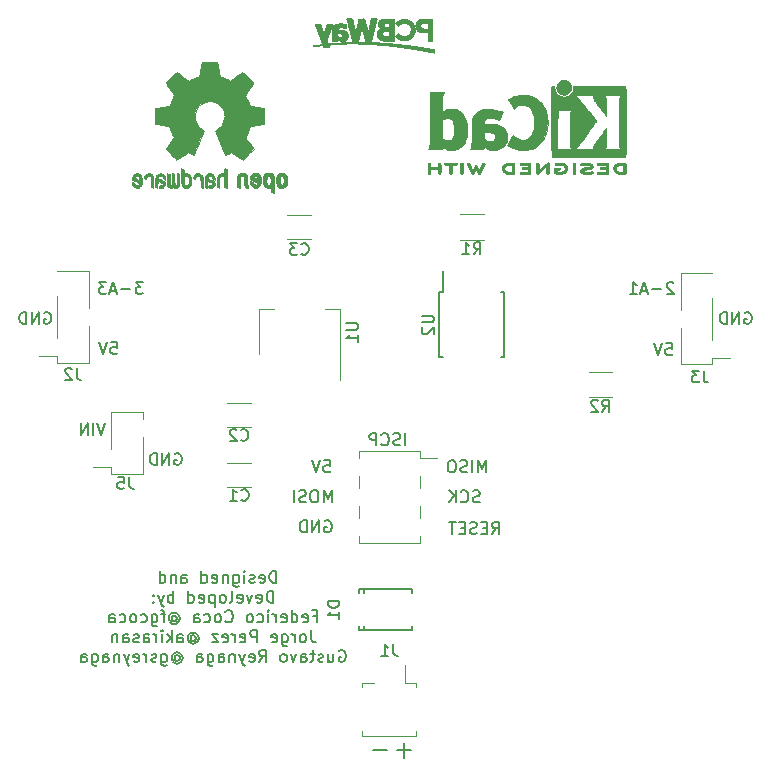
<source format=gbo>
%TF.GenerationSoftware,KiCad,Pcbnew,4.0.7*%
%TF.CreationDate,2018-04-25T10:22:34+02:00*%
%TF.ProjectId,001,3030312E6B696361645F706362000000,rev?*%
%TF.FileFunction,Legend,Bot*%
%FSLAX46Y46*%
G04 Gerber Fmt 4.6, Leading zero omitted, Abs format (unit mm)*
G04 Created by KiCad (PCBNEW 4.0.7) date 04/25/18 10:22:34*
%MOMM*%
%LPD*%
G01*
G04 APERTURE LIST*
%ADD10C,0.100000*%
%ADD11C,0.152400*%
%ADD12C,0.120000*%
%ADD13C,0.010000*%
%ADD14C,0.150000*%
G04 APERTURE END LIST*
D10*
D11*
X136372524Y-133845286D02*
X135153476Y-133845286D01*
X138404524Y-133845286D02*
X137185476Y-133845286D01*
X137795000Y-134454810D02*
X137795000Y-133235762D01*
X137897809Y-108028619D02*
X137897809Y-107012619D01*
X137462380Y-107980238D02*
X137317237Y-108028619D01*
X137075333Y-108028619D01*
X136978571Y-107980238D01*
X136930190Y-107931857D01*
X136881809Y-107835095D01*
X136881809Y-107738333D01*
X136930190Y-107641571D01*
X136978571Y-107593190D01*
X137075333Y-107544810D01*
X137268856Y-107496429D01*
X137365618Y-107448048D01*
X137413999Y-107399667D01*
X137462380Y-107302905D01*
X137462380Y-107206143D01*
X137413999Y-107109381D01*
X137365618Y-107061000D01*
X137268856Y-107012619D01*
X137026952Y-107012619D01*
X136881809Y-107061000D01*
X135865809Y-107931857D02*
X135914190Y-107980238D01*
X136059333Y-108028619D01*
X136156095Y-108028619D01*
X136301237Y-107980238D01*
X136397999Y-107883476D01*
X136446380Y-107786714D01*
X136494761Y-107593190D01*
X136494761Y-107448048D01*
X136446380Y-107254524D01*
X136397999Y-107157762D01*
X136301237Y-107061000D01*
X136156095Y-107012619D01*
X136059333Y-107012619D01*
X135914190Y-107061000D01*
X135865809Y-107109381D01*
X135430380Y-108028619D02*
X135430380Y-107012619D01*
X135043333Y-107012619D01*
X134946571Y-107061000D01*
X134898190Y-107109381D01*
X134849809Y-107206143D01*
X134849809Y-107351286D01*
X134898190Y-107448048D01*
X134946571Y-107496429D01*
X135043333Y-107544810D01*
X135430380Y-107544810D01*
X159959524Y-99392619D02*
X160443333Y-99392619D01*
X160491714Y-99876429D01*
X160443333Y-99828048D01*
X160346571Y-99779667D01*
X160104667Y-99779667D01*
X160007905Y-99828048D01*
X159959524Y-99876429D01*
X159911143Y-99973190D01*
X159911143Y-100215095D01*
X159959524Y-100311857D01*
X160007905Y-100360238D01*
X160104667Y-100408619D01*
X160346571Y-100408619D01*
X160443333Y-100360238D01*
X160491714Y-100311857D01*
X159620857Y-99392619D02*
X159282190Y-100408619D01*
X158943524Y-99392619D01*
X166636095Y-96774000D02*
X166732857Y-96725619D01*
X166878000Y-96725619D01*
X167023142Y-96774000D01*
X167119904Y-96870762D01*
X167168285Y-96967524D01*
X167216666Y-97161048D01*
X167216666Y-97306190D01*
X167168285Y-97499714D01*
X167119904Y-97596476D01*
X167023142Y-97693238D01*
X166878000Y-97741619D01*
X166781238Y-97741619D01*
X166636095Y-97693238D01*
X166587714Y-97644857D01*
X166587714Y-97306190D01*
X166781238Y-97306190D01*
X166152285Y-97741619D02*
X166152285Y-96725619D01*
X165571714Y-97741619D01*
X165571714Y-96725619D01*
X165087904Y-97741619D02*
X165087904Y-96725619D01*
X164845999Y-96725619D01*
X164700857Y-96774000D01*
X164604095Y-96870762D01*
X164555714Y-96967524D01*
X164507333Y-97161048D01*
X164507333Y-97306190D01*
X164555714Y-97499714D01*
X164604095Y-97596476D01*
X164700857Y-97693238D01*
X164845999Y-97741619D01*
X165087904Y-97741619D01*
X112969524Y-99265619D02*
X113453333Y-99265619D01*
X113501714Y-99749429D01*
X113453333Y-99701048D01*
X113356571Y-99652667D01*
X113114667Y-99652667D01*
X113017905Y-99701048D01*
X112969524Y-99749429D01*
X112921143Y-99846190D01*
X112921143Y-100088095D01*
X112969524Y-100184857D01*
X113017905Y-100233238D01*
X113114667Y-100281619D01*
X113356571Y-100281619D01*
X113453333Y-100233238D01*
X113501714Y-100184857D01*
X112630857Y-99265619D02*
X112292190Y-100281619D01*
X111953524Y-99265619D01*
X107327095Y-96774000D02*
X107423857Y-96725619D01*
X107569000Y-96725619D01*
X107714142Y-96774000D01*
X107810904Y-96870762D01*
X107859285Y-96967524D01*
X107907666Y-97161048D01*
X107907666Y-97306190D01*
X107859285Y-97499714D01*
X107810904Y-97596476D01*
X107714142Y-97693238D01*
X107569000Y-97741619D01*
X107472238Y-97741619D01*
X107327095Y-97693238D01*
X107278714Y-97644857D01*
X107278714Y-97306190D01*
X107472238Y-97306190D01*
X106843285Y-97741619D02*
X106843285Y-96725619D01*
X106262714Y-97741619D01*
X106262714Y-96725619D01*
X105778904Y-97741619D02*
X105778904Y-96725619D01*
X105536999Y-96725619D01*
X105391857Y-96774000D01*
X105295095Y-96870762D01*
X105246714Y-96967524D01*
X105198333Y-97161048D01*
X105198333Y-97306190D01*
X105246714Y-97499714D01*
X105295095Y-97596476D01*
X105391857Y-97693238D01*
X105536999Y-97741619D01*
X105778904Y-97741619D01*
X126962504Y-119661819D02*
X126962504Y-118645819D01*
X126720599Y-118645819D01*
X126575457Y-118694200D01*
X126478695Y-118790962D01*
X126430314Y-118887724D01*
X126381933Y-119081248D01*
X126381933Y-119226390D01*
X126430314Y-119419914D01*
X126478695Y-119516676D01*
X126575457Y-119613438D01*
X126720599Y-119661819D01*
X126962504Y-119661819D01*
X125559457Y-119613438D02*
X125656219Y-119661819D01*
X125849742Y-119661819D01*
X125946504Y-119613438D01*
X125994885Y-119516676D01*
X125994885Y-119129629D01*
X125946504Y-119032867D01*
X125849742Y-118984486D01*
X125656219Y-118984486D01*
X125559457Y-119032867D01*
X125511076Y-119129629D01*
X125511076Y-119226390D01*
X125994885Y-119323152D01*
X125124028Y-119613438D02*
X125027266Y-119661819D01*
X124833742Y-119661819D01*
X124736981Y-119613438D01*
X124688600Y-119516676D01*
X124688600Y-119468295D01*
X124736981Y-119371533D01*
X124833742Y-119323152D01*
X124978885Y-119323152D01*
X125075647Y-119274771D01*
X125124028Y-119178010D01*
X125124028Y-119129629D01*
X125075647Y-119032867D01*
X124978885Y-118984486D01*
X124833742Y-118984486D01*
X124736981Y-119032867D01*
X124253171Y-119661819D02*
X124253171Y-118984486D01*
X124253171Y-118645819D02*
X124301552Y-118694200D01*
X124253171Y-118742581D01*
X124204790Y-118694200D01*
X124253171Y-118645819D01*
X124253171Y-118742581D01*
X123333933Y-118984486D02*
X123333933Y-119806962D01*
X123382314Y-119903724D01*
X123430695Y-119952105D01*
X123527456Y-120000486D01*
X123672599Y-120000486D01*
X123769361Y-119952105D01*
X123333933Y-119613438D02*
X123430695Y-119661819D01*
X123624218Y-119661819D01*
X123720980Y-119613438D01*
X123769361Y-119565057D01*
X123817742Y-119468295D01*
X123817742Y-119178010D01*
X123769361Y-119081248D01*
X123720980Y-119032867D01*
X123624218Y-118984486D01*
X123430695Y-118984486D01*
X123333933Y-119032867D01*
X122850123Y-118984486D02*
X122850123Y-119661819D01*
X122850123Y-119081248D02*
X122801742Y-119032867D01*
X122704980Y-118984486D01*
X122559838Y-118984486D01*
X122463076Y-119032867D01*
X122414695Y-119129629D01*
X122414695Y-119661819D01*
X121543838Y-119613438D02*
X121640600Y-119661819D01*
X121834123Y-119661819D01*
X121930885Y-119613438D01*
X121979266Y-119516676D01*
X121979266Y-119129629D01*
X121930885Y-119032867D01*
X121834123Y-118984486D01*
X121640600Y-118984486D01*
X121543838Y-119032867D01*
X121495457Y-119129629D01*
X121495457Y-119226390D01*
X121979266Y-119323152D01*
X120624600Y-119661819D02*
X120624600Y-118645819D01*
X120624600Y-119613438D02*
X120721362Y-119661819D01*
X120914885Y-119661819D01*
X121011647Y-119613438D01*
X121060028Y-119565057D01*
X121108409Y-119468295D01*
X121108409Y-119178010D01*
X121060028Y-119081248D01*
X121011647Y-119032867D01*
X120914885Y-118984486D01*
X120721362Y-118984486D01*
X120624600Y-119032867D01*
X118931267Y-119661819D02*
X118931267Y-119129629D01*
X118979648Y-119032867D01*
X119076410Y-118984486D01*
X119269933Y-118984486D01*
X119366695Y-119032867D01*
X118931267Y-119613438D02*
X119028029Y-119661819D01*
X119269933Y-119661819D01*
X119366695Y-119613438D01*
X119415076Y-119516676D01*
X119415076Y-119419914D01*
X119366695Y-119323152D01*
X119269933Y-119274771D01*
X119028029Y-119274771D01*
X118931267Y-119226390D01*
X118447457Y-118984486D02*
X118447457Y-119661819D01*
X118447457Y-119081248D02*
X118399076Y-119032867D01*
X118302314Y-118984486D01*
X118157172Y-118984486D01*
X118060410Y-119032867D01*
X118012029Y-119129629D01*
X118012029Y-119661819D01*
X117092791Y-119661819D02*
X117092791Y-118645819D01*
X117092791Y-119613438D02*
X117189553Y-119661819D01*
X117383076Y-119661819D01*
X117479838Y-119613438D01*
X117528219Y-119565057D01*
X117576600Y-119468295D01*
X117576600Y-119178010D01*
X117528219Y-119081248D01*
X117479838Y-119032867D01*
X117383076Y-118984486D01*
X117189553Y-118984486D01*
X117092791Y-119032867D01*
X126720599Y-121338219D02*
X126720599Y-120322219D01*
X126478694Y-120322219D01*
X126333552Y-120370600D01*
X126236790Y-120467362D01*
X126188409Y-120564124D01*
X126140028Y-120757648D01*
X126140028Y-120902790D01*
X126188409Y-121096314D01*
X126236790Y-121193076D01*
X126333552Y-121289838D01*
X126478694Y-121338219D01*
X126720599Y-121338219D01*
X125317552Y-121289838D02*
X125414314Y-121338219D01*
X125607837Y-121338219D01*
X125704599Y-121289838D01*
X125752980Y-121193076D01*
X125752980Y-120806029D01*
X125704599Y-120709267D01*
X125607837Y-120660886D01*
X125414314Y-120660886D01*
X125317552Y-120709267D01*
X125269171Y-120806029D01*
X125269171Y-120902790D01*
X125752980Y-120999552D01*
X124930504Y-120660886D02*
X124688599Y-121338219D01*
X124446695Y-120660886D01*
X123672600Y-121289838D02*
X123769362Y-121338219D01*
X123962885Y-121338219D01*
X124059647Y-121289838D01*
X124108028Y-121193076D01*
X124108028Y-120806029D01*
X124059647Y-120709267D01*
X123962885Y-120660886D01*
X123769362Y-120660886D01*
X123672600Y-120709267D01*
X123624219Y-120806029D01*
X123624219Y-120902790D01*
X124108028Y-120999552D01*
X123043647Y-121338219D02*
X123140409Y-121289838D01*
X123188790Y-121193076D01*
X123188790Y-120322219D01*
X122511457Y-121338219D02*
X122608219Y-121289838D01*
X122656600Y-121241457D01*
X122704981Y-121144695D01*
X122704981Y-120854410D01*
X122656600Y-120757648D01*
X122608219Y-120709267D01*
X122511457Y-120660886D01*
X122366315Y-120660886D01*
X122269553Y-120709267D01*
X122221172Y-120757648D01*
X122172791Y-120854410D01*
X122172791Y-121144695D01*
X122221172Y-121241457D01*
X122269553Y-121289838D01*
X122366315Y-121338219D01*
X122511457Y-121338219D01*
X121737362Y-120660886D02*
X121737362Y-121676886D01*
X121737362Y-120709267D02*
X121640600Y-120660886D01*
X121447077Y-120660886D01*
X121350315Y-120709267D01*
X121301934Y-120757648D01*
X121253553Y-120854410D01*
X121253553Y-121144695D01*
X121301934Y-121241457D01*
X121350315Y-121289838D01*
X121447077Y-121338219D01*
X121640600Y-121338219D01*
X121737362Y-121289838D01*
X120431077Y-121289838D02*
X120527839Y-121338219D01*
X120721362Y-121338219D01*
X120818124Y-121289838D01*
X120866505Y-121193076D01*
X120866505Y-120806029D01*
X120818124Y-120709267D01*
X120721362Y-120660886D01*
X120527839Y-120660886D01*
X120431077Y-120709267D01*
X120382696Y-120806029D01*
X120382696Y-120902790D01*
X120866505Y-120999552D01*
X119511839Y-121338219D02*
X119511839Y-120322219D01*
X119511839Y-121289838D02*
X119608601Y-121338219D01*
X119802124Y-121338219D01*
X119898886Y-121289838D01*
X119947267Y-121241457D01*
X119995648Y-121144695D01*
X119995648Y-120854410D01*
X119947267Y-120757648D01*
X119898886Y-120709267D01*
X119802124Y-120660886D01*
X119608601Y-120660886D01*
X119511839Y-120709267D01*
X118253934Y-121338219D02*
X118253934Y-120322219D01*
X118253934Y-120709267D02*
X118157172Y-120660886D01*
X117963649Y-120660886D01*
X117866887Y-120709267D01*
X117818506Y-120757648D01*
X117770125Y-120854410D01*
X117770125Y-121144695D01*
X117818506Y-121241457D01*
X117866887Y-121289838D01*
X117963649Y-121338219D01*
X118157172Y-121338219D01*
X118253934Y-121289838D01*
X117431458Y-120660886D02*
X117189553Y-121338219D01*
X116947649Y-120660886D02*
X117189553Y-121338219D01*
X117286315Y-121580124D01*
X117334696Y-121628505D01*
X117431458Y-121676886D01*
X116560601Y-121241457D02*
X116512220Y-121289838D01*
X116560601Y-121338219D01*
X116608982Y-121289838D01*
X116560601Y-121241457D01*
X116560601Y-121338219D01*
X116560601Y-120709267D02*
X116512220Y-120757648D01*
X116560601Y-120806029D01*
X116608982Y-120757648D01*
X116560601Y-120709267D01*
X116560601Y-120806029D01*
X130107266Y-122482429D02*
X130445932Y-122482429D01*
X130445932Y-123014619D02*
X130445932Y-121998619D01*
X129962123Y-121998619D01*
X129188028Y-122966238D02*
X129284790Y-123014619D01*
X129478313Y-123014619D01*
X129575075Y-122966238D01*
X129623456Y-122869476D01*
X129623456Y-122482429D01*
X129575075Y-122385667D01*
X129478313Y-122337286D01*
X129284790Y-122337286D01*
X129188028Y-122385667D01*
X129139647Y-122482429D01*
X129139647Y-122579190D01*
X129623456Y-122675952D01*
X128268790Y-123014619D02*
X128268790Y-121998619D01*
X128268790Y-122966238D02*
X128365552Y-123014619D01*
X128559075Y-123014619D01*
X128655837Y-122966238D01*
X128704218Y-122917857D01*
X128752599Y-122821095D01*
X128752599Y-122530810D01*
X128704218Y-122434048D01*
X128655837Y-122385667D01*
X128559075Y-122337286D01*
X128365552Y-122337286D01*
X128268790Y-122385667D01*
X127397933Y-122966238D02*
X127494695Y-123014619D01*
X127688218Y-123014619D01*
X127784980Y-122966238D01*
X127833361Y-122869476D01*
X127833361Y-122482429D01*
X127784980Y-122385667D01*
X127688218Y-122337286D01*
X127494695Y-122337286D01*
X127397933Y-122385667D01*
X127349552Y-122482429D01*
X127349552Y-122579190D01*
X127833361Y-122675952D01*
X126914123Y-123014619D02*
X126914123Y-122337286D01*
X126914123Y-122530810D02*
X126865742Y-122434048D01*
X126817361Y-122385667D01*
X126720599Y-122337286D01*
X126623838Y-122337286D01*
X126285171Y-123014619D02*
X126285171Y-122337286D01*
X126285171Y-121998619D02*
X126333552Y-122047000D01*
X126285171Y-122095381D01*
X126236790Y-122047000D01*
X126285171Y-121998619D01*
X126285171Y-122095381D01*
X125365933Y-122966238D02*
X125462695Y-123014619D01*
X125656218Y-123014619D01*
X125752980Y-122966238D01*
X125801361Y-122917857D01*
X125849742Y-122821095D01*
X125849742Y-122530810D01*
X125801361Y-122434048D01*
X125752980Y-122385667D01*
X125656218Y-122337286D01*
X125462695Y-122337286D01*
X125365933Y-122385667D01*
X124785361Y-123014619D02*
X124882123Y-122966238D01*
X124930504Y-122917857D01*
X124978885Y-122821095D01*
X124978885Y-122530810D01*
X124930504Y-122434048D01*
X124882123Y-122385667D01*
X124785361Y-122337286D01*
X124640219Y-122337286D01*
X124543457Y-122385667D01*
X124495076Y-122434048D01*
X124446695Y-122530810D01*
X124446695Y-122821095D01*
X124495076Y-122917857D01*
X124543457Y-122966238D01*
X124640219Y-123014619D01*
X124785361Y-123014619D01*
X122656600Y-122917857D02*
X122704981Y-122966238D01*
X122850124Y-123014619D01*
X122946886Y-123014619D01*
X123092028Y-122966238D01*
X123188790Y-122869476D01*
X123237171Y-122772714D01*
X123285552Y-122579190D01*
X123285552Y-122434048D01*
X123237171Y-122240524D01*
X123188790Y-122143762D01*
X123092028Y-122047000D01*
X122946886Y-121998619D01*
X122850124Y-121998619D01*
X122704981Y-122047000D01*
X122656600Y-122095381D01*
X122076028Y-123014619D02*
X122172790Y-122966238D01*
X122221171Y-122917857D01*
X122269552Y-122821095D01*
X122269552Y-122530810D01*
X122221171Y-122434048D01*
X122172790Y-122385667D01*
X122076028Y-122337286D01*
X121930886Y-122337286D01*
X121834124Y-122385667D01*
X121785743Y-122434048D01*
X121737362Y-122530810D01*
X121737362Y-122821095D01*
X121785743Y-122917857D01*
X121834124Y-122966238D01*
X121930886Y-123014619D01*
X122076028Y-123014619D01*
X120866505Y-122966238D02*
X120963267Y-123014619D01*
X121156790Y-123014619D01*
X121253552Y-122966238D01*
X121301933Y-122917857D01*
X121350314Y-122821095D01*
X121350314Y-122530810D01*
X121301933Y-122434048D01*
X121253552Y-122385667D01*
X121156790Y-122337286D01*
X120963267Y-122337286D01*
X120866505Y-122385667D01*
X119995648Y-123014619D02*
X119995648Y-122482429D01*
X120044029Y-122385667D01*
X120140791Y-122337286D01*
X120334314Y-122337286D01*
X120431076Y-122385667D01*
X119995648Y-122966238D02*
X120092410Y-123014619D01*
X120334314Y-123014619D01*
X120431076Y-122966238D01*
X120479457Y-122869476D01*
X120479457Y-122772714D01*
X120431076Y-122675952D01*
X120334314Y-122627571D01*
X120092410Y-122627571D01*
X119995648Y-122579190D01*
X118108791Y-122530810D02*
X118157172Y-122482429D01*
X118253934Y-122434048D01*
X118350696Y-122434048D01*
X118447458Y-122482429D01*
X118495838Y-122530810D01*
X118544219Y-122627571D01*
X118544219Y-122724333D01*
X118495838Y-122821095D01*
X118447458Y-122869476D01*
X118350696Y-122917857D01*
X118253934Y-122917857D01*
X118157172Y-122869476D01*
X118108791Y-122821095D01*
X118108791Y-122434048D02*
X118108791Y-122821095D01*
X118060410Y-122869476D01*
X118012029Y-122869476D01*
X117915267Y-122821095D01*
X117866886Y-122724333D01*
X117866886Y-122482429D01*
X117963648Y-122337286D01*
X118108791Y-122240524D01*
X118302315Y-122192143D01*
X118495838Y-122240524D01*
X118640981Y-122337286D01*
X118737743Y-122482429D01*
X118786124Y-122675952D01*
X118737743Y-122869476D01*
X118640981Y-123014619D01*
X118495838Y-123111381D01*
X118302315Y-123159762D01*
X118108791Y-123111381D01*
X117963648Y-123014619D01*
X117576600Y-122337286D02*
X117189552Y-122337286D01*
X117431457Y-123014619D02*
X117431457Y-122143762D01*
X117383076Y-122047000D01*
X117286314Y-121998619D01*
X117189552Y-121998619D01*
X116415458Y-122337286D02*
X116415458Y-123159762D01*
X116463839Y-123256524D01*
X116512220Y-123304905D01*
X116608981Y-123353286D01*
X116754124Y-123353286D01*
X116850886Y-123304905D01*
X116415458Y-122966238D02*
X116512220Y-123014619D01*
X116705743Y-123014619D01*
X116802505Y-122966238D01*
X116850886Y-122917857D01*
X116899267Y-122821095D01*
X116899267Y-122530810D01*
X116850886Y-122434048D01*
X116802505Y-122385667D01*
X116705743Y-122337286D01*
X116512220Y-122337286D01*
X116415458Y-122385667D01*
X115496220Y-122966238D02*
X115592982Y-123014619D01*
X115786505Y-123014619D01*
X115883267Y-122966238D01*
X115931648Y-122917857D01*
X115980029Y-122821095D01*
X115980029Y-122530810D01*
X115931648Y-122434048D01*
X115883267Y-122385667D01*
X115786505Y-122337286D01*
X115592982Y-122337286D01*
X115496220Y-122385667D01*
X114915648Y-123014619D02*
X115012410Y-122966238D01*
X115060791Y-122917857D01*
X115109172Y-122821095D01*
X115109172Y-122530810D01*
X115060791Y-122434048D01*
X115012410Y-122385667D01*
X114915648Y-122337286D01*
X114770506Y-122337286D01*
X114673744Y-122385667D01*
X114625363Y-122434048D01*
X114576982Y-122530810D01*
X114576982Y-122821095D01*
X114625363Y-122917857D01*
X114673744Y-122966238D01*
X114770506Y-123014619D01*
X114915648Y-123014619D01*
X113706125Y-122966238D02*
X113802887Y-123014619D01*
X113996410Y-123014619D01*
X114093172Y-122966238D01*
X114141553Y-122917857D01*
X114189934Y-122821095D01*
X114189934Y-122530810D01*
X114141553Y-122434048D01*
X114093172Y-122385667D01*
X113996410Y-122337286D01*
X113802887Y-122337286D01*
X113706125Y-122385667D01*
X112835268Y-123014619D02*
X112835268Y-122482429D01*
X112883649Y-122385667D01*
X112980411Y-122337286D01*
X113173934Y-122337286D01*
X113270696Y-122385667D01*
X112835268Y-122966238D02*
X112932030Y-123014619D01*
X113173934Y-123014619D01*
X113270696Y-122966238D01*
X113319077Y-122869476D01*
X113319077Y-122772714D01*
X113270696Y-122675952D01*
X113173934Y-122627571D01*
X112932030Y-122627571D01*
X112835268Y-122579190D01*
X129913742Y-123675019D02*
X129913742Y-124400733D01*
X129962122Y-124545876D01*
X130058884Y-124642638D01*
X130204027Y-124691019D01*
X130300789Y-124691019D01*
X129284789Y-124691019D02*
X129381551Y-124642638D01*
X129429932Y-124594257D01*
X129478313Y-124497495D01*
X129478313Y-124207210D01*
X129429932Y-124110448D01*
X129381551Y-124062067D01*
X129284789Y-124013686D01*
X129139647Y-124013686D01*
X129042885Y-124062067D01*
X128994504Y-124110448D01*
X128946123Y-124207210D01*
X128946123Y-124497495D01*
X128994504Y-124594257D01*
X129042885Y-124642638D01*
X129139647Y-124691019D01*
X129284789Y-124691019D01*
X128510694Y-124691019D02*
X128510694Y-124013686D01*
X128510694Y-124207210D02*
X128462313Y-124110448D01*
X128413932Y-124062067D01*
X128317170Y-124013686D01*
X128220409Y-124013686D01*
X127446314Y-124013686D02*
X127446314Y-124836162D01*
X127494695Y-124932924D01*
X127543076Y-124981305D01*
X127639837Y-125029686D01*
X127784980Y-125029686D01*
X127881742Y-124981305D01*
X127446314Y-124642638D02*
X127543076Y-124691019D01*
X127736599Y-124691019D01*
X127833361Y-124642638D01*
X127881742Y-124594257D01*
X127930123Y-124497495D01*
X127930123Y-124207210D01*
X127881742Y-124110448D01*
X127833361Y-124062067D01*
X127736599Y-124013686D01*
X127543076Y-124013686D01*
X127446314Y-124062067D01*
X126575457Y-124642638D02*
X126672219Y-124691019D01*
X126865742Y-124691019D01*
X126962504Y-124642638D01*
X127010885Y-124545876D01*
X127010885Y-124158829D01*
X126962504Y-124062067D01*
X126865742Y-124013686D01*
X126672219Y-124013686D01*
X126575457Y-124062067D01*
X126527076Y-124158829D01*
X126527076Y-124255590D01*
X127010885Y-124352352D01*
X125317552Y-124691019D02*
X125317552Y-123675019D01*
X124930505Y-123675019D01*
X124833743Y-123723400D01*
X124785362Y-123771781D01*
X124736981Y-123868543D01*
X124736981Y-124013686D01*
X124785362Y-124110448D01*
X124833743Y-124158829D01*
X124930505Y-124207210D01*
X125317552Y-124207210D01*
X123914505Y-124642638D02*
X124011267Y-124691019D01*
X124204790Y-124691019D01*
X124301552Y-124642638D01*
X124349933Y-124545876D01*
X124349933Y-124158829D01*
X124301552Y-124062067D01*
X124204790Y-124013686D01*
X124011267Y-124013686D01*
X123914505Y-124062067D01*
X123866124Y-124158829D01*
X123866124Y-124255590D01*
X124349933Y-124352352D01*
X123430695Y-124691019D02*
X123430695Y-124013686D01*
X123430695Y-124207210D02*
X123382314Y-124110448D01*
X123333933Y-124062067D01*
X123237171Y-124013686D01*
X123140410Y-124013686D01*
X122414696Y-124642638D02*
X122511458Y-124691019D01*
X122704981Y-124691019D01*
X122801743Y-124642638D01*
X122850124Y-124545876D01*
X122850124Y-124158829D01*
X122801743Y-124062067D01*
X122704981Y-124013686D01*
X122511458Y-124013686D01*
X122414696Y-124062067D01*
X122366315Y-124158829D01*
X122366315Y-124255590D01*
X122850124Y-124352352D01*
X122027648Y-124013686D02*
X121495458Y-124013686D01*
X122027648Y-124691019D01*
X121495458Y-124691019D01*
X119705363Y-124207210D02*
X119753744Y-124158829D01*
X119850506Y-124110448D01*
X119947268Y-124110448D01*
X120044030Y-124158829D01*
X120092410Y-124207210D01*
X120140791Y-124303971D01*
X120140791Y-124400733D01*
X120092410Y-124497495D01*
X120044030Y-124545876D01*
X119947268Y-124594257D01*
X119850506Y-124594257D01*
X119753744Y-124545876D01*
X119705363Y-124497495D01*
X119705363Y-124110448D02*
X119705363Y-124497495D01*
X119656982Y-124545876D01*
X119608601Y-124545876D01*
X119511839Y-124497495D01*
X119463458Y-124400733D01*
X119463458Y-124158829D01*
X119560220Y-124013686D01*
X119705363Y-123916924D01*
X119898887Y-123868543D01*
X120092410Y-123916924D01*
X120237553Y-124013686D01*
X120334315Y-124158829D01*
X120382696Y-124352352D01*
X120334315Y-124545876D01*
X120237553Y-124691019D01*
X120092410Y-124787781D01*
X119898887Y-124836162D01*
X119705363Y-124787781D01*
X119560220Y-124691019D01*
X118592601Y-124691019D02*
X118592601Y-124158829D01*
X118640982Y-124062067D01*
X118737744Y-124013686D01*
X118931267Y-124013686D01*
X119028029Y-124062067D01*
X118592601Y-124642638D02*
X118689363Y-124691019D01*
X118931267Y-124691019D01*
X119028029Y-124642638D01*
X119076410Y-124545876D01*
X119076410Y-124449114D01*
X119028029Y-124352352D01*
X118931267Y-124303971D01*
X118689363Y-124303971D01*
X118592601Y-124255590D01*
X118108791Y-124691019D02*
X118108791Y-123675019D01*
X118012029Y-124303971D02*
X117721744Y-124691019D01*
X117721744Y-124013686D02*
X118108791Y-124400733D01*
X117286315Y-124691019D02*
X117286315Y-124013686D01*
X117286315Y-123675019D02*
X117334696Y-123723400D01*
X117286315Y-123771781D01*
X117237934Y-123723400D01*
X117286315Y-123675019D01*
X117286315Y-123771781D01*
X116802505Y-124691019D02*
X116802505Y-124013686D01*
X116802505Y-124207210D02*
X116754124Y-124110448D01*
X116705743Y-124062067D01*
X116608981Y-124013686D01*
X116512220Y-124013686D01*
X115738125Y-124691019D02*
X115738125Y-124158829D01*
X115786506Y-124062067D01*
X115883268Y-124013686D01*
X116076791Y-124013686D01*
X116173553Y-124062067D01*
X115738125Y-124642638D02*
X115834887Y-124691019D01*
X116076791Y-124691019D01*
X116173553Y-124642638D01*
X116221934Y-124545876D01*
X116221934Y-124449114D01*
X116173553Y-124352352D01*
X116076791Y-124303971D01*
X115834887Y-124303971D01*
X115738125Y-124255590D01*
X115302696Y-124642638D02*
X115205934Y-124691019D01*
X115012410Y-124691019D01*
X114915649Y-124642638D01*
X114867268Y-124545876D01*
X114867268Y-124497495D01*
X114915649Y-124400733D01*
X115012410Y-124352352D01*
X115157553Y-124352352D01*
X115254315Y-124303971D01*
X115302696Y-124207210D01*
X115302696Y-124158829D01*
X115254315Y-124062067D01*
X115157553Y-124013686D01*
X115012410Y-124013686D01*
X114915649Y-124062067D01*
X113996411Y-124691019D02*
X113996411Y-124158829D01*
X114044792Y-124062067D01*
X114141554Y-124013686D01*
X114335077Y-124013686D01*
X114431839Y-124062067D01*
X113996411Y-124642638D02*
X114093173Y-124691019D01*
X114335077Y-124691019D01*
X114431839Y-124642638D01*
X114480220Y-124545876D01*
X114480220Y-124449114D01*
X114431839Y-124352352D01*
X114335077Y-124303971D01*
X114093173Y-124303971D01*
X113996411Y-124255590D01*
X113512601Y-124013686D02*
X113512601Y-124691019D01*
X113512601Y-124110448D02*
X113464220Y-124062067D01*
X113367458Y-124013686D01*
X113222316Y-124013686D01*
X113125554Y-124062067D01*
X113077173Y-124158829D01*
X113077173Y-124691019D01*
X132284408Y-125399800D02*
X132381170Y-125351419D01*
X132526313Y-125351419D01*
X132671455Y-125399800D01*
X132768217Y-125496562D01*
X132816598Y-125593324D01*
X132864979Y-125786848D01*
X132864979Y-125931990D01*
X132816598Y-126125514D01*
X132768217Y-126222276D01*
X132671455Y-126319038D01*
X132526313Y-126367419D01*
X132429551Y-126367419D01*
X132284408Y-126319038D01*
X132236027Y-126270657D01*
X132236027Y-125931990D01*
X132429551Y-125931990D01*
X131365170Y-125690086D02*
X131365170Y-126367419D01*
X131800598Y-125690086D02*
X131800598Y-126222276D01*
X131752217Y-126319038D01*
X131655455Y-126367419D01*
X131510313Y-126367419D01*
X131413551Y-126319038D01*
X131365170Y-126270657D01*
X130929741Y-126319038D02*
X130832979Y-126367419D01*
X130639455Y-126367419D01*
X130542694Y-126319038D01*
X130494313Y-126222276D01*
X130494313Y-126173895D01*
X130542694Y-126077133D01*
X130639455Y-126028752D01*
X130784598Y-126028752D01*
X130881360Y-125980371D01*
X130929741Y-125883610D01*
X130929741Y-125835229D01*
X130881360Y-125738467D01*
X130784598Y-125690086D01*
X130639455Y-125690086D01*
X130542694Y-125738467D01*
X130204027Y-125690086D02*
X129816979Y-125690086D01*
X130058884Y-125351419D02*
X130058884Y-126222276D01*
X130010503Y-126319038D01*
X129913741Y-126367419D01*
X129816979Y-126367419D01*
X129042885Y-126367419D02*
X129042885Y-125835229D01*
X129091266Y-125738467D01*
X129188028Y-125690086D01*
X129381551Y-125690086D01*
X129478313Y-125738467D01*
X129042885Y-126319038D02*
X129139647Y-126367419D01*
X129381551Y-126367419D01*
X129478313Y-126319038D01*
X129526694Y-126222276D01*
X129526694Y-126125514D01*
X129478313Y-126028752D01*
X129381551Y-125980371D01*
X129139647Y-125980371D01*
X129042885Y-125931990D01*
X128655837Y-125690086D02*
X128413932Y-126367419D01*
X128172028Y-125690086D01*
X127639837Y-126367419D02*
X127736599Y-126319038D01*
X127784980Y-126270657D01*
X127833361Y-126173895D01*
X127833361Y-125883610D01*
X127784980Y-125786848D01*
X127736599Y-125738467D01*
X127639837Y-125690086D01*
X127494695Y-125690086D01*
X127397933Y-125738467D01*
X127349552Y-125786848D01*
X127301171Y-125883610D01*
X127301171Y-126173895D01*
X127349552Y-126270657D01*
X127397933Y-126319038D01*
X127494695Y-126367419D01*
X127639837Y-126367419D01*
X125511076Y-126367419D02*
X125849742Y-125883610D01*
X126091647Y-126367419D02*
X126091647Y-125351419D01*
X125704600Y-125351419D01*
X125607838Y-125399800D01*
X125559457Y-125448181D01*
X125511076Y-125544943D01*
X125511076Y-125690086D01*
X125559457Y-125786848D01*
X125607838Y-125835229D01*
X125704600Y-125883610D01*
X126091647Y-125883610D01*
X124688600Y-126319038D02*
X124785362Y-126367419D01*
X124978885Y-126367419D01*
X125075647Y-126319038D01*
X125124028Y-126222276D01*
X125124028Y-125835229D01*
X125075647Y-125738467D01*
X124978885Y-125690086D01*
X124785362Y-125690086D01*
X124688600Y-125738467D01*
X124640219Y-125835229D01*
X124640219Y-125931990D01*
X125124028Y-126028752D01*
X124301552Y-125690086D02*
X124059647Y-126367419D01*
X123817743Y-125690086D02*
X124059647Y-126367419D01*
X124156409Y-126609324D01*
X124204790Y-126657705D01*
X124301552Y-126706086D01*
X123430695Y-125690086D02*
X123430695Y-126367419D01*
X123430695Y-125786848D02*
X123382314Y-125738467D01*
X123285552Y-125690086D01*
X123140410Y-125690086D01*
X123043648Y-125738467D01*
X122995267Y-125835229D01*
X122995267Y-126367419D01*
X122076029Y-126367419D02*
X122076029Y-125835229D01*
X122124410Y-125738467D01*
X122221172Y-125690086D01*
X122414695Y-125690086D01*
X122511457Y-125738467D01*
X122076029Y-126319038D02*
X122172791Y-126367419D01*
X122414695Y-126367419D01*
X122511457Y-126319038D01*
X122559838Y-126222276D01*
X122559838Y-126125514D01*
X122511457Y-126028752D01*
X122414695Y-125980371D01*
X122172791Y-125980371D01*
X122076029Y-125931990D01*
X121156791Y-125690086D02*
X121156791Y-126512562D01*
X121205172Y-126609324D01*
X121253553Y-126657705D01*
X121350314Y-126706086D01*
X121495457Y-126706086D01*
X121592219Y-126657705D01*
X121156791Y-126319038D02*
X121253553Y-126367419D01*
X121447076Y-126367419D01*
X121543838Y-126319038D01*
X121592219Y-126270657D01*
X121640600Y-126173895D01*
X121640600Y-125883610D01*
X121592219Y-125786848D01*
X121543838Y-125738467D01*
X121447076Y-125690086D01*
X121253553Y-125690086D01*
X121156791Y-125738467D01*
X120237553Y-126367419D02*
X120237553Y-125835229D01*
X120285934Y-125738467D01*
X120382696Y-125690086D01*
X120576219Y-125690086D01*
X120672981Y-125738467D01*
X120237553Y-126319038D02*
X120334315Y-126367419D01*
X120576219Y-126367419D01*
X120672981Y-126319038D01*
X120721362Y-126222276D01*
X120721362Y-126125514D01*
X120672981Y-126028752D01*
X120576219Y-125980371D01*
X120334315Y-125980371D01*
X120237553Y-125931990D01*
X118350696Y-125883610D02*
X118399077Y-125835229D01*
X118495839Y-125786848D01*
X118592601Y-125786848D01*
X118689363Y-125835229D01*
X118737743Y-125883610D01*
X118786124Y-125980371D01*
X118786124Y-126077133D01*
X118737743Y-126173895D01*
X118689363Y-126222276D01*
X118592601Y-126270657D01*
X118495839Y-126270657D01*
X118399077Y-126222276D01*
X118350696Y-126173895D01*
X118350696Y-125786848D02*
X118350696Y-126173895D01*
X118302315Y-126222276D01*
X118253934Y-126222276D01*
X118157172Y-126173895D01*
X118108791Y-126077133D01*
X118108791Y-125835229D01*
X118205553Y-125690086D01*
X118350696Y-125593324D01*
X118544220Y-125544943D01*
X118737743Y-125593324D01*
X118882886Y-125690086D01*
X118979648Y-125835229D01*
X119028029Y-126028752D01*
X118979648Y-126222276D01*
X118882886Y-126367419D01*
X118737743Y-126464181D01*
X118544220Y-126512562D01*
X118350696Y-126464181D01*
X118205553Y-126367419D01*
X117237934Y-125690086D02*
X117237934Y-126512562D01*
X117286315Y-126609324D01*
X117334696Y-126657705D01*
X117431457Y-126706086D01*
X117576600Y-126706086D01*
X117673362Y-126657705D01*
X117237934Y-126319038D02*
X117334696Y-126367419D01*
X117528219Y-126367419D01*
X117624981Y-126319038D01*
X117673362Y-126270657D01*
X117721743Y-126173895D01*
X117721743Y-125883610D01*
X117673362Y-125786848D01*
X117624981Y-125738467D01*
X117528219Y-125690086D01*
X117334696Y-125690086D01*
X117237934Y-125738467D01*
X116802505Y-126319038D02*
X116705743Y-126367419D01*
X116512219Y-126367419D01*
X116415458Y-126319038D01*
X116367077Y-126222276D01*
X116367077Y-126173895D01*
X116415458Y-126077133D01*
X116512219Y-126028752D01*
X116657362Y-126028752D01*
X116754124Y-125980371D01*
X116802505Y-125883610D01*
X116802505Y-125835229D01*
X116754124Y-125738467D01*
X116657362Y-125690086D01*
X116512219Y-125690086D01*
X116415458Y-125738467D01*
X115931648Y-126367419D02*
X115931648Y-125690086D01*
X115931648Y-125883610D02*
X115883267Y-125786848D01*
X115834886Y-125738467D01*
X115738124Y-125690086D01*
X115641363Y-125690086D01*
X114915649Y-126319038D02*
X115012411Y-126367419D01*
X115205934Y-126367419D01*
X115302696Y-126319038D01*
X115351077Y-126222276D01*
X115351077Y-125835229D01*
X115302696Y-125738467D01*
X115205934Y-125690086D01*
X115012411Y-125690086D01*
X114915649Y-125738467D01*
X114867268Y-125835229D01*
X114867268Y-125931990D01*
X115351077Y-126028752D01*
X114528601Y-125690086D02*
X114286696Y-126367419D01*
X114044792Y-125690086D02*
X114286696Y-126367419D01*
X114383458Y-126609324D01*
X114431839Y-126657705D01*
X114528601Y-126706086D01*
X113657744Y-125690086D02*
X113657744Y-126367419D01*
X113657744Y-125786848D02*
X113609363Y-125738467D01*
X113512601Y-125690086D01*
X113367459Y-125690086D01*
X113270697Y-125738467D01*
X113222316Y-125835229D01*
X113222316Y-126367419D01*
X112303078Y-126367419D02*
X112303078Y-125835229D01*
X112351459Y-125738467D01*
X112448221Y-125690086D01*
X112641744Y-125690086D01*
X112738506Y-125738467D01*
X112303078Y-126319038D02*
X112399840Y-126367419D01*
X112641744Y-126367419D01*
X112738506Y-126319038D01*
X112786887Y-126222276D01*
X112786887Y-126125514D01*
X112738506Y-126028752D01*
X112641744Y-125980371D01*
X112399840Y-125980371D01*
X112303078Y-125931990D01*
X111383840Y-125690086D02*
X111383840Y-126512562D01*
X111432221Y-126609324D01*
X111480602Y-126657705D01*
X111577363Y-126706086D01*
X111722506Y-126706086D01*
X111819268Y-126657705D01*
X111383840Y-126319038D02*
X111480602Y-126367419D01*
X111674125Y-126367419D01*
X111770887Y-126319038D01*
X111819268Y-126270657D01*
X111867649Y-126173895D01*
X111867649Y-125883610D01*
X111819268Y-125786848D01*
X111770887Y-125738467D01*
X111674125Y-125690086D01*
X111480602Y-125690086D01*
X111383840Y-125738467D01*
X110464602Y-126367419D02*
X110464602Y-125835229D01*
X110512983Y-125738467D01*
X110609745Y-125690086D01*
X110803268Y-125690086D01*
X110900030Y-125738467D01*
X110464602Y-126319038D02*
X110561364Y-126367419D01*
X110803268Y-126367419D01*
X110900030Y-126319038D01*
X110948411Y-126222276D01*
X110948411Y-126125514D01*
X110900030Y-126028752D01*
X110803268Y-125980371D01*
X110561364Y-125980371D01*
X110464602Y-125931990D01*
X112491762Y-106123619D02*
X112153095Y-107139619D01*
X111814429Y-106123619D01*
X111475762Y-107139619D02*
X111475762Y-106123619D01*
X110991952Y-107139619D02*
X110991952Y-106123619D01*
X110411381Y-107139619D01*
X110411381Y-106123619D01*
X118376095Y-108712000D02*
X118472857Y-108663619D01*
X118618000Y-108663619D01*
X118763142Y-108712000D01*
X118859904Y-108808762D01*
X118908285Y-108905524D01*
X118956666Y-109099048D01*
X118956666Y-109244190D01*
X118908285Y-109437714D01*
X118859904Y-109534476D01*
X118763142Y-109631238D01*
X118618000Y-109679619D01*
X118521238Y-109679619D01*
X118376095Y-109631238D01*
X118327714Y-109582857D01*
X118327714Y-109244190D01*
X118521238Y-109244190D01*
X117892285Y-109679619D02*
X117892285Y-108663619D01*
X117311714Y-109679619D01*
X117311714Y-108663619D01*
X116827904Y-109679619D02*
X116827904Y-108663619D01*
X116585999Y-108663619D01*
X116440857Y-108712000D01*
X116344095Y-108808762D01*
X116295714Y-108905524D01*
X116247333Y-109099048D01*
X116247333Y-109244190D01*
X116295714Y-109437714D01*
X116344095Y-109534476D01*
X116440857Y-109631238D01*
X116585999Y-109679619D01*
X116827904Y-109679619D01*
X160588476Y-94282381D02*
X160540095Y-94234000D01*
X160443333Y-94185619D01*
X160201429Y-94185619D01*
X160104667Y-94234000D01*
X160056286Y-94282381D01*
X160007905Y-94379143D01*
X160007905Y-94475905D01*
X160056286Y-94621048D01*
X160636857Y-95201619D01*
X160007905Y-95201619D01*
X159572476Y-94814571D02*
X158798381Y-94814571D01*
X158362952Y-94911333D02*
X157879143Y-94911333D01*
X158459714Y-95201619D02*
X158121047Y-94185619D01*
X157782381Y-95201619D01*
X156911524Y-95201619D02*
X157492095Y-95201619D01*
X157201809Y-95201619D02*
X157201809Y-94185619D01*
X157298571Y-94330762D01*
X157395333Y-94427524D01*
X157492095Y-94475905D01*
X115678857Y-94185619D02*
X115049905Y-94185619D01*
X115388571Y-94572667D01*
X115243429Y-94572667D01*
X115146667Y-94621048D01*
X115098286Y-94669429D01*
X115049905Y-94766190D01*
X115049905Y-95008095D01*
X115098286Y-95104857D01*
X115146667Y-95153238D01*
X115243429Y-95201619D01*
X115533714Y-95201619D01*
X115630476Y-95153238D01*
X115678857Y-95104857D01*
X114614476Y-94814571D02*
X113840381Y-94814571D01*
X113404952Y-94911333D02*
X112921143Y-94911333D01*
X113501714Y-95201619D02*
X113163047Y-94185619D01*
X112824381Y-95201619D01*
X112582476Y-94185619D02*
X111953524Y-94185619D01*
X112292190Y-94572667D01*
X112147048Y-94572667D01*
X112050286Y-94621048D01*
X112001905Y-94669429D01*
X111953524Y-94766190D01*
X111953524Y-95008095D01*
X112001905Y-95104857D01*
X112050286Y-95153238D01*
X112147048Y-95201619D01*
X112437333Y-95201619D01*
X112534095Y-95153238D01*
X112582476Y-95104857D01*
X131003524Y-109298619D02*
X131487333Y-109298619D01*
X131535714Y-109782429D01*
X131487333Y-109734048D01*
X131390571Y-109685667D01*
X131148667Y-109685667D01*
X131051905Y-109734048D01*
X131003524Y-109782429D01*
X130955143Y-109879190D01*
X130955143Y-110121095D01*
X131003524Y-110217857D01*
X131051905Y-110266238D01*
X131148667Y-110314619D01*
X131390571Y-110314619D01*
X131487333Y-110266238D01*
X131535714Y-110217857D01*
X130664857Y-109298619D02*
X130326190Y-110314619D01*
X129987524Y-109298619D01*
X131644571Y-112854619D02*
X131644571Y-111838619D01*
X131305905Y-112564333D01*
X130967238Y-111838619D01*
X130967238Y-112854619D01*
X130289904Y-111838619D02*
X130096381Y-111838619D01*
X129999619Y-111887000D01*
X129902857Y-111983762D01*
X129854476Y-112177286D01*
X129854476Y-112515952D01*
X129902857Y-112709476D01*
X129999619Y-112806238D01*
X130096381Y-112854619D01*
X130289904Y-112854619D01*
X130386666Y-112806238D01*
X130483428Y-112709476D01*
X130531809Y-112515952D01*
X130531809Y-112177286D01*
X130483428Y-111983762D01*
X130386666Y-111887000D01*
X130289904Y-111838619D01*
X129467428Y-112806238D02*
X129322285Y-112854619D01*
X129080381Y-112854619D01*
X128983619Y-112806238D01*
X128935238Y-112757857D01*
X128886857Y-112661095D01*
X128886857Y-112564333D01*
X128935238Y-112467571D01*
X128983619Y-112419190D01*
X129080381Y-112370810D01*
X129273904Y-112322429D01*
X129370666Y-112274048D01*
X129419047Y-112225667D01*
X129467428Y-112128905D01*
X129467428Y-112032143D01*
X129419047Y-111935381D01*
X129370666Y-111887000D01*
X129273904Y-111838619D01*
X129032000Y-111838619D01*
X128886857Y-111887000D01*
X128451428Y-112854619D02*
X128451428Y-111838619D01*
X131076095Y-114427000D02*
X131172857Y-114378619D01*
X131318000Y-114378619D01*
X131463142Y-114427000D01*
X131559904Y-114523762D01*
X131608285Y-114620524D01*
X131656666Y-114814048D01*
X131656666Y-114959190D01*
X131608285Y-115152714D01*
X131559904Y-115249476D01*
X131463142Y-115346238D01*
X131318000Y-115394619D01*
X131221238Y-115394619D01*
X131076095Y-115346238D01*
X131027714Y-115297857D01*
X131027714Y-114959190D01*
X131221238Y-114959190D01*
X130592285Y-115394619D02*
X130592285Y-114378619D01*
X130011714Y-115394619D01*
X130011714Y-114378619D01*
X129527904Y-115394619D02*
X129527904Y-114378619D01*
X129285999Y-114378619D01*
X129140857Y-114427000D01*
X129044095Y-114523762D01*
X128995714Y-114620524D01*
X128947333Y-114814048D01*
X128947333Y-114959190D01*
X128995714Y-115152714D01*
X129044095Y-115249476D01*
X129140857Y-115346238D01*
X129285999Y-115394619D01*
X129527904Y-115394619D01*
X145239619Y-115521619D02*
X145578285Y-115037810D01*
X145820190Y-115521619D02*
X145820190Y-114505619D01*
X145433143Y-114505619D01*
X145336381Y-114554000D01*
X145288000Y-114602381D01*
X145239619Y-114699143D01*
X145239619Y-114844286D01*
X145288000Y-114941048D01*
X145336381Y-114989429D01*
X145433143Y-115037810D01*
X145820190Y-115037810D01*
X144804190Y-114989429D02*
X144465524Y-114989429D01*
X144320381Y-115521619D02*
X144804190Y-115521619D01*
X144804190Y-114505619D01*
X144320381Y-114505619D01*
X143933333Y-115473238D02*
X143788190Y-115521619D01*
X143546286Y-115521619D01*
X143449524Y-115473238D01*
X143401143Y-115424857D01*
X143352762Y-115328095D01*
X143352762Y-115231333D01*
X143401143Y-115134571D01*
X143449524Y-115086190D01*
X143546286Y-115037810D01*
X143739809Y-114989429D01*
X143836571Y-114941048D01*
X143884952Y-114892667D01*
X143933333Y-114795905D01*
X143933333Y-114699143D01*
X143884952Y-114602381D01*
X143836571Y-114554000D01*
X143739809Y-114505619D01*
X143497905Y-114505619D01*
X143352762Y-114554000D01*
X142917333Y-114989429D02*
X142578667Y-114989429D01*
X142433524Y-115521619D02*
X142917333Y-115521619D01*
X142917333Y-114505619D01*
X142433524Y-114505619D01*
X142143238Y-114505619D02*
X141562667Y-114505619D01*
X141852952Y-115521619D02*
X141852952Y-114505619D01*
X144181285Y-112806238D02*
X144036142Y-112854619D01*
X143794238Y-112854619D01*
X143697476Y-112806238D01*
X143649095Y-112757857D01*
X143600714Y-112661095D01*
X143600714Y-112564333D01*
X143649095Y-112467571D01*
X143697476Y-112419190D01*
X143794238Y-112370810D01*
X143987761Y-112322429D01*
X144084523Y-112274048D01*
X144132904Y-112225667D01*
X144181285Y-112128905D01*
X144181285Y-112032143D01*
X144132904Y-111935381D01*
X144084523Y-111887000D01*
X143987761Y-111838619D01*
X143745857Y-111838619D01*
X143600714Y-111887000D01*
X142584714Y-112757857D02*
X142633095Y-112806238D01*
X142778238Y-112854619D01*
X142875000Y-112854619D01*
X143020142Y-112806238D01*
X143116904Y-112709476D01*
X143165285Y-112612714D01*
X143213666Y-112419190D01*
X143213666Y-112274048D01*
X143165285Y-112080524D01*
X143116904Y-111983762D01*
X143020142Y-111887000D01*
X142875000Y-111838619D01*
X142778238Y-111838619D01*
X142633095Y-111887000D01*
X142584714Y-111935381D01*
X142149285Y-112854619D02*
X142149285Y-111838619D01*
X141568714Y-112854619D02*
X142004142Y-112274048D01*
X141568714Y-111838619D02*
X142149285Y-112419190D01*
X144725571Y-110314619D02*
X144725571Y-109298619D01*
X144386905Y-110024333D01*
X144048238Y-109298619D01*
X144048238Y-110314619D01*
X143564428Y-110314619D02*
X143564428Y-109298619D01*
X143128999Y-110266238D02*
X142983856Y-110314619D01*
X142741952Y-110314619D01*
X142645190Y-110266238D01*
X142596809Y-110217857D01*
X142548428Y-110121095D01*
X142548428Y-110024333D01*
X142596809Y-109927571D01*
X142645190Y-109879190D01*
X142741952Y-109830810D01*
X142935475Y-109782429D01*
X143032237Y-109734048D01*
X143080618Y-109685667D01*
X143128999Y-109588905D01*
X143128999Y-109492143D01*
X143080618Y-109395381D01*
X143032237Y-109347000D01*
X142935475Y-109298619D01*
X142693571Y-109298619D01*
X142548428Y-109347000D01*
X141919475Y-109298619D02*
X141725952Y-109298619D01*
X141629190Y-109347000D01*
X141532428Y-109443762D01*
X141484047Y-109637286D01*
X141484047Y-109975952D01*
X141532428Y-110169476D01*
X141629190Y-110266238D01*
X141725952Y-110314619D01*
X141919475Y-110314619D01*
X142016237Y-110266238D01*
X142112999Y-110169476D01*
X142161380Y-109975952D01*
X142161380Y-109637286D01*
X142112999Y-109443762D01*
X142016237Y-109347000D01*
X141919475Y-109298619D01*
D12*
X137850000Y-128105000D02*
X137850000Y-126605000D01*
X138800000Y-132605000D02*
X136525000Y-132605000D01*
X138800000Y-132205000D02*
X138800000Y-132605000D01*
X134250000Y-132605000D02*
X136525000Y-132605000D01*
X134250000Y-132205000D02*
X134250000Y-132605000D01*
X138800000Y-128105000D02*
X138800000Y-128505000D01*
X137850000Y-128105000D02*
X138800000Y-128105000D01*
X134250000Y-128105000D02*
X134250000Y-128505000D01*
X135200000Y-128105000D02*
X134250000Y-128105000D01*
X133925000Y-113155000D02*
X133925000Y-114175000D01*
X139125000Y-113155000D02*
X139125000Y-114175000D01*
X133925000Y-110615000D02*
X133925000Y-111635000D01*
X139125000Y-110615000D02*
X139125000Y-111635000D01*
X133925000Y-115695000D02*
X133925000Y-116265000D01*
X139125000Y-115695000D02*
X139125000Y-116265000D01*
X133925000Y-108525000D02*
X133925000Y-109095000D01*
X139125000Y-108525000D02*
X139125000Y-109095000D01*
X140565000Y-109095000D02*
X139125000Y-109095000D01*
X139125000Y-116265000D02*
X133925000Y-116265000D01*
X139125000Y-108525000D02*
X133925000Y-108525000D01*
X112974000Y-108333000D02*
X112974000Y-105223000D01*
X115634000Y-105793000D02*
X115634000Y-105223000D01*
X112974000Y-110423000D02*
X112974000Y-109853000D01*
X112974000Y-109853000D02*
X111454000Y-109853000D01*
X115634000Y-110423000D02*
X115634000Y-107313000D01*
X112974000Y-105223000D02*
X115634000Y-105223000D01*
X112974000Y-110423000D02*
X115634000Y-110423000D01*
X132315000Y-102525000D02*
X132315000Y-96515000D01*
X125495000Y-100275000D02*
X125495000Y-96515000D01*
X132315000Y-96515000D02*
X131055000Y-96515000D01*
X125495000Y-96515000D02*
X126755000Y-96515000D01*
D13*
G36*
X121101386Y-75529798D02*
X120943394Y-75530663D01*
X120829053Y-75533005D01*
X120750993Y-75537562D01*
X120701846Y-75545070D01*
X120674241Y-75556266D01*
X120660808Y-75571888D01*
X120654179Y-75592673D01*
X120653535Y-75595363D01*
X120643465Y-75643913D01*
X120624825Y-75739705D01*
X120599555Y-75872543D01*
X120569593Y-76032231D01*
X120536878Y-76208574D01*
X120535736Y-76214767D01*
X120502967Y-76387582D01*
X120472307Y-76540269D01*
X120445736Y-76663671D01*
X120425233Y-76748631D01*
X120412774Y-76785990D01*
X120412180Y-76786652D01*
X120375481Y-76804895D01*
X120299814Y-76835297D01*
X120201522Y-76871293D01*
X120200975Y-76871485D01*
X120077167Y-76918022D01*
X119931204Y-76977304D01*
X119793619Y-77036909D01*
X119787107Y-77039856D01*
X119563010Y-77141565D01*
X119066781Y-76802697D01*
X118914554Y-76699392D01*
X118776659Y-76607037D01*
X118661085Y-76530884D01*
X118575821Y-76476185D01*
X118528856Y-76448193D01*
X118524396Y-76446117D01*
X118490266Y-76455360D01*
X118426519Y-76499956D01*
X118330669Y-76582009D01*
X118200231Y-76703621D01*
X118067072Y-76833005D01*
X117938706Y-76960502D01*
X117823819Y-77076846D01*
X117729327Y-77174852D01*
X117662147Y-77247336D01*
X117629194Y-77287113D01*
X117627968Y-77289161D01*
X117624326Y-77316456D01*
X117638050Y-77361034D01*
X117672531Y-77428912D01*
X117731161Y-77526111D01*
X117817330Y-77658651D01*
X117932200Y-77829276D01*
X118034146Y-77979455D01*
X118125277Y-78114150D01*
X118200327Y-78225540D01*
X118254031Y-78305805D01*
X118281120Y-78347125D01*
X118282826Y-78349930D01*
X118279518Y-78389521D01*
X118254447Y-78466469D01*
X118212602Y-78566232D01*
X118197688Y-78598091D01*
X118132614Y-78740026D01*
X118063188Y-78901073D01*
X118006791Y-79040421D01*
X117966153Y-79143844D01*
X117933874Y-79222442D01*
X117915222Y-79263520D01*
X117912903Y-79266685D01*
X117878597Y-79271928D01*
X117797731Y-79286294D01*
X117681057Y-79307737D01*
X117539325Y-79334213D01*
X117383290Y-79363677D01*
X117223702Y-79394083D01*
X117071315Y-79423388D01*
X116936879Y-79449545D01*
X116831148Y-79470510D01*
X116764874Y-79484239D01*
X116748618Y-79488120D01*
X116731827Y-79497700D01*
X116719151Y-79519336D01*
X116710022Y-79560331D01*
X116703869Y-79627989D01*
X116700120Y-79729612D01*
X116698208Y-79872503D01*
X116697560Y-80063965D01*
X116697526Y-80142445D01*
X116697526Y-80780706D01*
X116850802Y-80810960D01*
X116936078Y-80827364D01*
X117063330Y-80851309D01*
X117217085Y-80879907D01*
X117381866Y-80910267D01*
X117427411Y-80918606D01*
X117579468Y-80948170D01*
X117711932Y-80977242D01*
X117813686Y-81003129D01*
X117873612Y-81023137D01*
X117883595Y-81029101D01*
X117908107Y-81071334D01*
X117943252Y-81153170D01*
X117982227Y-81258483D01*
X117989958Y-81281168D01*
X118041040Y-81421818D01*
X118104446Y-81580514D01*
X118166496Y-81723025D01*
X118166802Y-81723686D01*
X118270133Y-81947240D01*
X117590439Y-82947032D01*
X118026779Y-83384100D01*
X118158751Y-83514181D01*
X118279121Y-83628848D01*
X118381127Y-83721981D01*
X118458009Y-83787458D01*
X118503007Y-83819157D01*
X118509462Y-83821168D01*
X118547360Y-83805329D01*
X118624692Y-83761296D01*
X118733011Y-83694290D01*
X118863868Y-83609534D01*
X119005348Y-83514616D01*
X119148939Y-83417798D01*
X119276965Y-83333551D01*
X119381295Y-83267058D01*
X119453800Y-83223502D01*
X119486242Y-83208064D01*
X119525824Y-83221128D01*
X119600881Y-83255550D01*
X119695932Y-83304180D01*
X119706008Y-83309585D01*
X119834009Y-83373780D01*
X119921782Y-83405263D01*
X119976372Y-83405598D01*
X120004825Y-83376348D01*
X120004990Y-83375938D01*
X120019212Y-83341298D01*
X120053131Y-83259069D01*
X120104116Y-83135614D01*
X120169538Y-82977298D01*
X120246766Y-82790486D01*
X120333171Y-82581542D01*
X120416849Y-82379246D01*
X120508812Y-82156000D01*
X120593250Y-81949192D01*
X120667631Y-81765162D01*
X120729426Y-81610251D01*
X120776103Y-81490796D01*
X120805132Y-81413139D01*
X120814078Y-81384156D01*
X120791644Y-81350910D01*
X120732961Y-81297923D01*
X120654711Y-81239504D01*
X120431866Y-81054752D01*
X120257682Y-80842982D01*
X120134246Y-80608656D01*
X120063646Y-80356234D01*
X120047969Y-80090177D01*
X120059364Y-79967375D01*
X120121450Y-79712593D01*
X120228377Y-79487601D01*
X120373511Y-79294617D01*
X120550222Y-79135861D01*
X120751878Y-79013550D01*
X120971846Y-78929905D01*
X121203494Y-78887144D01*
X121440191Y-78887487D01*
X121675305Y-78933152D01*
X121902204Y-79026359D01*
X122114256Y-79169327D01*
X122202764Y-79250183D01*
X122372511Y-79457807D01*
X122490701Y-79684695D01*
X122558122Y-79924233D01*
X122575560Y-80169807D01*
X122543802Y-80414803D01*
X122463635Y-80652608D01*
X122335845Y-80876607D01*
X122161220Y-81080187D01*
X121966088Y-81239504D01*
X121884809Y-81300402D01*
X121827391Y-81352815D01*
X121806722Y-81384206D01*
X121817544Y-81418439D01*
X121848323Y-81500219D01*
X121896526Y-81623207D01*
X121959622Y-81781063D01*
X122035078Y-81967449D01*
X122120362Y-82176026D01*
X122204181Y-82379296D01*
X122296655Y-82602733D01*
X122382311Y-82809784D01*
X122458518Y-82994086D01*
X122522647Y-83149275D01*
X122572068Y-83268988D01*
X122604152Y-83346861D01*
X122616041Y-83375938D01*
X122644126Y-83405477D01*
X122698451Y-83405391D01*
X122786005Y-83374126D01*
X122913781Y-83310129D01*
X122914792Y-83309585D01*
X123010998Y-83259921D01*
X123088769Y-83223745D01*
X123132623Y-83208208D01*
X123134558Y-83208064D01*
X123167571Y-83223824D01*
X123240454Y-83267650D01*
X123345078Y-83334357D01*
X123473310Y-83418764D01*
X123615452Y-83514616D01*
X123760167Y-83611667D01*
X123890596Y-83696070D01*
X123998290Y-83762601D01*
X124074802Y-83806038D01*
X124111338Y-83821168D01*
X124144982Y-83801282D01*
X124212624Y-83745703D01*
X124307507Y-83660554D01*
X124422870Y-83551953D01*
X124551955Y-83426021D01*
X124594171Y-83383949D01*
X125030661Y-82946731D01*
X124698423Y-82459140D01*
X124597454Y-82309405D01*
X124508838Y-82175020D01*
X124437546Y-82063769D01*
X124388550Y-81983439D01*
X124366822Y-81941814D01*
X124366185Y-81938853D01*
X124377640Y-81899618D01*
X124408451Y-81820695D01*
X124453284Y-81715309D01*
X124484753Y-81644754D01*
X124543592Y-81509676D01*
X124599004Y-81373209D01*
X124641964Y-81257903D01*
X124653634Y-81222777D01*
X124686789Y-81128974D01*
X124719199Y-81056494D01*
X124737001Y-81029101D01*
X124776286Y-81012336D01*
X124862026Y-80988570D01*
X124983097Y-80960497D01*
X125128373Y-80930809D01*
X125193388Y-80918606D01*
X125358487Y-80888268D01*
X125516848Y-80858893D01*
X125652996Y-80833369D01*
X125751457Y-80814585D01*
X125769998Y-80810960D01*
X125923273Y-80780706D01*
X125923273Y-80142445D01*
X125922929Y-79932570D01*
X125921516Y-79773780D01*
X125918464Y-79658773D01*
X125913203Y-79580246D01*
X125905163Y-79530896D01*
X125893773Y-79503419D01*
X125878463Y-79490513D01*
X125872182Y-79488120D01*
X125834296Y-79479633D01*
X125750595Y-79462700D01*
X125631833Y-79439366D01*
X125488761Y-79411675D01*
X125332132Y-79381673D01*
X125172697Y-79351404D01*
X125021209Y-79322915D01*
X124888419Y-79298249D01*
X124785081Y-79279451D01*
X124721945Y-79268567D01*
X124707897Y-79266685D01*
X124695170Y-79241504D01*
X124667000Y-79174422D01*
X124628652Y-79078133D01*
X124614009Y-79040421D01*
X124554948Y-78894721D01*
X124485400Y-78733751D01*
X124423112Y-78598091D01*
X124377279Y-78494361D01*
X124346787Y-78409126D01*
X124336608Y-78356926D01*
X124338231Y-78349930D01*
X124359743Y-78316902D01*
X124408865Y-78243443D01*
X124480323Y-78137377D01*
X124568845Y-78006526D01*
X124669159Y-77858712D01*
X124688994Y-77829534D01*
X124805388Y-77656663D01*
X124890948Y-77525026D01*
X124949084Y-77428561D01*
X124983208Y-77361208D01*
X124996731Y-77316906D01*
X124993064Y-77289594D01*
X124992970Y-77289420D01*
X124964107Y-77253546D01*
X124900267Y-77184191D01*
X124808369Y-77088545D01*
X124695333Y-76973799D01*
X124568079Y-76847141D01*
X124553728Y-76833005D01*
X124393357Y-76677703D01*
X124269595Y-76563670D01*
X124179955Y-76488802D01*
X124121952Y-76450996D01*
X124096404Y-76446117D01*
X124059118Y-76467403D01*
X123981743Y-76516573D01*
X123872267Y-76588375D01*
X123738680Y-76677555D01*
X123588970Y-76778863D01*
X123554018Y-76802697D01*
X123057790Y-77141565D01*
X122833693Y-77039856D01*
X122697411Y-76980583D01*
X122551124Y-76920970D01*
X122425365Y-76873440D01*
X122419825Y-76871485D01*
X122321457Y-76835477D01*
X122245629Y-76805029D01*
X122208682Y-76786705D01*
X122208620Y-76786652D01*
X122196896Y-76753529D01*
X122176968Y-76672067D01*
X122150813Y-76551425D01*
X122120410Y-76400759D01*
X122087737Y-76229228D01*
X122085064Y-76214767D01*
X122052290Y-76038035D01*
X122022202Y-75877610D01*
X121996739Y-75743688D01*
X121977841Y-75646463D01*
X121967447Y-75596132D01*
X121967265Y-75595363D01*
X121960939Y-75573953D01*
X121948639Y-75557788D01*
X121922994Y-75546131D01*
X121876635Y-75538245D01*
X121802192Y-75533393D01*
X121692295Y-75530839D01*
X121539575Y-75529845D01*
X121336662Y-75529674D01*
X121310400Y-75529674D01*
X121101386Y-75529798D01*
X121101386Y-75529798D01*
G37*
X121101386Y-75529798D02*
X120943394Y-75530663D01*
X120829053Y-75533005D01*
X120750993Y-75537562D01*
X120701846Y-75545070D01*
X120674241Y-75556266D01*
X120660808Y-75571888D01*
X120654179Y-75592673D01*
X120653535Y-75595363D01*
X120643465Y-75643913D01*
X120624825Y-75739705D01*
X120599555Y-75872543D01*
X120569593Y-76032231D01*
X120536878Y-76208574D01*
X120535736Y-76214767D01*
X120502967Y-76387582D01*
X120472307Y-76540269D01*
X120445736Y-76663671D01*
X120425233Y-76748631D01*
X120412774Y-76785990D01*
X120412180Y-76786652D01*
X120375481Y-76804895D01*
X120299814Y-76835297D01*
X120201522Y-76871293D01*
X120200975Y-76871485D01*
X120077167Y-76918022D01*
X119931204Y-76977304D01*
X119793619Y-77036909D01*
X119787107Y-77039856D01*
X119563010Y-77141565D01*
X119066781Y-76802697D01*
X118914554Y-76699392D01*
X118776659Y-76607037D01*
X118661085Y-76530884D01*
X118575821Y-76476185D01*
X118528856Y-76448193D01*
X118524396Y-76446117D01*
X118490266Y-76455360D01*
X118426519Y-76499956D01*
X118330669Y-76582009D01*
X118200231Y-76703621D01*
X118067072Y-76833005D01*
X117938706Y-76960502D01*
X117823819Y-77076846D01*
X117729327Y-77174852D01*
X117662147Y-77247336D01*
X117629194Y-77287113D01*
X117627968Y-77289161D01*
X117624326Y-77316456D01*
X117638050Y-77361034D01*
X117672531Y-77428912D01*
X117731161Y-77526111D01*
X117817330Y-77658651D01*
X117932200Y-77829276D01*
X118034146Y-77979455D01*
X118125277Y-78114150D01*
X118200327Y-78225540D01*
X118254031Y-78305805D01*
X118281120Y-78347125D01*
X118282826Y-78349930D01*
X118279518Y-78389521D01*
X118254447Y-78466469D01*
X118212602Y-78566232D01*
X118197688Y-78598091D01*
X118132614Y-78740026D01*
X118063188Y-78901073D01*
X118006791Y-79040421D01*
X117966153Y-79143844D01*
X117933874Y-79222442D01*
X117915222Y-79263520D01*
X117912903Y-79266685D01*
X117878597Y-79271928D01*
X117797731Y-79286294D01*
X117681057Y-79307737D01*
X117539325Y-79334213D01*
X117383290Y-79363677D01*
X117223702Y-79394083D01*
X117071315Y-79423388D01*
X116936879Y-79449545D01*
X116831148Y-79470510D01*
X116764874Y-79484239D01*
X116748618Y-79488120D01*
X116731827Y-79497700D01*
X116719151Y-79519336D01*
X116710022Y-79560331D01*
X116703869Y-79627989D01*
X116700120Y-79729612D01*
X116698208Y-79872503D01*
X116697560Y-80063965D01*
X116697526Y-80142445D01*
X116697526Y-80780706D01*
X116850802Y-80810960D01*
X116936078Y-80827364D01*
X117063330Y-80851309D01*
X117217085Y-80879907D01*
X117381866Y-80910267D01*
X117427411Y-80918606D01*
X117579468Y-80948170D01*
X117711932Y-80977242D01*
X117813686Y-81003129D01*
X117873612Y-81023137D01*
X117883595Y-81029101D01*
X117908107Y-81071334D01*
X117943252Y-81153170D01*
X117982227Y-81258483D01*
X117989958Y-81281168D01*
X118041040Y-81421818D01*
X118104446Y-81580514D01*
X118166496Y-81723025D01*
X118166802Y-81723686D01*
X118270133Y-81947240D01*
X117590439Y-82947032D01*
X118026779Y-83384100D01*
X118158751Y-83514181D01*
X118279121Y-83628848D01*
X118381127Y-83721981D01*
X118458009Y-83787458D01*
X118503007Y-83819157D01*
X118509462Y-83821168D01*
X118547360Y-83805329D01*
X118624692Y-83761296D01*
X118733011Y-83694290D01*
X118863868Y-83609534D01*
X119005348Y-83514616D01*
X119148939Y-83417798D01*
X119276965Y-83333551D01*
X119381295Y-83267058D01*
X119453800Y-83223502D01*
X119486242Y-83208064D01*
X119525824Y-83221128D01*
X119600881Y-83255550D01*
X119695932Y-83304180D01*
X119706008Y-83309585D01*
X119834009Y-83373780D01*
X119921782Y-83405263D01*
X119976372Y-83405598D01*
X120004825Y-83376348D01*
X120004990Y-83375938D01*
X120019212Y-83341298D01*
X120053131Y-83259069D01*
X120104116Y-83135614D01*
X120169538Y-82977298D01*
X120246766Y-82790486D01*
X120333171Y-82581542D01*
X120416849Y-82379246D01*
X120508812Y-82156000D01*
X120593250Y-81949192D01*
X120667631Y-81765162D01*
X120729426Y-81610251D01*
X120776103Y-81490796D01*
X120805132Y-81413139D01*
X120814078Y-81384156D01*
X120791644Y-81350910D01*
X120732961Y-81297923D01*
X120654711Y-81239504D01*
X120431866Y-81054752D01*
X120257682Y-80842982D01*
X120134246Y-80608656D01*
X120063646Y-80356234D01*
X120047969Y-80090177D01*
X120059364Y-79967375D01*
X120121450Y-79712593D01*
X120228377Y-79487601D01*
X120373511Y-79294617D01*
X120550222Y-79135861D01*
X120751878Y-79013550D01*
X120971846Y-78929905D01*
X121203494Y-78887144D01*
X121440191Y-78887487D01*
X121675305Y-78933152D01*
X121902204Y-79026359D01*
X122114256Y-79169327D01*
X122202764Y-79250183D01*
X122372511Y-79457807D01*
X122490701Y-79684695D01*
X122558122Y-79924233D01*
X122575560Y-80169807D01*
X122543802Y-80414803D01*
X122463635Y-80652608D01*
X122335845Y-80876607D01*
X122161220Y-81080187D01*
X121966088Y-81239504D01*
X121884809Y-81300402D01*
X121827391Y-81352815D01*
X121806722Y-81384206D01*
X121817544Y-81418439D01*
X121848323Y-81500219D01*
X121896526Y-81623207D01*
X121959622Y-81781063D01*
X122035078Y-81967449D01*
X122120362Y-82176026D01*
X122204181Y-82379296D01*
X122296655Y-82602733D01*
X122382311Y-82809784D01*
X122458518Y-82994086D01*
X122522647Y-83149275D01*
X122572068Y-83268988D01*
X122604152Y-83346861D01*
X122616041Y-83375938D01*
X122644126Y-83405477D01*
X122698451Y-83405391D01*
X122786005Y-83374126D01*
X122913781Y-83310129D01*
X122914792Y-83309585D01*
X123010998Y-83259921D01*
X123088769Y-83223745D01*
X123132623Y-83208208D01*
X123134558Y-83208064D01*
X123167571Y-83223824D01*
X123240454Y-83267650D01*
X123345078Y-83334357D01*
X123473310Y-83418764D01*
X123615452Y-83514616D01*
X123760167Y-83611667D01*
X123890596Y-83696070D01*
X123998290Y-83762601D01*
X124074802Y-83806038D01*
X124111338Y-83821168D01*
X124144982Y-83801282D01*
X124212624Y-83745703D01*
X124307507Y-83660554D01*
X124422870Y-83551953D01*
X124551955Y-83426021D01*
X124594171Y-83383949D01*
X125030661Y-82946731D01*
X124698423Y-82459140D01*
X124597454Y-82309405D01*
X124508838Y-82175020D01*
X124437546Y-82063769D01*
X124388550Y-81983439D01*
X124366822Y-81941814D01*
X124366185Y-81938853D01*
X124377640Y-81899618D01*
X124408451Y-81820695D01*
X124453284Y-81715309D01*
X124484753Y-81644754D01*
X124543592Y-81509676D01*
X124599004Y-81373209D01*
X124641964Y-81257903D01*
X124653634Y-81222777D01*
X124686789Y-81128974D01*
X124719199Y-81056494D01*
X124737001Y-81029101D01*
X124776286Y-81012336D01*
X124862026Y-80988570D01*
X124983097Y-80960497D01*
X125128373Y-80930809D01*
X125193388Y-80918606D01*
X125358487Y-80888268D01*
X125516848Y-80858893D01*
X125652996Y-80833369D01*
X125751457Y-80814585D01*
X125769998Y-80810960D01*
X125923273Y-80780706D01*
X125923273Y-80142445D01*
X125922929Y-79932570D01*
X125921516Y-79773780D01*
X125918464Y-79658773D01*
X125913203Y-79580246D01*
X125905163Y-79530896D01*
X125893773Y-79503419D01*
X125878463Y-79490513D01*
X125872182Y-79488120D01*
X125834296Y-79479633D01*
X125750595Y-79462700D01*
X125631833Y-79439366D01*
X125488761Y-79411675D01*
X125332132Y-79381673D01*
X125172697Y-79351404D01*
X125021209Y-79322915D01*
X124888419Y-79298249D01*
X124785081Y-79279451D01*
X124721945Y-79268567D01*
X124707897Y-79266685D01*
X124695170Y-79241504D01*
X124667000Y-79174422D01*
X124628652Y-79078133D01*
X124614009Y-79040421D01*
X124554948Y-78894721D01*
X124485400Y-78733751D01*
X124423112Y-78598091D01*
X124377279Y-78494361D01*
X124346787Y-78409126D01*
X124336608Y-78356926D01*
X124338231Y-78349930D01*
X124359743Y-78316902D01*
X124408865Y-78243443D01*
X124480323Y-78137377D01*
X124568845Y-78006526D01*
X124669159Y-77858712D01*
X124688994Y-77829534D01*
X124805388Y-77656663D01*
X124890948Y-77525026D01*
X124949084Y-77428561D01*
X124983208Y-77361208D01*
X124996731Y-77316906D01*
X124993064Y-77289594D01*
X124992970Y-77289420D01*
X124964107Y-77253546D01*
X124900267Y-77184191D01*
X124808369Y-77088545D01*
X124695333Y-76973799D01*
X124568079Y-76847141D01*
X124553728Y-76833005D01*
X124393357Y-76677703D01*
X124269595Y-76563670D01*
X124179955Y-76488802D01*
X124121952Y-76450996D01*
X124096404Y-76446117D01*
X124059118Y-76467403D01*
X123981743Y-76516573D01*
X123872267Y-76588375D01*
X123738680Y-76677555D01*
X123588970Y-76778863D01*
X123554018Y-76802697D01*
X123057790Y-77141565D01*
X122833693Y-77039856D01*
X122697411Y-76980583D01*
X122551124Y-76920970D01*
X122425365Y-76873440D01*
X122419825Y-76871485D01*
X122321457Y-76835477D01*
X122245629Y-76805029D01*
X122208682Y-76786705D01*
X122208620Y-76786652D01*
X122196896Y-76753529D01*
X122176968Y-76672067D01*
X122150813Y-76551425D01*
X122120410Y-76400759D01*
X122087737Y-76229228D01*
X122085064Y-76214767D01*
X122052290Y-76038035D01*
X122022202Y-75877610D01*
X121996739Y-75743688D01*
X121977841Y-75646463D01*
X121967447Y-75596132D01*
X121967265Y-75595363D01*
X121960939Y-75573953D01*
X121948639Y-75557788D01*
X121922994Y-75546131D01*
X121876635Y-75538245D01*
X121802192Y-75533393D01*
X121692295Y-75530839D01*
X121539575Y-75529845D01*
X121336662Y-75529674D01*
X121310400Y-75529674D01*
X121101386Y-75529798D01*
G36*
X114966961Y-85033340D02*
X114851450Y-85108834D01*
X114795736Y-85176417D01*
X114751596Y-85299055D01*
X114748091Y-85396098D01*
X114756032Y-85525856D01*
X115055285Y-85656839D01*
X115200789Y-85723758D01*
X115295863Y-85777590D01*
X115345299Y-85824216D01*
X115353889Y-85869520D01*
X115326428Y-85919382D01*
X115296147Y-85952432D01*
X115208037Y-86005433D01*
X115112204Y-86009147D01*
X115024188Y-85967841D01*
X114959531Y-85885783D01*
X114947967Y-85856808D01*
X114892575Y-85766309D01*
X114828847Y-85727740D01*
X114741434Y-85694746D01*
X114741434Y-85819834D01*
X114749162Y-85904956D01*
X114779434Y-85976738D01*
X114842882Y-86059156D01*
X114852312Y-86069866D01*
X114922887Y-86143191D01*
X114983553Y-86182542D01*
X115059450Y-86200645D01*
X115122370Y-86206574D01*
X115234913Y-86208051D01*
X115315030Y-86189335D01*
X115365010Y-86161547D01*
X115443562Y-86100441D01*
X115497937Y-86034354D01*
X115532348Y-85951241D01*
X115551012Y-85839054D01*
X115558144Y-85685746D01*
X115558713Y-85607936D01*
X115556778Y-85514653D01*
X115380501Y-85514653D01*
X115378456Y-85564696D01*
X115373361Y-85572892D01*
X115339734Y-85561758D01*
X115267370Y-85532293D01*
X115170653Y-85490401D01*
X115150427Y-85481397D01*
X115028197Y-85419242D01*
X114960853Y-85364615D01*
X114946052Y-85313449D01*
X114981453Y-85261676D01*
X115010689Y-85238800D01*
X115116184Y-85193050D01*
X115214924Y-85200608D01*
X115297588Y-85256451D01*
X115354852Y-85355553D01*
X115373212Y-85434214D01*
X115380501Y-85514653D01*
X115556778Y-85514653D01*
X115554941Y-85426151D01*
X115541041Y-85291653D01*
X115513506Y-85193716D01*
X115468828Y-85121611D01*
X115403499Y-85064613D01*
X115375017Y-85046193D01*
X115245637Y-84998222D01*
X115103988Y-84995203D01*
X114966961Y-85033340D01*
X114966961Y-85033340D01*
G37*
X114966961Y-85033340D02*
X114851450Y-85108834D01*
X114795736Y-85176417D01*
X114751596Y-85299055D01*
X114748091Y-85396098D01*
X114756032Y-85525856D01*
X115055285Y-85656839D01*
X115200789Y-85723758D01*
X115295863Y-85777590D01*
X115345299Y-85824216D01*
X115353889Y-85869520D01*
X115326428Y-85919382D01*
X115296147Y-85952432D01*
X115208037Y-86005433D01*
X115112204Y-86009147D01*
X115024188Y-85967841D01*
X114959531Y-85885783D01*
X114947967Y-85856808D01*
X114892575Y-85766309D01*
X114828847Y-85727740D01*
X114741434Y-85694746D01*
X114741434Y-85819834D01*
X114749162Y-85904956D01*
X114779434Y-85976738D01*
X114842882Y-86059156D01*
X114852312Y-86069866D01*
X114922887Y-86143191D01*
X114983553Y-86182542D01*
X115059450Y-86200645D01*
X115122370Y-86206574D01*
X115234913Y-86208051D01*
X115315030Y-86189335D01*
X115365010Y-86161547D01*
X115443562Y-86100441D01*
X115497937Y-86034354D01*
X115532348Y-85951241D01*
X115551012Y-85839054D01*
X115558144Y-85685746D01*
X115558713Y-85607936D01*
X115556778Y-85514653D01*
X115380501Y-85514653D01*
X115378456Y-85564696D01*
X115373361Y-85572892D01*
X115339734Y-85561758D01*
X115267370Y-85532293D01*
X115170653Y-85490401D01*
X115150427Y-85481397D01*
X115028197Y-85419242D01*
X114960853Y-85364615D01*
X114946052Y-85313449D01*
X114981453Y-85261676D01*
X115010689Y-85238800D01*
X115116184Y-85193050D01*
X115214924Y-85200608D01*
X115297588Y-85256451D01*
X115354852Y-85355553D01*
X115373212Y-85434214D01*
X115380501Y-85514653D01*
X115556778Y-85514653D01*
X115554941Y-85426151D01*
X115541041Y-85291653D01*
X115513506Y-85193716D01*
X115468828Y-85121611D01*
X115403499Y-85064613D01*
X115375017Y-85046193D01*
X115245637Y-84998222D01*
X115103988Y-84995203D01*
X114966961Y-85033340D01*
G36*
X115974710Y-85016818D02*
X115939815Y-85032069D01*
X115856523Y-85098035D01*
X115785297Y-85193418D01*
X115741247Y-85295206D01*
X115734078Y-85345387D01*
X115758115Y-85415447D01*
X115810839Y-85452517D01*
X115867369Y-85474964D01*
X115893254Y-85479100D01*
X115905858Y-85449083D01*
X115930746Y-85383761D01*
X115941665Y-85354245D01*
X116002892Y-85252148D01*
X116091539Y-85201223D01*
X116205207Y-85202789D01*
X116213626Y-85204794D01*
X116274312Y-85233567D01*
X116318926Y-85289659D01*
X116349398Y-85379963D01*
X116367656Y-85511371D01*
X116375629Y-85690774D01*
X116376377Y-85786233D01*
X116376748Y-85936713D01*
X116379177Y-86039295D01*
X116385640Y-86104472D01*
X116398112Y-86142738D01*
X116418567Y-86164585D01*
X116448981Y-86180507D01*
X116450739Y-86181309D01*
X116509309Y-86206072D01*
X116538325Y-86215191D01*
X116542784Y-86187622D01*
X116546601Y-86111420D01*
X116549501Y-85996341D01*
X116551209Y-85852141D01*
X116551549Y-85746614D01*
X116549812Y-85542413D01*
X116543018Y-85387497D01*
X116528793Y-85272824D01*
X116504762Y-85189351D01*
X116468552Y-85128036D01*
X116417788Y-85079834D01*
X116367661Y-85046193D01*
X116247125Y-85001419D01*
X116106843Y-84991321D01*
X115974710Y-85016818D01*
X115974710Y-85016818D01*
G37*
X115974710Y-85016818D02*
X115939815Y-85032069D01*
X115856523Y-85098035D01*
X115785297Y-85193418D01*
X115741247Y-85295206D01*
X115734078Y-85345387D01*
X115758115Y-85415447D01*
X115810839Y-85452517D01*
X115867369Y-85474964D01*
X115893254Y-85479100D01*
X115905858Y-85449083D01*
X115930746Y-85383761D01*
X115941665Y-85354245D01*
X116002892Y-85252148D01*
X116091539Y-85201223D01*
X116205207Y-85202789D01*
X116213626Y-85204794D01*
X116274312Y-85233567D01*
X116318926Y-85289659D01*
X116349398Y-85379963D01*
X116367656Y-85511371D01*
X116375629Y-85690774D01*
X116376377Y-85786233D01*
X116376748Y-85936713D01*
X116379177Y-86039295D01*
X116385640Y-86104472D01*
X116398112Y-86142738D01*
X116418567Y-86164585D01*
X116448981Y-86180507D01*
X116450739Y-86181309D01*
X116509309Y-86206072D01*
X116538325Y-86215191D01*
X116542784Y-86187622D01*
X116546601Y-86111420D01*
X116549501Y-85996341D01*
X116551209Y-85852141D01*
X116551549Y-85746614D01*
X116549812Y-85542413D01*
X116543018Y-85387497D01*
X116528793Y-85272824D01*
X116504762Y-85189351D01*
X116468552Y-85128036D01*
X116417788Y-85079834D01*
X116367661Y-85046193D01*
X116247125Y-85001419D01*
X116106843Y-84991321D01*
X115974710Y-85016818D01*
G36*
X116995994Y-85011956D02*
X116911931Y-85050193D01*
X116845950Y-85096526D01*
X116797606Y-85148332D01*
X116764228Y-85215163D01*
X116743147Y-85306569D01*
X116731693Y-85432101D01*
X116727197Y-85601308D01*
X116726722Y-85712733D01*
X116726722Y-86147427D01*
X116801084Y-86181309D01*
X116859654Y-86206072D01*
X116888670Y-86215191D01*
X116894221Y-86188057D01*
X116898625Y-86114894D01*
X116901322Y-86008063D01*
X116901894Y-85923237D01*
X116904354Y-85800687D01*
X116910988Y-85703468D01*
X116920674Y-85643934D01*
X116928368Y-85631283D01*
X116980089Y-85644202D01*
X117061283Y-85677339D01*
X117155298Y-85722261D01*
X117245483Y-85770535D01*
X117315185Y-85813728D01*
X117347752Y-85843408D01*
X117347881Y-85843729D01*
X117345080Y-85898657D01*
X117319961Y-85951092D01*
X117275859Y-85993681D01*
X117211491Y-86007926D01*
X117156479Y-86006266D01*
X117078565Y-86005045D01*
X117037668Y-86023298D01*
X117013105Y-86071526D01*
X117010008Y-86080620D01*
X116999360Y-86149398D01*
X117027835Y-86191160D01*
X117102056Y-86211063D01*
X117182232Y-86214744D01*
X117326510Y-86187458D01*
X117401197Y-86148490D01*
X117493437Y-86056948D01*
X117542357Y-85944582D01*
X117546746Y-85825851D01*
X117505399Y-85715211D01*
X117443203Y-85645880D01*
X117381106Y-85607065D01*
X117283505Y-85557925D01*
X117169768Y-85508092D01*
X117150810Y-85500477D01*
X117025879Y-85445345D01*
X116953861Y-85396754D01*
X116930700Y-85348447D01*
X116952336Y-85294170D01*
X116989480Y-85251743D01*
X117077273Y-85199502D01*
X117173870Y-85195584D01*
X117262456Y-85235841D01*
X117326214Y-85316126D01*
X117334583Y-85336840D01*
X117383304Y-85413025D01*
X117454435Y-85469585D01*
X117544193Y-85516001D01*
X117544193Y-85384384D01*
X117538910Y-85303968D01*
X117516258Y-85240586D01*
X117466033Y-85172963D01*
X117417818Y-85120876D01*
X117342846Y-85047122D01*
X117284594Y-85007502D01*
X117222028Y-84991610D01*
X117151207Y-84988984D01*
X116995994Y-85011956D01*
X116995994Y-85011956D01*
G37*
X116995994Y-85011956D02*
X116911931Y-85050193D01*
X116845950Y-85096526D01*
X116797606Y-85148332D01*
X116764228Y-85215163D01*
X116743147Y-85306569D01*
X116731693Y-85432101D01*
X116727197Y-85601308D01*
X116726722Y-85712733D01*
X116726722Y-86147427D01*
X116801084Y-86181309D01*
X116859654Y-86206072D01*
X116888670Y-86215191D01*
X116894221Y-86188057D01*
X116898625Y-86114894D01*
X116901322Y-86008063D01*
X116901894Y-85923237D01*
X116904354Y-85800687D01*
X116910988Y-85703468D01*
X116920674Y-85643934D01*
X116928368Y-85631283D01*
X116980089Y-85644202D01*
X117061283Y-85677339D01*
X117155298Y-85722261D01*
X117245483Y-85770535D01*
X117315185Y-85813728D01*
X117347752Y-85843408D01*
X117347881Y-85843729D01*
X117345080Y-85898657D01*
X117319961Y-85951092D01*
X117275859Y-85993681D01*
X117211491Y-86007926D01*
X117156479Y-86006266D01*
X117078565Y-86005045D01*
X117037668Y-86023298D01*
X117013105Y-86071526D01*
X117010008Y-86080620D01*
X116999360Y-86149398D01*
X117027835Y-86191160D01*
X117102056Y-86211063D01*
X117182232Y-86214744D01*
X117326510Y-86187458D01*
X117401197Y-86148490D01*
X117493437Y-86056948D01*
X117542357Y-85944582D01*
X117546746Y-85825851D01*
X117505399Y-85715211D01*
X117443203Y-85645880D01*
X117381106Y-85607065D01*
X117283505Y-85557925D01*
X117169768Y-85508092D01*
X117150810Y-85500477D01*
X117025879Y-85445345D01*
X116953861Y-85396754D01*
X116930700Y-85348447D01*
X116952336Y-85294170D01*
X116989480Y-85251743D01*
X117077273Y-85199502D01*
X117173870Y-85195584D01*
X117262456Y-85235841D01*
X117326214Y-85316126D01*
X117334583Y-85336840D01*
X117383304Y-85413025D01*
X117454435Y-85469585D01*
X117544193Y-85516001D01*
X117544193Y-85384384D01*
X117538910Y-85303968D01*
X117516258Y-85240586D01*
X117466033Y-85172963D01*
X117417818Y-85120876D01*
X117342846Y-85047122D01*
X117284594Y-85007502D01*
X117222028Y-84991610D01*
X117151207Y-84988984D01*
X116995994Y-85011956D01*
G36*
X117730276Y-85016640D02*
X117725821Y-85093453D01*
X117722329Y-85210191D01*
X117720085Y-85357621D01*
X117719365Y-85512255D01*
X117719365Y-86035527D01*
X117811755Y-86127917D01*
X117875422Y-86184847D01*
X117931311Y-86207907D01*
X118007698Y-86206447D01*
X118038020Y-86202734D01*
X118132790Y-86191926D01*
X118211178Y-86185733D01*
X118230285Y-86185161D01*
X118294701Y-86188902D01*
X118386829Y-86198294D01*
X118422550Y-86202734D01*
X118510286Y-86209601D01*
X118569247Y-86194685D01*
X118627710Y-86148635D01*
X118648815Y-86127917D01*
X118741205Y-86035527D01*
X118741205Y-85056747D01*
X118666842Y-85022866D01*
X118602810Y-84997770D01*
X118565348Y-84988984D01*
X118555743Y-85016750D01*
X118546765Y-85094330D01*
X118539014Y-85213148D01*
X118533086Y-85364628D01*
X118530227Y-85492605D01*
X118522239Y-85996225D01*
X118452552Y-86006078D01*
X118389171Y-85999189D01*
X118358114Y-85976883D01*
X118349433Y-85935179D01*
X118342022Y-85846344D01*
X118336469Y-85721634D01*
X118333364Y-85572307D01*
X118332916Y-85495461D01*
X118332469Y-85053087D01*
X118240526Y-85021035D01*
X118175451Y-84999243D01*
X118140053Y-84989081D01*
X118139032Y-84988984D01*
X118135480Y-85016609D01*
X118131577Y-85093211D01*
X118127649Y-85209379D01*
X118124024Y-85355704D01*
X118121492Y-85492605D01*
X118113503Y-85996225D01*
X117938331Y-85996225D01*
X117930293Y-85536765D01*
X117922254Y-85077305D01*
X117836857Y-85033144D01*
X117773807Y-85002819D01*
X117736490Y-84989058D01*
X117735413Y-84988984D01*
X117730276Y-85016640D01*
X117730276Y-85016640D01*
G37*
X117730276Y-85016640D02*
X117725821Y-85093453D01*
X117722329Y-85210191D01*
X117720085Y-85357621D01*
X117719365Y-85512255D01*
X117719365Y-86035527D01*
X117811755Y-86127917D01*
X117875422Y-86184847D01*
X117931311Y-86207907D01*
X118007698Y-86206447D01*
X118038020Y-86202734D01*
X118132790Y-86191926D01*
X118211178Y-86185733D01*
X118230285Y-86185161D01*
X118294701Y-86188902D01*
X118386829Y-86198294D01*
X118422550Y-86202734D01*
X118510286Y-86209601D01*
X118569247Y-86194685D01*
X118627710Y-86148635D01*
X118648815Y-86127917D01*
X118741205Y-86035527D01*
X118741205Y-85056747D01*
X118666842Y-85022866D01*
X118602810Y-84997770D01*
X118565348Y-84988984D01*
X118555743Y-85016750D01*
X118546765Y-85094330D01*
X118539014Y-85213148D01*
X118533086Y-85364628D01*
X118530227Y-85492605D01*
X118522239Y-85996225D01*
X118452552Y-86006078D01*
X118389171Y-85999189D01*
X118358114Y-85976883D01*
X118349433Y-85935179D01*
X118342022Y-85846344D01*
X118336469Y-85721634D01*
X118333364Y-85572307D01*
X118332916Y-85495461D01*
X118332469Y-85053087D01*
X118240526Y-85021035D01*
X118175451Y-84999243D01*
X118140053Y-84989081D01*
X118139032Y-84988984D01*
X118135480Y-85016609D01*
X118131577Y-85093211D01*
X118127649Y-85209379D01*
X118124024Y-85355704D01*
X118121492Y-85492605D01*
X118113503Y-85996225D01*
X117938331Y-85996225D01*
X117930293Y-85536765D01*
X117922254Y-85077305D01*
X117836857Y-85033144D01*
X117773807Y-85002819D01*
X117736490Y-84989058D01*
X117735413Y-84988984D01*
X117730276Y-85016640D01*
G36*
X118916486Y-85231255D02*
X118916857Y-85449461D01*
X118918292Y-85617319D01*
X118921398Y-85742870D01*
X118926778Y-85834155D01*
X118935038Y-85899215D01*
X118946784Y-85946091D01*
X118962619Y-85982824D01*
X118974610Y-86003791D01*
X119073910Y-86117494D01*
X119199812Y-86188765D01*
X119339109Y-86214338D01*
X119478595Y-86190950D01*
X119561657Y-86148919D01*
X119648855Y-86076211D01*
X119708283Y-85987412D01*
X119744139Y-85871120D01*
X119760619Y-85715935D01*
X119762953Y-85602087D01*
X119762639Y-85593906D01*
X119558676Y-85593906D01*
X119557430Y-85724457D01*
X119551722Y-85810880D01*
X119538596Y-85867418D01*
X119515094Y-85908314D01*
X119487014Y-85939162D01*
X119392712Y-85998705D01*
X119291460Y-86003792D01*
X119195764Y-85954079D01*
X119188316Y-85947343D01*
X119156526Y-85912302D01*
X119136592Y-85870611D01*
X119125800Y-85808562D01*
X119121435Y-85712444D01*
X119120745Y-85606179D01*
X119122241Y-85472680D01*
X119128436Y-85383622D01*
X119141886Y-85325093D01*
X119165149Y-85283182D01*
X119184225Y-85260923D01*
X119272837Y-85204785D01*
X119374892Y-85198035D01*
X119472305Y-85240914D01*
X119491104Y-85256832D01*
X119523107Y-85292182D01*
X119543082Y-85334302D01*
X119553807Y-85397051D01*
X119558061Y-85494287D01*
X119558676Y-85593906D01*
X119762639Y-85593906D01*
X119755896Y-85418747D01*
X119731928Y-85280995D01*
X119686852Y-85177432D01*
X119616472Y-85096656D01*
X119561657Y-85055255D01*
X119462024Y-85010528D01*
X119346545Y-84989767D01*
X119239201Y-84995325D01*
X119179136Y-85017743D01*
X119155565Y-85024123D01*
X119139923Y-85000335D01*
X119129005Y-84936588D01*
X119120745Y-84839487D01*
X119111701Y-84731341D01*
X119099139Y-84666275D01*
X119076281Y-84629068D01*
X119036349Y-84604499D01*
X119011262Y-84593619D01*
X118916377Y-84553872D01*
X118916486Y-85231255D01*
X118916486Y-85231255D01*
G37*
X118916486Y-85231255D02*
X118916857Y-85449461D01*
X118918292Y-85617319D01*
X118921398Y-85742870D01*
X118926778Y-85834155D01*
X118935038Y-85899215D01*
X118946784Y-85946091D01*
X118962619Y-85982824D01*
X118974610Y-86003791D01*
X119073910Y-86117494D01*
X119199812Y-86188765D01*
X119339109Y-86214338D01*
X119478595Y-86190950D01*
X119561657Y-86148919D01*
X119648855Y-86076211D01*
X119708283Y-85987412D01*
X119744139Y-85871120D01*
X119760619Y-85715935D01*
X119762953Y-85602087D01*
X119762639Y-85593906D01*
X119558676Y-85593906D01*
X119557430Y-85724457D01*
X119551722Y-85810880D01*
X119538596Y-85867418D01*
X119515094Y-85908314D01*
X119487014Y-85939162D01*
X119392712Y-85998705D01*
X119291460Y-86003792D01*
X119195764Y-85954079D01*
X119188316Y-85947343D01*
X119156526Y-85912302D01*
X119136592Y-85870611D01*
X119125800Y-85808562D01*
X119121435Y-85712444D01*
X119120745Y-85606179D01*
X119122241Y-85472680D01*
X119128436Y-85383622D01*
X119141886Y-85325093D01*
X119165149Y-85283182D01*
X119184225Y-85260923D01*
X119272837Y-85204785D01*
X119374892Y-85198035D01*
X119472305Y-85240914D01*
X119491104Y-85256832D01*
X119523107Y-85292182D01*
X119543082Y-85334302D01*
X119553807Y-85397051D01*
X119558061Y-85494287D01*
X119558676Y-85593906D01*
X119762639Y-85593906D01*
X119755896Y-85418747D01*
X119731928Y-85280995D01*
X119686852Y-85177432D01*
X119616472Y-85096656D01*
X119561657Y-85055255D01*
X119462024Y-85010528D01*
X119346545Y-84989767D01*
X119239201Y-84995325D01*
X119179136Y-85017743D01*
X119155565Y-85024123D01*
X119139923Y-85000335D01*
X119129005Y-84936588D01*
X119120745Y-84839487D01*
X119111701Y-84731341D01*
X119099139Y-84666275D01*
X119076281Y-84629068D01*
X119036349Y-84604499D01*
X119011262Y-84593619D01*
X118916377Y-84553872D01*
X118916486Y-85231255D01*
G36*
X120244457Y-84998720D02*
X120111835Y-85047659D01*
X120004390Y-85134219D01*
X119962368Y-85195152D01*
X119916557Y-85306961D01*
X119917509Y-85387806D01*
X119965592Y-85442178D01*
X119983383Y-85451424D01*
X120060196Y-85480250D01*
X120099424Y-85472865D01*
X120112711Y-85424458D01*
X120113388Y-85397720D01*
X120137714Y-85299348D01*
X120201119Y-85230534D01*
X120289246Y-85197298D01*
X120387737Y-85205661D01*
X120467798Y-85249096D01*
X120494839Y-85273872D01*
X120514006Y-85303929D01*
X120526954Y-85349365D01*
X120535336Y-85420276D01*
X120540807Y-85526760D01*
X120545022Y-85678912D01*
X120546113Y-85727087D01*
X120550093Y-85891895D01*
X120554619Y-86007888D01*
X120561405Y-86084633D01*
X120572169Y-86131693D01*
X120588627Y-86158635D01*
X120612494Y-86175023D01*
X120627774Y-86182263D01*
X120692667Y-86207020D01*
X120730866Y-86215191D01*
X120743488Y-86187903D01*
X120751192Y-86105403D01*
X120754020Y-85966741D01*
X120752014Y-85770962D01*
X120751389Y-85740765D01*
X120746979Y-85562149D01*
X120741765Y-85431723D01*
X120734345Y-85339292D01*
X120723318Y-85274658D01*
X120707283Y-85227625D01*
X120684839Y-85187996D01*
X120673098Y-85171015D01*
X120605781Y-85095880D01*
X120530490Y-85037438D01*
X120521272Y-85032336D01*
X120386267Y-84992060D01*
X120244457Y-84998720D01*
X120244457Y-84998720D01*
G37*
X120244457Y-84998720D02*
X120111835Y-85047659D01*
X120004390Y-85134219D01*
X119962368Y-85195152D01*
X119916557Y-85306961D01*
X119917509Y-85387806D01*
X119965592Y-85442178D01*
X119983383Y-85451424D01*
X120060196Y-85480250D01*
X120099424Y-85472865D01*
X120112711Y-85424458D01*
X120113388Y-85397720D01*
X120137714Y-85299348D01*
X120201119Y-85230534D01*
X120289246Y-85197298D01*
X120387737Y-85205661D01*
X120467798Y-85249096D01*
X120494839Y-85273872D01*
X120514006Y-85303929D01*
X120526954Y-85349365D01*
X120535336Y-85420276D01*
X120540807Y-85526760D01*
X120545022Y-85678912D01*
X120546113Y-85727087D01*
X120550093Y-85891895D01*
X120554619Y-86007888D01*
X120561405Y-86084633D01*
X120572169Y-86131693D01*
X120588627Y-86158635D01*
X120612494Y-86175023D01*
X120627774Y-86182263D01*
X120692667Y-86207020D01*
X120730866Y-86215191D01*
X120743488Y-86187903D01*
X120751192Y-86105403D01*
X120754020Y-85966741D01*
X120752014Y-85770962D01*
X120751389Y-85740765D01*
X120746979Y-85562149D01*
X120741765Y-85431723D01*
X120734345Y-85339292D01*
X120723318Y-85274658D01*
X120707283Y-85227625D01*
X120684839Y-85187996D01*
X120673098Y-85171015D01*
X120605781Y-85095880D01*
X120530490Y-85037438D01*
X120521272Y-85032336D01*
X120386267Y-84992060D01*
X120244457Y-84998720D01*
G36*
X121230456Y-85001160D02*
X121116057Y-85043642D01*
X121114748Y-85044458D01*
X121043997Y-85096530D01*
X120991764Y-85157384D01*
X120955029Y-85236687D01*
X120930766Y-85344109D01*
X120915955Y-85489317D01*
X120907571Y-85681979D01*
X120906836Y-85709428D01*
X120896280Y-86123321D01*
X120985109Y-86169256D01*
X121049382Y-86200298D01*
X121088190Y-86215006D01*
X121089985Y-86215191D01*
X121096700Y-86188050D01*
X121102035Y-86114841D01*
X121105317Y-86007881D01*
X121106032Y-85921269D01*
X121106049Y-85780962D01*
X121112463Y-85692851D01*
X121134820Y-85650825D01*
X121182668Y-85648775D01*
X121265551Y-85680590D01*
X121390687Y-85739072D01*
X121482703Y-85787645D01*
X121530029Y-85829786D01*
X121543942Y-85875716D01*
X121543963Y-85877989D01*
X121521005Y-85957111D01*
X121453030Y-85999855D01*
X121349002Y-86006046D01*
X121274070Y-86004972D01*
X121234561Y-86026553D01*
X121209922Y-86078391D01*
X121195741Y-86144432D01*
X121216177Y-86181904D01*
X121223872Y-86187267D01*
X121296317Y-86208806D01*
X121397767Y-86211855D01*
X121502243Y-86197578D01*
X121576275Y-86171488D01*
X121678628Y-86084585D01*
X121736809Y-85963616D01*
X121748331Y-85869108D01*
X121739538Y-85783862D01*
X121707720Y-85714276D01*
X121644716Y-85652472D01*
X121542369Y-85590572D01*
X121392518Y-85520697D01*
X121383388Y-85516748D01*
X121248403Y-85454388D01*
X121165106Y-85403246D01*
X121129403Y-85357288D01*
X121137197Y-85310483D01*
X121184393Y-85256798D01*
X121198506Y-85244444D01*
X121293041Y-85196541D01*
X121390994Y-85198558D01*
X121476303Y-85245524D01*
X121532904Y-85332469D01*
X121538163Y-85349534D01*
X121589377Y-85432304D01*
X121654363Y-85472172D01*
X121748331Y-85511682D01*
X121748331Y-85409458D01*
X121719747Y-85260872D01*
X121634905Y-85124584D01*
X121590755Y-85078991D01*
X121490395Y-85020474D01*
X121362765Y-84993984D01*
X121230456Y-85001160D01*
X121230456Y-85001160D01*
G37*
X121230456Y-85001160D02*
X121116057Y-85043642D01*
X121114748Y-85044458D01*
X121043997Y-85096530D01*
X120991764Y-85157384D01*
X120955029Y-85236687D01*
X120930766Y-85344109D01*
X120915955Y-85489317D01*
X120907571Y-85681979D01*
X120906836Y-85709428D01*
X120896280Y-86123321D01*
X120985109Y-86169256D01*
X121049382Y-86200298D01*
X121088190Y-86215006D01*
X121089985Y-86215191D01*
X121096700Y-86188050D01*
X121102035Y-86114841D01*
X121105317Y-86007881D01*
X121106032Y-85921269D01*
X121106049Y-85780962D01*
X121112463Y-85692851D01*
X121134820Y-85650825D01*
X121182668Y-85648775D01*
X121265551Y-85680590D01*
X121390687Y-85739072D01*
X121482703Y-85787645D01*
X121530029Y-85829786D01*
X121543942Y-85875716D01*
X121543963Y-85877989D01*
X121521005Y-85957111D01*
X121453030Y-85999855D01*
X121349002Y-86006046D01*
X121274070Y-86004972D01*
X121234561Y-86026553D01*
X121209922Y-86078391D01*
X121195741Y-86144432D01*
X121216177Y-86181904D01*
X121223872Y-86187267D01*
X121296317Y-86208806D01*
X121397767Y-86211855D01*
X121502243Y-86197578D01*
X121576275Y-86171488D01*
X121678628Y-86084585D01*
X121736809Y-85963616D01*
X121748331Y-85869108D01*
X121739538Y-85783862D01*
X121707720Y-85714276D01*
X121644716Y-85652472D01*
X121542369Y-85590572D01*
X121392518Y-85520697D01*
X121383388Y-85516748D01*
X121248403Y-85454388D01*
X121165106Y-85403246D01*
X121129403Y-85357288D01*
X121137197Y-85310483D01*
X121184393Y-85256798D01*
X121198506Y-85244444D01*
X121293041Y-85196541D01*
X121390994Y-85198558D01*
X121476303Y-85245524D01*
X121532904Y-85332469D01*
X121538163Y-85349534D01*
X121589377Y-85432304D01*
X121654363Y-85472172D01*
X121748331Y-85511682D01*
X121748331Y-85409458D01*
X121719747Y-85260872D01*
X121634905Y-85124584D01*
X121590755Y-85078991D01*
X121490395Y-85020474D01*
X121362765Y-84993984D01*
X121230456Y-85001160D01*
G36*
X122565802Y-84800657D02*
X122557246Y-84919988D01*
X122547419Y-84990306D01*
X122533801Y-85020979D01*
X122513873Y-85021371D01*
X122507411Y-85017710D01*
X122421460Y-84991198D01*
X122309655Y-84992746D01*
X122195986Y-85019999D01*
X122124890Y-85055255D01*
X122051995Y-85111578D01*
X121998707Y-85175319D01*
X121962125Y-85256310D01*
X121939350Y-85364386D01*
X121927481Y-85509380D01*
X121923618Y-85701126D01*
X121923549Y-85737909D01*
X121923503Y-86151088D01*
X122015446Y-86183139D01*
X122080748Y-86204944D01*
X122116576Y-86215097D01*
X122117630Y-86215191D01*
X122121158Y-86187660D01*
X122124161Y-86111723D01*
X122126410Y-85997365D01*
X122127676Y-85854569D01*
X122127871Y-85767751D01*
X122128277Y-85596573D01*
X122130368Y-85473888D01*
X122135453Y-85389800D01*
X122144840Y-85334414D01*
X122159839Y-85297832D01*
X122181758Y-85270159D01*
X122195443Y-85256832D01*
X122289451Y-85203128D01*
X122392036Y-85199107D01*
X122485110Y-85244525D01*
X122502322Y-85260923D01*
X122527568Y-85291757D01*
X122545080Y-85328331D01*
X122556258Y-85381215D01*
X122562504Y-85460977D01*
X122565218Y-85578185D01*
X122565802Y-85739791D01*
X122565802Y-86151088D01*
X122657745Y-86183139D01*
X122723047Y-86204944D01*
X122758875Y-86215097D01*
X122759929Y-86215191D01*
X122762625Y-86187248D01*
X122765055Y-86108430D01*
X122767122Y-85986253D01*
X122768729Y-85828232D01*
X122769777Y-85641883D01*
X122770169Y-85434720D01*
X122770170Y-85425506D01*
X122770170Y-84635820D01*
X122675285Y-84595797D01*
X122580400Y-84555773D01*
X122565802Y-84800657D01*
X122565802Y-84800657D01*
G37*
X122565802Y-84800657D02*
X122557246Y-84919988D01*
X122547419Y-84990306D01*
X122533801Y-85020979D01*
X122513873Y-85021371D01*
X122507411Y-85017710D01*
X122421460Y-84991198D01*
X122309655Y-84992746D01*
X122195986Y-85019999D01*
X122124890Y-85055255D01*
X122051995Y-85111578D01*
X121998707Y-85175319D01*
X121962125Y-85256310D01*
X121939350Y-85364386D01*
X121927481Y-85509380D01*
X121923618Y-85701126D01*
X121923549Y-85737909D01*
X121923503Y-86151088D01*
X122015446Y-86183139D01*
X122080748Y-86204944D01*
X122116576Y-86215097D01*
X122117630Y-86215191D01*
X122121158Y-86187660D01*
X122124161Y-86111723D01*
X122126410Y-85997365D01*
X122127676Y-85854569D01*
X122127871Y-85767751D01*
X122128277Y-85596573D01*
X122130368Y-85473888D01*
X122135453Y-85389800D01*
X122144840Y-85334414D01*
X122159839Y-85297832D01*
X122181758Y-85270159D01*
X122195443Y-85256832D01*
X122289451Y-85203128D01*
X122392036Y-85199107D01*
X122485110Y-85244525D01*
X122502322Y-85260923D01*
X122527568Y-85291757D01*
X122545080Y-85328331D01*
X122556258Y-85381215D01*
X122562504Y-85460977D01*
X122565218Y-85578185D01*
X122565802Y-85739791D01*
X122565802Y-86151088D01*
X122657745Y-86183139D01*
X122723047Y-86204944D01*
X122758875Y-86215097D01*
X122759929Y-86215191D01*
X122762625Y-86187248D01*
X122765055Y-86108430D01*
X122767122Y-85986253D01*
X122768729Y-85828232D01*
X122769777Y-85641883D01*
X122770169Y-85434720D01*
X122770170Y-85425506D01*
X122770170Y-84635820D01*
X122675285Y-84595797D01*
X122580400Y-84555773D01*
X122565802Y-84800657D01*
G36*
X124994848Y-84961476D02*
X124879742Y-85038911D01*
X124790789Y-85150749D01*
X124737651Y-85293065D01*
X124726903Y-85397815D01*
X124728124Y-85441526D01*
X124738344Y-85474994D01*
X124766439Y-85504979D01*
X124821284Y-85538240D01*
X124911755Y-85581538D01*
X125046728Y-85641633D01*
X125047411Y-85641934D01*
X125171649Y-85698837D01*
X125273527Y-85749365D01*
X125342633Y-85788080D01*
X125368554Y-85809540D01*
X125368561Y-85809713D01*
X125345715Y-85856444D01*
X125292291Y-85907954D01*
X125230958Y-85945061D01*
X125199885Y-85952432D01*
X125115111Y-85926938D01*
X125042107Y-85863091D01*
X125006487Y-85792894D01*
X124972220Y-85741143D01*
X124905097Y-85682209D01*
X124826192Y-85631296D01*
X124756579Y-85603609D01*
X124742023Y-85602087D01*
X124725637Y-85627121D01*
X124724650Y-85691111D01*
X124736692Y-85777393D01*
X124759393Y-85869301D01*
X124790386Y-85950169D01*
X124791952Y-85953309D01*
X124885219Y-86083534D01*
X125006096Y-86172111D01*
X125143373Y-86215586D01*
X125285840Y-86210506D01*
X125422288Y-86153416D01*
X125428355Y-86149402D01*
X125535690Y-86052126D01*
X125606268Y-85925209D01*
X125645326Y-85758326D01*
X125650568Y-85711439D01*
X125659852Y-85490129D01*
X125648722Y-85386924D01*
X125368561Y-85386924D01*
X125364921Y-85451303D01*
X125345011Y-85470091D01*
X125295374Y-85456035D01*
X125217133Y-85422809D01*
X125129674Y-85381159D01*
X125127501Y-85380056D01*
X125053370Y-85341065D01*
X125023619Y-85315044D01*
X125030955Y-85287765D01*
X125061847Y-85251921D01*
X125140440Y-85200051D01*
X125225077Y-85196239D01*
X125300997Y-85233989D01*
X125353435Y-85306801D01*
X125368561Y-85386924D01*
X125648722Y-85386924D01*
X125640756Y-85313061D01*
X125591766Y-85172629D01*
X125523564Y-85074247D01*
X125400465Y-84974830D01*
X125264872Y-84925511D01*
X125126445Y-84922368D01*
X124994848Y-84961476D01*
X124994848Y-84961476D01*
G37*
X124994848Y-84961476D02*
X124879742Y-85038911D01*
X124790789Y-85150749D01*
X124737651Y-85293065D01*
X124726903Y-85397815D01*
X124728124Y-85441526D01*
X124738344Y-85474994D01*
X124766439Y-85504979D01*
X124821284Y-85538240D01*
X124911755Y-85581538D01*
X125046728Y-85641633D01*
X125047411Y-85641934D01*
X125171649Y-85698837D01*
X125273527Y-85749365D01*
X125342633Y-85788080D01*
X125368554Y-85809540D01*
X125368561Y-85809713D01*
X125345715Y-85856444D01*
X125292291Y-85907954D01*
X125230958Y-85945061D01*
X125199885Y-85952432D01*
X125115111Y-85926938D01*
X125042107Y-85863091D01*
X125006487Y-85792894D01*
X124972220Y-85741143D01*
X124905097Y-85682209D01*
X124826192Y-85631296D01*
X124756579Y-85603609D01*
X124742023Y-85602087D01*
X124725637Y-85627121D01*
X124724650Y-85691111D01*
X124736692Y-85777393D01*
X124759393Y-85869301D01*
X124790386Y-85950169D01*
X124791952Y-85953309D01*
X124885219Y-86083534D01*
X125006096Y-86172111D01*
X125143373Y-86215586D01*
X125285840Y-86210506D01*
X125422288Y-86153416D01*
X125428355Y-86149402D01*
X125535690Y-86052126D01*
X125606268Y-85925209D01*
X125645326Y-85758326D01*
X125650568Y-85711439D01*
X125659852Y-85490129D01*
X125648722Y-85386924D01*
X125368561Y-85386924D01*
X125364921Y-85451303D01*
X125345011Y-85470091D01*
X125295374Y-85456035D01*
X125217133Y-85422809D01*
X125129674Y-85381159D01*
X125127501Y-85380056D01*
X125053370Y-85341065D01*
X125023619Y-85315044D01*
X125030955Y-85287765D01*
X125061847Y-85251921D01*
X125140440Y-85200051D01*
X125225077Y-85196239D01*
X125300997Y-85233989D01*
X125353435Y-85306801D01*
X125368561Y-85386924D01*
X125648722Y-85386924D01*
X125640756Y-85313061D01*
X125591766Y-85172629D01*
X125523564Y-85074247D01*
X125400465Y-84974830D01*
X125264872Y-84925511D01*
X125126445Y-84922368D01*
X124994848Y-84961476D01*
G36*
X127262179Y-84942815D02*
X127125339Y-85014768D01*
X127024349Y-85130566D01*
X126988475Y-85205013D01*
X126960561Y-85316792D01*
X126946271Y-85458027D01*
X126944916Y-85612171D01*
X126955805Y-85762679D01*
X126978247Y-85893005D01*
X127011550Y-85986603D01*
X127021785Y-86002722D01*
X127143018Y-86123049D01*
X127287013Y-86195117D01*
X127443261Y-86216208D01*
X127601252Y-86183602D01*
X127645220Y-86164053D01*
X127730844Y-86103812D01*
X127805992Y-86023935D01*
X127813094Y-86013804D01*
X127841961Y-85964981D01*
X127861043Y-85912790D01*
X127872316Y-85844085D01*
X127877755Y-85745718D01*
X127879338Y-85604544D01*
X127879365Y-85572892D01*
X127879293Y-85562819D01*
X127587411Y-85562819D01*
X127585713Y-85696056D01*
X127579028Y-85784474D01*
X127564975Y-85841585D01*
X127541171Y-85880902D01*
X127529021Y-85894041D01*
X127459164Y-85943972D01*
X127391341Y-85941695D01*
X127322765Y-85898384D01*
X127281865Y-85852146D01*
X127257642Y-85784657D01*
X127244039Y-85678233D01*
X127243106Y-85665820D01*
X127240784Y-85472947D01*
X127265050Y-85329700D01*
X127315576Y-85236960D01*
X127392032Y-85195607D01*
X127419324Y-85193352D01*
X127490989Y-85204693D01*
X127540010Y-85243984D01*
X127569982Y-85319126D01*
X127584501Y-85438022D01*
X127587411Y-85562819D01*
X127879293Y-85562819D01*
X127878278Y-85422459D01*
X127873712Y-85317349D01*
X127863712Y-85244514D01*
X127846321Y-85190908D01*
X127819584Y-85143481D01*
X127813676Y-85134664D01*
X127714368Y-85015807D01*
X127606158Y-84946808D01*
X127474419Y-84919419D01*
X127429683Y-84918081D01*
X127262179Y-84942815D01*
X127262179Y-84942815D01*
G37*
X127262179Y-84942815D02*
X127125339Y-85014768D01*
X127024349Y-85130566D01*
X126988475Y-85205013D01*
X126960561Y-85316792D01*
X126946271Y-85458027D01*
X126944916Y-85612171D01*
X126955805Y-85762679D01*
X126978247Y-85893005D01*
X127011550Y-85986603D01*
X127021785Y-86002722D01*
X127143018Y-86123049D01*
X127287013Y-86195117D01*
X127443261Y-86216208D01*
X127601252Y-86183602D01*
X127645220Y-86164053D01*
X127730844Y-86103812D01*
X127805992Y-86023935D01*
X127813094Y-86013804D01*
X127841961Y-85964981D01*
X127861043Y-85912790D01*
X127872316Y-85844085D01*
X127877755Y-85745718D01*
X127879338Y-85604544D01*
X127879365Y-85572892D01*
X127879293Y-85562819D01*
X127587411Y-85562819D01*
X127585713Y-85696056D01*
X127579028Y-85784474D01*
X127564975Y-85841585D01*
X127541171Y-85880902D01*
X127529021Y-85894041D01*
X127459164Y-85943972D01*
X127391341Y-85941695D01*
X127322765Y-85898384D01*
X127281865Y-85852146D01*
X127257642Y-85784657D01*
X127244039Y-85678233D01*
X127243106Y-85665820D01*
X127240784Y-85472947D01*
X127265050Y-85329700D01*
X127315576Y-85236960D01*
X127392032Y-85195607D01*
X127419324Y-85193352D01*
X127490989Y-85204693D01*
X127540010Y-85243984D01*
X127569982Y-85319126D01*
X127584501Y-85438022D01*
X127587411Y-85562819D01*
X127879293Y-85562819D01*
X127878278Y-85422459D01*
X127873712Y-85317349D01*
X127863712Y-85244514D01*
X127846321Y-85190908D01*
X127819584Y-85143481D01*
X127813676Y-85134664D01*
X127714368Y-85015807D01*
X127606158Y-84946808D01*
X127474419Y-84919419D01*
X127429683Y-84918081D01*
X127262179Y-84942815D01*
G36*
X123892971Y-84954519D02*
X123799277Y-85008714D01*
X123734136Y-85062507D01*
X123686493Y-85118866D01*
X123653672Y-85187787D01*
X123632994Y-85279268D01*
X123621780Y-85403306D01*
X123617351Y-85569898D01*
X123616837Y-85689651D01*
X123616837Y-86130459D01*
X123740917Y-86186083D01*
X123864998Y-86241707D01*
X123879595Y-85758895D01*
X123885627Y-85578579D01*
X123891955Y-85447701D01*
X123899794Y-85357311D01*
X123910363Y-85298464D01*
X123924877Y-85262213D01*
X123944552Y-85239610D01*
X123950865Y-85234717D01*
X124046512Y-85196506D01*
X124143193Y-85211627D01*
X124200745Y-85251743D01*
X124224155Y-85280170D01*
X124240361Y-85317472D01*
X124250659Y-85374023D01*
X124256351Y-85460194D01*
X124258736Y-85586358D01*
X124259136Y-85717842D01*
X124259214Y-85882799D01*
X124262039Y-85999561D01*
X124271493Y-86078310D01*
X124291460Y-86129231D01*
X124325824Y-86162506D01*
X124378468Y-86188320D01*
X124448783Y-86215144D01*
X124525580Y-86244342D01*
X124516438Y-85726146D01*
X124512757Y-85539339D01*
X124508450Y-85401290D01*
X124502277Y-85302368D01*
X124492998Y-85232945D01*
X124479373Y-85183390D01*
X124460161Y-85144073D01*
X124436998Y-85109384D01*
X124325248Y-84998570D01*
X124188887Y-84934489D01*
X124040575Y-84919139D01*
X123892971Y-84954519D01*
X123892971Y-84954519D01*
G37*
X123892971Y-84954519D02*
X123799277Y-85008714D01*
X123734136Y-85062507D01*
X123686493Y-85118866D01*
X123653672Y-85187787D01*
X123632994Y-85279268D01*
X123621780Y-85403306D01*
X123617351Y-85569898D01*
X123616837Y-85689651D01*
X123616837Y-86130459D01*
X123740917Y-86186083D01*
X123864998Y-86241707D01*
X123879595Y-85758895D01*
X123885627Y-85578579D01*
X123891955Y-85447701D01*
X123899794Y-85357311D01*
X123910363Y-85298464D01*
X123924877Y-85262213D01*
X123944552Y-85239610D01*
X123950865Y-85234717D01*
X124046512Y-85196506D01*
X124143193Y-85211627D01*
X124200745Y-85251743D01*
X124224155Y-85280170D01*
X124240361Y-85317472D01*
X124250659Y-85374023D01*
X124256351Y-85460194D01*
X124258736Y-85586358D01*
X124259136Y-85717842D01*
X124259214Y-85882799D01*
X124262039Y-85999561D01*
X124271493Y-86078310D01*
X124291460Y-86129231D01*
X124325824Y-86162506D01*
X124378468Y-86188320D01*
X124448783Y-86215144D01*
X124525580Y-86244342D01*
X124516438Y-85726146D01*
X124512757Y-85539339D01*
X124508450Y-85401290D01*
X124502277Y-85302368D01*
X124492998Y-85232945D01*
X124479373Y-85183390D01*
X124460161Y-85144073D01*
X124436998Y-85109384D01*
X124325248Y-84998570D01*
X124188887Y-84934489D01*
X124040575Y-84919139D01*
X123892971Y-84954519D01*
G36*
X126138500Y-84938703D02*
X126026950Y-84994322D01*
X125928492Y-85096731D01*
X125901377Y-85134664D01*
X125871838Y-85184300D01*
X125852672Y-85238212D01*
X125841707Y-85310164D01*
X125836771Y-85413922D01*
X125835687Y-85550901D01*
X125840582Y-85738615D01*
X125857596Y-85879558D01*
X125890223Y-85984708D01*
X125941958Y-86065043D01*
X126016296Y-86131541D01*
X126021758Y-86135478D01*
X126095020Y-86175753D01*
X126183240Y-86195680D01*
X126295438Y-86200593D01*
X126477833Y-86200593D01*
X126477909Y-86377657D01*
X126479607Y-86476270D01*
X126489950Y-86534114D01*
X126516978Y-86568806D01*
X126568732Y-86597964D01*
X126581161Y-86603921D01*
X126639323Y-86631839D01*
X126684356Y-86649472D01*
X126717841Y-86650994D01*
X126741362Y-86630581D01*
X126756500Y-86582407D01*
X126764837Y-86500646D01*
X126767956Y-86379472D01*
X126767440Y-86213060D01*
X126764871Y-85995585D01*
X126764068Y-85930536D01*
X126761178Y-85706302D01*
X126758588Y-85559621D01*
X126477986Y-85559621D01*
X126476409Y-85684126D01*
X126469400Y-85765587D01*
X126453542Y-85819315D01*
X126425419Y-85860623D01*
X126406325Y-85880771D01*
X126328265Y-85939721D01*
X126259153Y-85944520D01*
X126187840Y-85895838D01*
X126186032Y-85894041D01*
X126157017Y-85856418D01*
X126139367Y-85805284D01*
X126130464Y-85726538D01*
X126127691Y-85606076D01*
X126127641Y-85579388D01*
X126134342Y-85413383D01*
X126156152Y-85298305D01*
X126195635Y-85228054D01*
X126255356Y-85196529D01*
X126289872Y-85193352D01*
X126371789Y-85208260D01*
X126427979Y-85257348D01*
X126461802Y-85347162D01*
X126476620Y-85484245D01*
X126477986Y-85559621D01*
X126758588Y-85559621D01*
X126758113Y-85532752D01*
X126754153Y-85402182D01*
X126748574Y-85306887D01*
X126740654Y-85239164D01*
X126729669Y-85191307D01*
X126714899Y-85155613D01*
X126695618Y-85124378D01*
X126687351Y-85112624D01*
X126577688Y-85001597D01*
X126439035Y-84938647D01*
X126278646Y-84921097D01*
X126138500Y-84938703D01*
X126138500Y-84938703D01*
G37*
X126138500Y-84938703D02*
X126026950Y-84994322D01*
X125928492Y-85096731D01*
X125901377Y-85134664D01*
X125871838Y-85184300D01*
X125852672Y-85238212D01*
X125841707Y-85310164D01*
X125836771Y-85413922D01*
X125835687Y-85550901D01*
X125840582Y-85738615D01*
X125857596Y-85879558D01*
X125890223Y-85984708D01*
X125941958Y-86065043D01*
X126016296Y-86131541D01*
X126021758Y-86135478D01*
X126095020Y-86175753D01*
X126183240Y-86195680D01*
X126295438Y-86200593D01*
X126477833Y-86200593D01*
X126477909Y-86377657D01*
X126479607Y-86476270D01*
X126489950Y-86534114D01*
X126516978Y-86568806D01*
X126568732Y-86597964D01*
X126581161Y-86603921D01*
X126639323Y-86631839D01*
X126684356Y-86649472D01*
X126717841Y-86650994D01*
X126741362Y-86630581D01*
X126756500Y-86582407D01*
X126764837Y-86500646D01*
X126767956Y-86379472D01*
X126767440Y-86213060D01*
X126764871Y-85995585D01*
X126764068Y-85930536D01*
X126761178Y-85706302D01*
X126758588Y-85559621D01*
X126477986Y-85559621D01*
X126476409Y-85684126D01*
X126469400Y-85765587D01*
X126453542Y-85819315D01*
X126425419Y-85860623D01*
X126406325Y-85880771D01*
X126328265Y-85939721D01*
X126259153Y-85944520D01*
X126187840Y-85895838D01*
X126186032Y-85894041D01*
X126157017Y-85856418D01*
X126139367Y-85805284D01*
X126130464Y-85726538D01*
X126127691Y-85606076D01*
X126127641Y-85579388D01*
X126134342Y-85413383D01*
X126156152Y-85298305D01*
X126195635Y-85228054D01*
X126255356Y-85196529D01*
X126289872Y-85193352D01*
X126371789Y-85208260D01*
X126427979Y-85257348D01*
X126461802Y-85347162D01*
X126476620Y-85484245D01*
X126477986Y-85559621D01*
X126758588Y-85559621D01*
X126758113Y-85532752D01*
X126754153Y-85402182D01*
X126748574Y-85306887D01*
X126740654Y-85239164D01*
X126729669Y-85191307D01*
X126714899Y-85155613D01*
X126695618Y-85124378D01*
X126687351Y-85112624D01*
X126577688Y-85001597D01*
X126439035Y-84938647D01*
X126278646Y-84921097D01*
X126138500Y-84938703D01*
G36*
X151209840Y-77092693D02*
X151081663Y-77124962D01*
X150966389Y-77181987D01*
X150866789Y-77261572D01*
X150785635Y-77361525D01*
X150725698Y-77479651D01*
X150690734Y-77607875D01*
X150682944Y-77737369D01*
X150702720Y-77862329D01*
X150747588Y-77979299D01*
X150815072Y-78084822D01*
X150902698Y-78175442D01*
X151007993Y-78247703D01*
X151128482Y-78298148D01*
X151196735Y-78314688D01*
X151255978Y-78324702D01*
X151301646Y-78328659D01*
X151345528Y-78326230D01*
X151399414Y-78317084D01*
X151443477Y-78307798D01*
X151567848Y-78265847D01*
X151679247Y-78197783D01*
X151775165Y-78105669D01*
X151853096Y-77991570D01*
X151871667Y-77955305D01*
X151893551Y-77906887D01*
X151907275Y-77866228D01*
X151914685Y-77823449D01*
X151917627Y-77768672D01*
X151917997Y-77707317D01*
X151912557Y-77595006D01*
X151894696Y-77502771D01*
X151861159Y-77422058D01*
X151808690Y-77344314D01*
X151757369Y-77285382D01*
X151661654Y-77197755D01*
X151561678Y-77137268D01*
X151451507Y-77101053D01*
X151348149Y-77087373D01*
X151209840Y-77092693D01*
X151209840Y-77092693D01*
G37*
X151209840Y-77092693D02*
X151081663Y-77124962D01*
X150966389Y-77181987D01*
X150866789Y-77261572D01*
X150785635Y-77361525D01*
X150725698Y-77479651D01*
X150690734Y-77607875D01*
X150682944Y-77737369D01*
X150702720Y-77862329D01*
X150747588Y-77979299D01*
X150815072Y-78084822D01*
X150902698Y-78175442D01*
X151007993Y-78247703D01*
X151128482Y-78298148D01*
X151196735Y-78314688D01*
X151255978Y-78324702D01*
X151301646Y-78328659D01*
X151345528Y-78326230D01*
X151399414Y-78317084D01*
X151443477Y-78307798D01*
X151567848Y-78265847D01*
X151679247Y-78197783D01*
X151775165Y-78105669D01*
X151853096Y-77991570D01*
X151871667Y-77955305D01*
X151893551Y-77906887D01*
X151907275Y-77866228D01*
X151914685Y-77823449D01*
X151917627Y-77768672D01*
X151917997Y-77707317D01*
X151912557Y-77595006D01*
X151894696Y-77502771D01*
X151861159Y-77422058D01*
X151808690Y-77344314D01*
X151757369Y-77285382D01*
X151661654Y-77197755D01*
X151561678Y-77137268D01*
X151451507Y-77101053D01*
X151348149Y-77087373D01*
X151209840Y-77092693D01*
G36*
X139947126Y-80348767D02*
X139947100Y-80660861D01*
X139947065Y-80944362D01*
X139946969Y-81200736D01*
X139946759Y-81431448D01*
X139946384Y-81637965D01*
X139945791Y-81821751D01*
X139944930Y-81984274D01*
X139943747Y-82126998D01*
X139942192Y-82251390D01*
X139940211Y-82358915D01*
X139937754Y-82451040D01*
X139934767Y-82529230D01*
X139931200Y-82594951D01*
X139927001Y-82649669D01*
X139922116Y-82694849D01*
X139916496Y-82731958D01*
X139910087Y-82762462D01*
X139902837Y-82787826D01*
X139894695Y-82809515D01*
X139885610Y-82828997D01*
X139875527Y-82847737D01*
X139864397Y-82867200D01*
X139857483Y-82879324D01*
X139811864Y-82960157D01*
X140954369Y-82960157D01*
X140954369Y-82832406D01*
X140955343Y-82774673D01*
X140957942Y-82730519D01*
X140961682Y-82706846D01*
X140963335Y-82704654D01*
X140978542Y-82713819D01*
X141008783Y-82737575D01*
X141039005Y-82763369D01*
X141111676Y-82817601D01*
X141204177Y-82872192D01*
X141306761Y-82922125D01*
X141409681Y-82962387D01*
X141450757Y-82975233D01*
X141541951Y-82994625D01*
X141652257Y-83007887D01*
X141771271Y-83014602D01*
X141888595Y-83014353D01*
X141993827Y-83006724D01*
X142044014Y-82998992D01*
X142227870Y-82948318D01*
X142397355Y-82871467D01*
X142551554Y-82769137D01*
X142689556Y-82642028D01*
X142810449Y-82490840D01*
X142899386Y-82343327D01*
X142972435Y-82187883D01*
X143028352Y-82028986D01*
X143068289Y-81861243D01*
X143093393Y-81679261D01*
X143104814Y-81477645D01*
X143105781Y-81374536D01*
X143102993Y-81298945D01*
X141999140Y-81298945D01*
X141998863Y-81422852D01*
X141994985Y-81539599D01*
X141987446Y-81642220D01*
X141976189Y-81723749D01*
X141972749Y-81740179D01*
X141930411Y-81883012D01*
X141874948Y-81998873D01*
X141805897Y-82088054D01*
X141722796Y-82150844D01*
X141625182Y-82187537D01*
X141512590Y-82198421D01*
X141384559Y-82183790D01*
X141300049Y-82162858D01*
X141234622Y-82138641D01*
X141162557Y-82104228D01*
X141108422Y-82072672D01*
X141014487Y-82010940D01*
X141014487Y-80479620D01*
X141104231Y-80421616D01*
X141208777Y-80367133D01*
X141320858Y-80331651D01*
X141434189Y-80315776D01*
X141542483Y-80320112D01*
X141639455Y-80345265D01*
X141681997Y-80365993D01*
X141759115Y-80423238D01*
X141824295Y-80498822D01*
X141879087Y-80595508D01*
X141925039Y-80716058D01*
X141963703Y-80863233D01*
X141965409Y-80871045D01*
X141978950Y-80953927D01*
X141989124Y-81057516D01*
X141995874Y-81174844D01*
X141999140Y-81298945D01*
X143102993Y-81298945D01*
X143095328Y-81091201D01*
X143066112Y-80830473D01*
X143018204Y-80592523D01*
X142951672Y-80377524D01*
X142866585Y-80185650D01*
X142763013Y-80017074D01*
X142641025Y-79871968D01*
X142500689Y-79750505D01*
X142440559Y-79709298D01*
X142306159Y-79634545D01*
X142168643Y-79581809D01*
X142022076Y-79549643D01*
X141860527Y-79536603D01*
X141737369Y-79537995D01*
X141564752Y-79552595D01*
X141414849Y-79581639D01*
X141283322Y-79626463D01*
X141165835Y-79688400D01*
X141100777Y-79733949D01*
X141061680Y-79763125D01*
X141032802Y-79783056D01*
X141021872Y-79788915D01*
X141019722Y-79774497D01*
X141018004Y-79733687D01*
X141016700Y-79670147D01*
X141015795Y-79587540D01*
X141015272Y-79489530D01*
X141015113Y-79379779D01*
X141015302Y-79261951D01*
X141015822Y-79139707D01*
X141016656Y-79016713D01*
X141017788Y-78896630D01*
X141019201Y-78783121D01*
X141020877Y-78679850D01*
X141022800Y-78590480D01*
X141024954Y-78518673D01*
X141027320Y-78468093D01*
X141027975Y-78458796D01*
X141038063Y-78365047D01*
X141053455Y-78291624D01*
X141077072Y-78228889D01*
X141111833Y-78167202D01*
X141120177Y-78154447D01*
X141152705Y-78105601D01*
X139947387Y-78105601D01*
X139947126Y-80348767D01*
X139947126Y-80348767D01*
G37*
X139947126Y-80348767D02*
X139947100Y-80660861D01*
X139947065Y-80944362D01*
X139946969Y-81200736D01*
X139946759Y-81431448D01*
X139946384Y-81637965D01*
X139945791Y-81821751D01*
X139944930Y-81984274D01*
X139943747Y-82126998D01*
X139942192Y-82251390D01*
X139940211Y-82358915D01*
X139937754Y-82451040D01*
X139934767Y-82529230D01*
X139931200Y-82594951D01*
X139927001Y-82649669D01*
X139922116Y-82694849D01*
X139916496Y-82731958D01*
X139910087Y-82762462D01*
X139902837Y-82787826D01*
X139894695Y-82809515D01*
X139885610Y-82828997D01*
X139875527Y-82847737D01*
X139864397Y-82867200D01*
X139857483Y-82879324D01*
X139811864Y-82960157D01*
X140954369Y-82960157D01*
X140954369Y-82832406D01*
X140955343Y-82774673D01*
X140957942Y-82730519D01*
X140961682Y-82706846D01*
X140963335Y-82704654D01*
X140978542Y-82713819D01*
X141008783Y-82737575D01*
X141039005Y-82763369D01*
X141111676Y-82817601D01*
X141204177Y-82872192D01*
X141306761Y-82922125D01*
X141409681Y-82962387D01*
X141450757Y-82975233D01*
X141541951Y-82994625D01*
X141652257Y-83007887D01*
X141771271Y-83014602D01*
X141888595Y-83014353D01*
X141993827Y-83006724D01*
X142044014Y-82998992D01*
X142227870Y-82948318D01*
X142397355Y-82871467D01*
X142551554Y-82769137D01*
X142689556Y-82642028D01*
X142810449Y-82490840D01*
X142899386Y-82343327D01*
X142972435Y-82187883D01*
X143028352Y-82028986D01*
X143068289Y-81861243D01*
X143093393Y-81679261D01*
X143104814Y-81477645D01*
X143105781Y-81374536D01*
X143102993Y-81298945D01*
X141999140Y-81298945D01*
X141998863Y-81422852D01*
X141994985Y-81539599D01*
X141987446Y-81642220D01*
X141976189Y-81723749D01*
X141972749Y-81740179D01*
X141930411Y-81883012D01*
X141874948Y-81998873D01*
X141805897Y-82088054D01*
X141722796Y-82150844D01*
X141625182Y-82187537D01*
X141512590Y-82198421D01*
X141384559Y-82183790D01*
X141300049Y-82162858D01*
X141234622Y-82138641D01*
X141162557Y-82104228D01*
X141108422Y-82072672D01*
X141014487Y-82010940D01*
X141014487Y-80479620D01*
X141104231Y-80421616D01*
X141208777Y-80367133D01*
X141320858Y-80331651D01*
X141434189Y-80315776D01*
X141542483Y-80320112D01*
X141639455Y-80345265D01*
X141681997Y-80365993D01*
X141759115Y-80423238D01*
X141824295Y-80498822D01*
X141879087Y-80595508D01*
X141925039Y-80716058D01*
X141963703Y-80863233D01*
X141965409Y-80871045D01*
X141978950Y-80953927D01*
X141989124Y-81057516D01*
X141995874Y-81174844D01*
X141999140Y-81298945D01*
X143102993Y-81298945D01*
X143095328Y-81091201D01*
X143066112Y-80830473D01*
X143018204Y-80592523D01*
X142951672Y-80377524D01*
X142866585Y-80185650D01*
X142763013Y-80017074D01*
X142641025Y-79871968D01*
X142500689Y-79750505D01*
X142440559Y-79709298D01*
X142306159Y-79634545D01*
X142168643Y-79581809D01*
X142022076Y-79549643D01*
X141860527Y-79536603D01*
X141737369Y-79537995D01*
X141564752Y-79552595D01*
X141414849Y-79581639D01*
X141283322Y-79626463D01*
X141165835Y-79688400D01*
X141100777Y-79733949D01*
X141061680Y-79763125D01*
X141032802Y-79783056D01*
X141021872Y-79788915D01*
X141019722Y-79774497D01*
X141018004Y-79733687D01*
X141016700Y-79670147D01*
X141015795Y-79587540D01*
X141015272Y-79489530D01*
X141015113Y-79379779D01*
X141015302Y-79261951D01*
X141015822Y-79139707D01*
X141016656Y-79016713D01*
X141017788Y-78896630D01*
X141019201Y-78783121D01*
X141020877Y-78679850D01*
X141022800Y-78590480D01*
X141024954Y-78518673D01*
X141027320Y-78468093D01*
X141027975Y-78458796D01*
X141038063Y-78365047D01*
X141053455Y-78291624D01*
X141077072Y-78228889D01*
X141111833Y-78167202D01*
X141120177Y-78154447D01*
X141152705Y-78105601D01*
X139947387Y-78105601D01*
X139947126Y-80348767D01*
G36*
X144624108Y-79542371D02*
X144421850Y-79569018D01*
X144241764Y-79613798D01*
X144082689Y-79677069D01*
X143943462Y-79759187D01*
X143840135Y-79843809D01*
X143748484Y-79942508D01*
X143676934Y-80048713D01*
X143619814Y-80171492D01*
X143599212Y-80228833D01*
X143582092Y-80280731D01*
X143567178Y-80328855D01*
X143554298Y-80375646D01*
X143543280Y-80423544D01*
X143533950Y-80474987D01*
X143526137Y-80532416D01*
X143519668Y-80598270D01*
X143514370Y-80674989D01*
X143510070Y-80765012D01*
X143506597Y-80870780D01*
X143503777Y-80994731D01*
X143501438Y-81139306D01*
X143499407Y-81306944D01*
X143497512Y-81500085D01*
X143495845Y-81690157D01*
X143494079Y-81898103D01*
X143492474Y-82078197D01*
X143490863Y-82232644D01*
X143489080Y-82363649D01*
X143486957Y-82473417D01*
X143484328Y-82564153D01*
X143481024Y-82638062D01*
X143476881Y-82697350D01*
X143471730Y-82744222D01*
X143465404Y-82780883D01*
X143457737Y-82809537D01*
X143448562Y-82832390D01*
X143437712Y-82851648D01*
X143425019Y-82869515D01*
X143410317Y-82888196D01*
X143404591Y-82895429D01*
X143383530Y-82925836D01*
X143374162Y-82946542D01*
X143374132Y-82947154D01*
X143388614Y-82950082D01*
X143429867Y-82952778D01*
X143494603Y-82955169D01*
X143579536Y-82957178D01*
X143681377Y-82958729D01*
X143796840Y-82959746D01*
X143922636Y-82960153D01*
X143937157Y-82960157D01*
X144500181Y-82960157D01*
X144504524Y-82832258D01*
X144508866Y-82704358D01*
X144591529Y-82772241D01*
X144721110Y-82862126D01*
X144867428Y-82934941D01*
X144982544Y-82975187D01*
X145074502Y-82994742D01*
X145185474Y-83008047D01*
X145304985Y-83014685D01*
X145422563Y-83014243D01*
X145527733Y-83006305D01*
X145575967Y-82998698D01*
X145762382Y-82948290D01*
X145930700Y-82875274D01*
X146079704Y-82780737D01*
X146208176Y-82665765D01*
X146314901Y-82531446D01*
X146398660Y-82378867D01*
X146457740Y-82210994D01*
X146474162Y-82135661D01*
X146484293Y-82052851D01*
X146489124Y-81953215D01*
X146489783Y-81908086D01*
X146489696Y-81903846D01*
X145477944Y-81903846D01*
X145465571Y-82003767D01*
X145428044Y-82088743D01*
X145363515Y-82162817D01*
X145356782Y-82168692D01*
X145292485Y-82215059D01*
X145223642Y-82245124D01*
X145142786Y-82260995D01*
X145042451Y-82264780D01*
X145018343Y-82264240D01*
X144946691Y-82260709D01*
X144893397Y-82253498D01*
X144846777Y-82239966D01*
X144795148Y-82217472D01*
X144780980Y-82210578D01*
X144700232Y-82162878D01*
X144637899Y-82106119D01*
X144620941Y-82085831D01*
X144561470Y-82010594D01*
X144561470Y-81749813D01*
X144562183Y-81645106D01*
X144564433Y-81567952D01*
X144568385Y-81515878D01*
X144574204Y-81486409D01*
X144579642Y-81477800D01*
X144600845Y-81473588D01*
X144645822Y-81470097D01*
X144708295Y-81467656D01*
X144781981Y-81466594D01*
X144793814Y-81466574D01*
X144954610Y-81473569D01*
X145091301Y-81495093D01*
X145206535Y-81531969D01*
X145302959Y-81585020D01*
X145376091Y-81647527D01*
X145435399Y-81724595D01*
X145468315Y-81808535D01*
X145477944Y-81903846D01*
X146489696Y-81903846D01*
X146487209Y-81783264D01*
X146476099Y-81678221D01*
X146454471Y-81583398D01*
X146420339Y-81489237D01*
X146388391Y-81419511D01*
X146310348Y-81292636D01*
X146206373Y-81175442D01*
X146079630Y-81070062D01*
X145933282Y-80978628D01*
X145770494Y-80903274D01*
X145594429Y-80846132D01*
X145508334Y-80826242D01*
X145327026Y-80796813D01*
X145129392Y-80777397D01*
X144927750Y-80768902D01*
X144759254Y-80771075D01*
X144543725Y-80780100D01*
X144553603Y-80701578D01*
X144579289Y-80569570D01*
X144620739Y-80462102D01*
X144679099Y-80378352D01*
X144755517Y-80317495D01*
X144851139Y-80278708D01*
X144967110Y-80261166D01*
X145104579Y-80264047D01*
X145155138Y-80269374D01*
X145343114Y-80302882D01*
X145525262Y-80357513D01*
X145651115Y-80408106D01*
X145711239Y-80433901D01*
X145762406Y-80454631D01*
X145797489Y-80467471D01*
X145807725Y-80470197D01*
X145820698Y-80458110D01*
X145842957Y-80419542D01*
X145874710Y-80354055D01*
X145916168Y-80261216D01*
X145967539Y-80140587D01*
X145976323Y-80119565D01*
X146016339Y-80023285D01*
X146052259Y-79936285D01*
X146082531Y-79862369D01*
X146105604Y-79805341D01*
X146119926Y-79769007D01*
X146124062Y-79757239D01*
X146110750Y-79750909D01*
X146075767Y-79743883D01*
X146038126Y-79738985D01*
X145997977Y-79732652D01*
X145934354Y-79720077D01*
X145852903Y-79702492D01*
X145759264Y-79681130D01*
X145659080Y-79657225D01*
X145621055Y-79647875D01*
X145481181Y-79613808D01*
X145364469Y-79587098D01*
X145265165Y-79566891D01*
X145177515Y-79552334D01*
X145095764Y-79542573D01*
X145014159Y-79536756D01*
X144926944Y-79534030D01*
X144849702Y-79533500D01*
X144624108Y-79542371D01*
X144624108Y-79542371D01*
G37*
X144624108Y-79542371D02*
X144421850Y-79569018D01*
X144241764Y-79613798D01*
X144082689Y-79677069D01*
X143943462Y-79759187D01*
X143840135Y-79843809D01*
X143748484Y-79942508D01*
X143676934Y-80048713D01*
X143619814Y-80171492D01*
X143599212Y-80228833D01*
X143582092Y-80280731D01*
X143567178Y-80328855D01*
X143554298Y-80375646D01*
X143543280Y-80423544D01*
X143533950Y-80474987D01*
X143526137Y-80532416D01*
X143519668Y-80598270D01*
X143514370Y-80674989D01*
X143510070Y-80765012D01*
X143506597Y-80870780D01*
X143503777Y-80994731D01*
X143501438Y-81139306D01*
X143499407Y-81306944D01*
X143497512Y-81500085D01*
X143495845Y-81690157D01*
X143494079Y-81898103D01*
X143492474Y-82078197D01*
X143490863Y-82232644D01*
X143489080Y-82363649D01*
X143486957Y-82473417D01*
X143484328Y-82564153D01*
X143481024Y-82638062D01*
X143476881Y-82697350D01*
X143471730Y-82744222D01*
X143465404Y-82780883D01*
X143457737Y-82809537D01*
X143448562Y-82832390D01*
X143437712Y-82851648D01*
X143425019Y-82869515D01*
X143410317Y-82888196D01*
X143404591Y-82895429D01*
X143383530Y-82925836D01*
X143374162Y-82946542D01*
X143374132Y-82947154D01*
X143388614Y-82950082D01*
X143429867Y-82952778D01*
X143494603Y-82955169D01*
X143579536Y-82957178D01*
X143681377Y-82958729D01*
X143796840Y-82959746D01*
X143922636Y-82960153D01*
X143937157Y-82960157D01*
X144500181Y-82960157D01*
X144504524Y-82832258D01*
X144508866Y-82704358D01*
X144591529Y-82772241D01*
X144721110Y-82862126D01*
X144867428Y-82934941D01*
X144982544Y-82975187D01*
X145074502Y-82994742D01*
X145185474Y-83008047D01*
X145304985Y-83014685D01*
X145422563Y-83014243D01*
X145527733Y-83006305D01*
X145575967Y-82998698D01*
X145762382Y-82948290D01*
X145930700Y-82875274D01*
X146079704Y-82780737D01*
X146208176Y-82665765D01*
X146314901Y-82531446D01*
X146398660Y-82378867D01*
X146457740Y-82210994D01*
X146474162Y-82135661D01*
X146484293Y-82052851D01*
X146489124Y-81953215D01*
X146489783Y-81908086D01*
X146489696Y-81903846D01*
X145477944Y-81903846D01*
X145465571Y-82003767D01*
X145428044Y-82088743D01*
X145363515Y-82162817D01*
X145356782Y-82168692D01*
X145292485Y-82215059D01*
X145223642Y-82245124D01*
X145142786Y-82260995D01*
X145042451Y-82264780D01*
X145018343Y-82264240D01*
X144946691Y-82260709D01*
X144893397Y-82253498D01*
X144846777Y-82239966D01*
X144795148Y-82217472D01*
X144780980Y-82210578D01*
X144700232Y-82162878D01*
X144637899Y-82106119D01*
X144620941Y-82085831D01*
X144561470Y-82010594D01*
X144561470Y-81749813D01*
X144562183Y-81645106D01*
X144564433Y-81567952D01*
X144568385Y-81515878D01*
X144574204Y-81486409D01*
X144579642Y-81477800D01*
X144600845Y-81473588D01*
X144645822Y-81470097D01*
X144708295Y-81467656D01*
X144781981Y-81466594D01*
X144793814Y-81466574D01*
X144954610Y-81473569D01*
X145091301Y-81495093D01*
X145206535Y-81531969D01*
X145302959Y-81585020D01*
X145376091Y-81647527D01*
X145435399Y-81724595D01*
X145468315Y-81808535D01*
X145477944Y-81903846D01*
X146489696Y-81903846D01*
X146487209Y-81783264D01*
X146476099Y-81678221D01*
X146454471Y-81583398D01*
X146420339Y-81489237D01*
X146388391Y-81419511D01*
X146310348Y-81292636D01*
X146206373Y-81175442D01*
X146079630Y-81070062D01*
X145933282Y-80978628D01*
X145770494Y-80903274D01*
X145594429Y-80846132D01*
X145508334Y-80826242D01*
X145327026Y-80796813D01*
X145129392Y-80777397D01*
X144927750Y-80768902D01*
X144759254Y-80771075D01*
X144543725Y-80780100D01*
X144553603Y-80701578D01*
X144579289Y-80569570D01*
X144620739Y-80462102D01*
X144679099Y-80378352D01*
X144755517Y-80317495D01*
X144851139Y-80278708D01*
X144967110Y-80261166D01*
X145104579Y-80264047D01*
X145155138Y-80269374D01*
X145343114Y-80302882D01*
X145525262Y-80357513D01*
X145651115Y-80408106D01*
X145711239Y-80433901D01*
X145762406Y-80454631D01*
X145797489Y-80467471D01*
X145807725Y-80470197D01*
X145820698Y-80458110D01*
X145842957Y-80419542D01*
X145874710Y-80354055D01*
X145916168Y-80261216D01*
X145967539Y-80140587D01*
X145976323Y-80119565D01*
X146016339Y-80023285D01*
X146052259Y-79936285D01*
X146082531Y-79862369D01*
X146105604Y-79805341D01*
X146119926Y-79769007D01*
X146124062Y-79757239D01*
X146110750Y-79750909D01*
X146075767Y-79743883D01*
X146038126Y-79738985D01*
X145997977Y-79732652D01*
X145934354Y-79720077D01*
X145852903Y-79702492D01*
X145759264Y-79681130D01*
X145659080Y-79657225D01*
X145621055Y-79647875D01*
X145481181Y-79613808D01*
X145364469Y-79587098D01*
X145265165Y-79566891D01*
X145177515Y-79552334D01*
X145095764Y-79542573D01*
X145014159Y-79536756D01*
X144926944Y-79534030D01*
X144849702Y-79533500D01*
X144624108Y-79542371D01*
G36*
X147746342Y-78320873D02*
X147533136Y-78349063D01*
X147314873Y-78402503D01*
X147088804Y-78481725D01*
X146852182Y-78587256D01*
X146837180Y-78594638D01*
X146760368Y-78631950D01*
X146691740Y-78664005D01*
X146636303Y-78688566D01*
X146599064Y-78703392D01*
X146586322Y-78706784D01*
X146560737Y-78713451D01*
X146554597Y-78719051D01*
X146561392Y-78732941D01*
X146582747Y-78767940D01*
X146616204Y-78820380D01*
X146659306Y-78886594D01*
X146709592Y-78962914D01*
X146764605Y-79045673D01*
X146821886Y-79131201D01*
X146878977Y-79215833D01*
X146933417Y-79295900D01*
X146982750Y-79367734D01*
X147024517Y-79427668D01*
X147056258Y-79472035D01*
X147075515Y-79497165D01*
X147078158Y-79500080D01*
X147091629Y-79493891D01*
X147121373Y-79471023D01*
X147162073Y-79435714D01*
X147183034Y-79416440D01*
X147311496Y-79316214D01*
X147453566Y-79242402D01*
X147607344Y-79195670D01*
X147770928Y-79176684D01*
X147863325Y-79178243D01*
X148024605Y-79201090D01*
X148170013Y-79248862D01*
X148299984Y-79321908D01*
X148414953Y-79420576D01*
X148515354Y-79545215D01*
X148601622Y-79696176D01*
X148651439Y-79811459D01*
X148709822Y-79992124D01*
X148752852Y-80188478D01*
X148780640Y-80395457D01*
X148793295Y-80607998D01*
X148790930Y-80821038D01*
X148773655Y-81029513D01*
X148741581Y-81228361D01*
X148694818Y-81412518D01*
X148633477Y-81576920D01*
X148611800Y-81622524D01*
X148520940Y-81774414D01*
X148413819Y-81902881D01*
X148292012Y-82006878D01*
X148157090Y-82085358D01*
X148010629Y-82137274D01*
X147854200Y-82161579D01*
X147798992Y-82163367D01*
X147637154Y-82148828D01*
X147476809Y-82105137D01*
X147319990Y-82033198D01*
X147168733Y-81933912D01*
X147047036Y-81829632D01*
X146985088Y-81770345D01*
X146743755Y-82166109D01*
X146683714Y-82264846D01*
X146628811Y-82355662D01*
X146580994Y-82435295D01*
X146542209Y-82500480D01*
X146514406Y-82547954D01*
X146499530Y-82574455D01*
X146497597Y-82578575D01*
X146508553Y-82591409D01*
X146542607Y-82614416D01*
X146595455Y-82645415D01*
X146662789Y-82682229D01*
X146740306Y-82722678D01*
X146823698Y-82764582D01*
X146908660Y-82805763D01*
X146990886Y-82844042D01*
X147066071Y-82877238D01*
X147129909Y-82903175D01*
X147161133Y-82914397D01*
X147339223Y-82964742D01*
X147522809Y-82998030D01*
X147719458Y-83015343D01*
X147888259Y-83018443D01*
X147978733Y-83016985D01*
X148066071Y-83014192D01*
X148142532Y-83010409D01*
X148200370Y-83005978D01*
X148219149Y-83003737D01*
X148404228Y-82965347D01*
X148592651Y-82905277D01*
X148775690Y-82827102D01*
X148944613Y-82734400D01*
X149047801Y-82664264D01*
X149217426Y-82520209D01*
X149374930Y-82351702D01*
X149517395Y-82162908D01*
X149641903Y-81957991D01*
X149745538Y-81741115D01*
X149803924Y-81584950D01*
X149870822Y-81340476D01*
X149915421Y-81081464D01*
X149937735Y-80813519D01*
X149937779Y-80542245D01*
X149915566Y-80273247D01*
X149871109Y-80012129D01*
X149804424Y-79764495D01*
X149799343Y-79749066D01*
X149715622Y-79533315D01*
X149613444Y-79336383D01*
X149489342Y-79152699D01*
X149339850Y-78976688D01*
X149281450Y-78916427D01*
X149100196Y-78751416D01*
X148913863Y-78614895D01*
X148719591Y-78505379D01*
X148514521Y-78421381D01*
X148295790Y-78361415D01*
X148168570Y-78338130D01*
X147957237Y-78317405D01*
X147746342Y-78320873D01*
X147746342Y-78320873D01*
G37*
X147746342Y-78320873D02*
X147533136Y-78349063D01*
X147314873Y-78402503D01*
X147088804Y-78481725D01*
X146852182Y-78587256D01*
X146837180Y-78594638D01*
X146760368Y-78631950D01*
X146691740Y-78664005D01*
X146636303Y-78688566D01*
X146599064Y-78703392D01*
X146586322Y-78706784D01*
X146560737Y-78713451D01*
X146554597Y-78719051D01*
X146561392Y-78732941D01*
X146582747Y-78767940D01*
X146616204Y-78820380D01*
X146659306Y-78886594D01*
X146709592Y-78962914D01*
X146764605Y-79045673D01*
X146821886Y-79131201D01*
X146878977Y-79215833D01*
X146933417Y-79295900D01*
X146982750Y-79367734D01*
X147024517Y-79427668D01*
X147056258Y-79472035D01*
X147075515Y-79497165D01*
X147078158Y-79500080D01*
X147091629Y-79493891D01*
X147121373Y-79471023D01*
X147162073Y-79435714D01*
X147183034Y-79416440D01*
X147311496Y-79316214D01*
X147453566Y-79242402D01*
X147607344Y-79195670D01*
X147770928Y-79176684D01*
X147863325Y-79178243D01*
X148024605Y-79201090D01*
X148170013Y-79248862D01*
X148299984Y-79321908D01*
X148414953Y-79420576D01*
X148515354Y-79545215D01*
X148601622Y-79696176D01*
X148651439Y-79811459D01*
X148709822Y-79992124D01*
X148752852Y-80188478D01*
X148780640Y-80395457D01*
X148793295Y-80607998D01*
X148790930Y-80821038D01*
X148773655Y-81029513D01*
X148741581Y-81228361D01*
X148694818Y-81412518D01*
X148633477Y-81576920D01*
X148611800Y-81622524D01*
X148520940Y-81774414D01*
X148413819Y-81902881D01*
X148292012Y-82006878D01*
X148157090Y-82085358D01*
X148010629Y-82137274D01*
X147854200Y-82161579D01*
X147798992Y-82163367D01*
X147637154Y-82148828D01*
X147476809Y-82105137D01*
X147319990Y-82033198D01*
X147168733Y-81933912D01*
X147047036Y-81829632D01*
X146985088Y-81770345D01*
X146743755Y-82166109D01*
X146683714Y-82264846D01*
X146628811Y-82355662D01*
X146580994Y-82435295D01*
X146542209Y-82500480D01*
X146514406Y-82547954D01*
X146499530Y-82574455D01*
X146497597Y-82578575D01*
X146508553Y-82591409D01*
X146542607Y-82614416D01*
X146595455Y-82645415D01*
X146662789Y-82682229D01*
X146740306Y-82722678D01*
X146823698Y-82764582D01*
X146908660Y-82805763D01*
X146990886Y-82844042D01*
X147066071Y-82877238D01*
X147129909Y-82903175D01*
X147161133Y-82914397D01*
X147339223Y-82964742D01*
X147522809Y-82998030D01*
X147719458Y-83015343D01*
X147888259Y-83018443D01*
X147978733Y-83016985D01*
X148066071Y-83014192D01*
X148142532Y-83010409D01*
X148200370Y-83005978D01*
X148219149Y-83003737D01*
X148404228Y-82965347D01*
X148592651Y-82905277D01*
X148775690Y-82827102D01*
X148944613Y-82734400D01*
X149047801Y-82664264D01*
X149217426Y-82520209D01*
X149374930Y-82351702D01*
X149517395Y-82162908D01*
X149641903Y-81957991D01*
X149745538Y-81741115D01*
X149803924Y-81584950D01*
X149870822Y-81340476D01*
X149915421Y-81081464D01*
X149937735Y-80813519D01*
X149937779Y-80542245D01*
X149915566Y-80273247D01*
X149871109Y-80012129D01*
X149804424Y-79764495D01*
X149799343Y-79749066D01*
X149715622Y-79533315D01*
X149613444Y-79336383D01*
X149489342Y-79152699D01*
X149339850Y-78976688D01*
X149281450Y-78916427D01*
X149100196Y-78751416D01*
X148913863Y-78614895D01*
X148719591Y-78505379D01*
X148514521Y-78421381D01*
X148295790Y-78361415D01*
X148168570Y-78338130D01*
X147957237Y-78317405D01*
X147746342Y-78320873D01*
G36*
X152106322Y-77708424D02*
X152091856Y-77860119D01*
X152049763Y-78003403D01*
X151981993Y-78135207D01*
X151890499Y-78252458D01*
X151777235Y-78352087D01*
X151648110Y-78429129D01*
X151506628Y-78481879D01*
X151364154Y-78506601D01*
X151223496Y-78505084D01*
X151087464Y-78479117D01*
X150958867Y-78430490D01*
X150840514Y-78360993D01*
X150735214Y-78272414D01*
X150645777Y-78166543D01*
X150575012Y-78045170D01*
X150525729Y-77910083D01*
X150500735Y-77763074D01*
X150498156Y-77696644D01*
X150498156Y-77579565D01*
X150429020Y-77579565D01*
X150380681Y-77583353D01*
X150344871Y-77599062D01*
X150308783Y-77630666D01*
X150257683Y-77681767D01*
X150257683Y-80599538D01*
X150257695Y-80948538D01*
X150257738Y-81268732D01*
X150257823Y-81561374D01*
X150257961Y-81827718D01*
X150258162Y-82069017D01*
X150258438Y-82286525D01*
X150258800Y-82481495D01*
X150259258Y-82655180D01*
X150259823Y-82808835D01*
X150260506Y-82943713D01*
X150261317Y-83061068D01*
X150262269Y-83162153D01*
X150263371Y-83248221D01*
X150264635Y-83320527D01*
X150266070Y-83380323D01*
X150267689Y-83428864D01*
X150269502Y-83467403D01*
X150271520Y-83497193D01*
X150273754Y-83519489D01*
X150276214Y-83535543D01*
X150278912Y-83546610D01*
X150281858Y-83553942D01*
X150283299Y-83556405D01*
X150288841Y-83565740D01*
X150293547Y-83574323D01*
X150298645Y-83582184D01*
X150305365Y-83589355D01*
X150314936Y-83595867D01*
X150328586Y-83601753D01*
X150347545Y-83607042D01*
X150373042Y-83611768D01*
X150406305Y-83615960D01*
X150448564Y-83619651D01*
X150501048Y-83622872D01*
X150564986Y-83625654D01*
X150641607Y-83628030D01*
X150732140Y-83630029D01*
X150837814Y-83631684D01*
X150959858Y-83633027D01*
X151099501Y-83634087D01*
X151257972Y-83634898D01*
X151436500Y-83635490D01*
X151636315Y-83635895D01*
X151858645Y-83636144D01*
X152104719Y-83636269D01*
X152375766Y-83636301D01*
X152673016Y-83636271D01*
X152997697Y-83636211D01*
X153351038Y-83636152D01*
X153402141Y-83636146D01*
X153757585Y-83636089D01*
X154084194Y-83635995D01*
X154383192Y-83635855D01*
X154655804Y-83635659D01*
X154903253Y-83635397D01*
X155126764Y-83635060D01*
X155327560Y-83634639D01*
X155506866Y-83634123D01*
X155665907Y-83633504D01*
X155805906Y-83632771D01*
X155928087Y-83631915D01*
X156033675Y-83630926D01*
X156123893Y-83629794D01*
X156199966Y-83628511D01*
X156263119Y-83627066D01*
X156314575Y-83625449D01*
X156355558Y-83623652D01*
X156387292Y-83621665D01*
X156411002Y-83619477D01*
X156427912Y-83617079D01*
X156439246Y-83614463D01*
X156445048Y-83612241D01*
X156456314Y-83607488D01*
X156466658Y-83603978D01*
X156476117Y-83600468D01*
X156484732Y-83595713D01*
X156492542Y-83588469D01*
X156499585Y-83577491D01*
X156505902Y-83561535D01*
X156511531Y-83539355D01*
X156516512Y-83509709D01*
X156520884Y-83471351D01*
X156524686Y-83423037D01*
X156527958Y-83363522D01*
X156530739Y-83291563D01*
X156533067Y-83205913D01*
X156534983Y-83105331D01*
X156536525Y-82988569D01*
X156537734Y-82854385D01*
X156538647Y-82701534D01*
X156539305Y-82528771D01*
X156539746Y-82334852D01*
X156540011Y-82118533D01*
X156540136Y-81878568D01*
X156540164Y-81613714D01*
X156540133Y-81322726D01*
X156540081Y-81004360D01*
X156540049Y-80657370D01*
X156540049Y-80601252D01*
X156540067Y-80251241D01*
X156540101Y-79930036D01*
X156540115Y-79636383D01*
X156540076Y-79369028D01*
X156539951Y-79126717D01*
X156539703Y-78908197D01*
X156539300Y-78712213D01*
X156538707Y-78537513D01*
X156537935Y-78391163D01*
X156134749Y-78391163D01*
X156081774Y-78468175D01*
X156066902Y-78489168D01*
X156053495Y-78507756D01*
X156041476Y-78525520D01*
X156030770Y-78544038D01*
X156021303Y-78564891D01*
X156012997Y-78589657D01*
X156005778Y-78619917D01*
X155999569Y-78657250D01*
X155994296Y-78703235D01*
X155989882Y-78759452D01*
X155986252Y-78827480D01*
X155983330Y-78908900D01*
X155981041Y-79005290D01*
X155979309Y-79118230D01*
X155978058Y-79249299D01*
X155977214Y-79400078D01*
X155976699Y-79572146D01*
X155976439Y-79767081D01*
X155976357Y-79986465D01*
X155976379Y-80231876D01*
X155976428Y-80504894D01*
X155976440Y-80668145D01*
X155976408Y-80956983D01*
X155976363Y-81217343D01*
X155976379Y-81450806D01*
X155976531Y-81658954D01*
X155976894Y-81843369D01*
X155977543Y-82005631D01*
X155978553Y-82147322D01*
X155979999Y-82270024D01*
X155981955Y-82375317D01*
X155984496Y-82464783D01*
X155987697Y-82540003D01*
X155991633Y-82602559D01*
X155996380Y-82654032D01*
X156002010Y-82696003D01*
X156008601Y-82730053D01*
X156016226Y-82757765D01*
X156024960Y-82780718D01*
X156034879Y-82800496D01*
X156046056Y-82818678D01*
X156058567Y-82836846D01*
X156072488Y-82856582D01*
X156080597Y-82868419D01*
X156132218Y-82945128D01*
X155424514Y-82945128D01*
X155260426Y-82945081D01*
X155123967Y-82944881D01*
X155012709Y-82944433D01*
X154924221Y-82943644D01*
X154856076Y-82942420D01*
X154805843Y-82940669D01*
X154771093Y-82938297D01*
X154749398Y-82935210D01*
X154738327Y-82931316D01*
X154735451Y-82926520D01*
X154738341Y-82920730D01*
X154739933Y-82918826D01*
X154773417Y-82869470D01*
X154807896Y-82799173D01*
X154839329Y-82716627D01*
X154850338Y-82681461D01*
X154856484Y-82657575D01*
X154861678Y-82629535D01*
X154866030Y-82594565D01*
X154869648Y-82549889D01*
X154872643Y-82492729D01*
X154875123Y-82420310D01*
X154877198Y-82329855D01*
X154878977Y-82218588D01*
X154880570Y-82083731D01*
X154882086Y-81922509D01*
X154882588Y-81862997D01*
X154883942Y-81696376D01*
X154884952Y-81557426D01*
X154885541Y-81443761D01*
X154885631Y-81352996D01*
X154885144Y-81282744D01*
X154884003Y-81230619D01*
X154882130Y-81194234D01*
X154879447Y-81171204D01*
X154875876Y-81159142D01*
X154871339Y-81155661D01*
X154865759Y-81158376D01*
X154859803Y-81164122D01*
X154846017Y-81181343D01*
X154816650Y-81220051D01*
X154773779Y-81277410D01*
X154719482Y-81350581D01*
X154655837Y-81436726D01*
X154584923Y-81533009D01*
X154508816Y-81636592D01*
X154429595Y-81744637D01*
X154349338Y-81854307D01*
X154270122Y-81962764D01*
X154194026Y-82067170D01*
X154123127Y-82164689D01*
X154059503Y-82252483D01*
X154005233Y-82327714D01*
X153962393Y-82387544D01*
X153933062Y-82429137D01*
X153926980Y-82437967D01*
X153896464Y-82487098D01*
X153860772Y-82550990D01*
X153826957Y-82616942D01*
X153822669Y-82625837D01*
X153793808Y-82690002D01*
X153777052Y-82740010D01*
X153769423Y-82787707D01*
X153767934Y-82843678D01*
X153768778Y-82945128D01*
X152231804Y-82945128D01*
X152353175Y-82820338D01*
X152415479Y-82753910D01*
X152482430Y-82678716D01*
X152543732Y-82606463D01*
X152570925Y-82572710D01*
X152611449Y-82520061D01*
X152664776Y-82449217D01*
X152729347Y-82362347D01*
X152803601Y-82261622D01*
X152885981Y-82149209D01*
X152974926Y-82027279D01*
X153068878Y-81898002D01*
X153166278Y-81763546D01*
X153265565Y-81626081D01*
X153365181Y-81487777D01*
X153463567Y-81350803D01*
X153559164Y-81217329D01*
X153650412Y-81089524D01*
X153735752Y-80969557D01*
X153813625Y-80859599D01*
X153882471Y-80761818D01*
X153940732Y-80678384D01*
X153986849Y-80611466D01*
X154019261Y-80563234D01*
X154036410Y-80535858D01*
X154038750Y-80530396D01*
X154028154Y-80515317D01*
X154000468Y-80479130D01*
X153957509Y-80424101D01*
X153901090Y-80352493D01*
X153833026Y-80266571D01*
X153755133Y-80168598D01*
X153669225Y-80060838D01*
X153577117Y-79945555D01*
X153480623Y-79825014D01*
X153381559Y-79701479D01*
X153302038Y-79602482D01*
X151956026Y-79602482D01*
X151948158Y-79619733D01*
X151929080Y-79649355D01*
X151927686Y-79651328D01*
X151902673Y-79691473D01*
X151876516Y-79740509D01*
X151871325Y-79751341D01*
X151866617Y-79762563D01*
X151862457Y-79776034D01*
X151858803Y-79793610D01*
X151855615Y-79817145D01*
X151852855Y-79848494D01*
X151850481Y-79889512D01*
X151848453Y-79942052D01*
X151846732Y-80007971D01*
X151845276Y-80089123D01*
X151844047Y-80187362D01*
X151843004Y-80304543D01*
X151842106Y-80442521D01*
X151841314Y-80603151D01*
X151840588Y-80788288D01*
X151839887Y-80999786D01*
X151839177Y-81237909D01*
X151838460Y-81484367D01*
X151837882Y-81702629D01*
X151837531Y-81894555D01*
X151837498Y-82062007D01*
X151837872Y-82206849D01*
X151838743Y-82330940D01*
X151840201Y-82436144D01*
X151842336Y-82524322D01*
X151845237Y-82597336D01*
X151848994Y-82657048D01*
X151853697Y-82705320D01*
X151859435Y-82744014D01*
X151866299Y-82774991D01*
X151874378Y-82800114D01*
X151883762Y-82821245D01*
X151894540Y-82840245D01*
X151906803Y-82858976D01*
X151918120Y-82875575D01*
X151940934Y-82910582D01*
X151954443Y-82933993D01*
X151956026Y-82938280D01*
X151941505Y-82939714D01*
X151899975Y-82941046D01*
X151834489Y-82942245D01*
X151748095Y-82943277D01*
X151643846Y-82944112D01*
X151524792Y-82944717D01*
X151393984Y-82945060D01*
X151302239Y-82945128D01*
X151162455Y-82944834D01*
X151033524Y-82943993D01*
X150918358Y-82942663D01*
X150819870Y-82940903D01*
X150740976Y-82938772D01*
X150684588Y-82936328D01*
X150653620Y-82933631D01*
X150648452Y-82931938D01*
X150658700Y-82912097D01*
X150669349Y-82901406D01*
X150686886Y-82878604D01*
X150709837Y-82838329D01*
X150725710Y-82805631D01*
X150761174Y-82727199D01*
X150765268Y-81160364D01*
X150769362Y-79593530D01*
X151362694Y-79593530D01*
X151492923Y-79593749D01*
X151613270Y-79594373D01*
X151720532Y-79595353D01*
X151811507Y-79596643D01*
X151882993Y-79598192D01*
X151931786Y-79599954D01*
X151954685Y-79601879D01*
X151956026Y-79602482D01*
X153302038Y-79602482D01*
X153281740Y-79577213D01*
X153182980Y-79454481D01*
X153087093Y-79335547D01*
X152995896Y-79222674D01*
X152911202Y-79118128D01*
X152834827Y-79024171D01*
X152768584Y-78943068D01*
X152714290Y-78877084D01*
X152691438Y-78849565D01*
X152576552Y-78715549D01*
X152474571Y-78604703D01*
X152382955Y-78514409D01*
X152299166Y-78442051D01*
X152286677Y-78432242D01*
X152234073Y-78391496D01*
X152987464Y-78391330D01*
X153740854Y-78391163D01*
X153733813Y-78455039D01*
X153738210Y-78531384D01*
X153766876Y-78622282D01*
X153820096Y-78728457D01*
X153880417Y-78824692D01*
X153902009Y-78854841D01*
X153939358Y-78904841D01*
X153990237Y-78971842D01*
X154052420Y-79052991D01*
X154123681Y-79145438D01*
X154201792Y-79246333D01*
X154284528Y-79352823D01*
X154369663Y-79462058D01*
X154454969Y-79571187D01*
X154538221Y-79677359D01*
X154617192Y-79777723D01*
X154689655Y-79869427D01*
X154753385Y-79949621D01*
X154806155Y-80015454D01*
X154845738Y-80064074D01*
X154869909Y-80092630D01*
X154873981Y-80097021D01*
X154877788Y-80086362D01*
X154880735Y-80046030D01*
X154882817Y-79976400D01*
X154884029Y-79877847D01*
X154884366Y-79750744D01*
X154883823Y-79595468D01*
X154882613Y-79435719D01*
X154880853Y-79259831D01*
X154878823Y-79111067D01*
X154876193Y-78986492D01*
X154872631Y-78883171D01*
X154867806Y-78798169D01*
X154861387Y-78728552D01*
X154853044Y-78671384D01*
X154842444Y-78623731D01*
X154829257Y-78582657D01*
X154813152Y-78545227D01*
X154793797Y-78508507D01*
X154774250Y-78475171D01*
X154723663Y-78391163D01*
X156134749Y-78391163D01*
X156537935Y-78391163D01*
X156537891Y-78382842D01*
X156536818Y-78246947D01*
X156535453Y-78128574D01*
X156533762Y-78026469D01*
X156531712Y-77939379D01*
X156529268Y-77866050D01*
X156526396Y-77805229D01*
X156523062Y-77755660D01*
X156519233Y-77716092D01*
X156514874Y-77685270D01*
X156509951Y-77661940D01*
X156504430Y-77644848D01*
X156498278Y-77632742D01*
X156491459Y-77624367D01*
X156483940Y-77618470D01*
X156475687Y-77613796D01*
X156466667Y-77609093D01*
X156458684Y-77604342D01*
X156451717Y-77600912D01*
X156440832Y-77597812D01*
X156424572Y-77595025D01*
X156401479Y-77592534D01*
X156370097Y-77590323D01*
X156328968Y-77588376D01*
X156276634Y-77586676D01*
X156211639Y-77585207D01*
X156132525Y-77583952D01*
X156037836Y-77582894D01*
X155926112Y-77582018D01*
X155795899Y-77581307D01*
X155645737Y-77580745D01*
X155474170Y-77580314D01*
X155279741Y-77579999D01*
X155060992Y-77579783D01*
X154816466Y-77579650D01*
X154544705Y-77579583D01*
X154263596Y-77579565D01*
X152106322Y-77579565D01*
X152106322Y-77708424D01*
X152106322Y-77708424D01*
G37*
X152106322Y-77708424D02*
X152091856Y-77860119D01*
X152049763Y-78003403D01*
X151981993Y-78135207D01*
X151890499Y-78252458D01*
X151777235Y-78352087D01*
X151648110Y-78429129D01*
X151506628Y-78481879D01*
X151364154Y-78506601D01*
X151223496Y-78505084D01*
X151087464Y-78479117D01*
X150958867Y-78430490D01*
X150840514Y-78360993D01*
X150735214Y-78272414D01*
X150645777Y-78166543D01*
X150575012Y-78045170D01*
X150525729Y-77910083D01*
X150500735Y-77763074D01*
X150498156Y-77696644D01*
X150498156Y-77579565D01*
X150429020Y-77579565D01*
X150380681Y-77583353D01*
X150344871Y-77599062D01*
X150308783Y-77630666D01*
X150257683Y-77681767D01*
X150257683Y-80599538D01*
X150257695Y-80948538D01*
X150257738Y-81268732D01*
X150257823Y-81561374D01*
X150257961Y-81827718D01*
X150258162Y-82069017D01*
X150258438Y-82286525D01*
X150258800Y-82481495D01*
X150259258Y-82655180D01*
X150259823Y-82808835D01*
X150260506Y-82943713D01*
X150261317Y-83061068D01*
X150262269Y-83162153D01*
X150263371Y-83248221D01*
X150264635Y-83320527D01*
X150266070Y-83380323D01*
X150267689Y-83428864D01*
X150269502Y-83467403D01*
X150271520Y-83497193D01*
X150273754Y-83519489D01*
X150276214Y-83535543D01*
X150278912Y-83546610D01*
X150281858Y-83553942D01*
X150283299Y-83556405D01*
X150288841Y-83565740D01*
X150293547Y-83574323D01*
X150298645Y-83582184D01*
X150305365Y-83589355D01*
X150314936Y-83595867D01*
X150328586Y-83601753D01*
X150347545Y-83607042D01*
X150373042Y-83611768D01*
X150406305Y-83615960D01*
X150448564Y-83619651D01*
X150501048Y-83622872D01*
X150564986Y-83625654D01*
X150641607Y-83628030D01*
X150732140Y-83630029D01*
X150837814Y-83631684D01*
X150959858Y-83633027D01*
X151099501Y-83634087D01*
X151257972Y-83634898D01*
X151436500Y-83635490D01*
X151636315Y-83635895D01*
X151858645Y-83636144D01*
X152104719Y-83636269D01*
X152375766Y-83636301D01*
X152673016Y-83636271D01*
X152997697Y-83636211D01*
X153351038Y-83636152D01*
X153402141Y-83636146D01*
X153757585Y-83636089D01*
X154084194Y-83635995D01*
X154383192Y-83635855D01*
X154655804Y-83635659D01*
X154903253Y-83635397D01*
X155126764Y-83635060D01*
X155327560Y-83634639D01*
X155506866Y-83634123D01*
X155665907Y-83633504D01*
X155805906Y-83632771D01*
X155928087Y-83631915D01*
X156033675Y-83630926D01*
X156123893Y-83629794D01*
X156199966Y-83628511D01*
X156263119Y-83627066D01*
X156314575Y-83625449D01*
X156355558Y-83623652D01*
X156387292Y-83621665D01*
X156411002Y-83619477D01*
X156427912Y-83617079D01*
X156439246Y-83614463D01*
X156445048Y-83612241D01*
X156456314Y-83607488D01*
X156466658Y-83603978D01*
X156476117Y-83600468D01*
X156484732Y-83595713D01*
X156492542Y-83588469D01*
X156499585Y-83577491D01*
X156505902Y-83561535D01*
X156511531Y-83539355D01*
X156516512Y-83509709D01*
X156520884Y-83471351D01*
X156524686Y-83423037D01*
X156527958Y-83363522D01*
X156530739Y-83291563D01*
X156533067Y-83205913D01*
X156534983Y-83105331D01*
X156536525Y-82988569D01*
X156537734Y-82854385D01*
X156538647Y-82701534D01*
X156539305Y-82528771D01*
X156539746Y-82334852D01*
X156540011Y-82118533D01*
X156540136Y-81878568D01*
X156540164Y-81613714D01*
X156540133Y-81322726D01*
X156540081Y-81004360D01*
X156540049Y-80657370D01*
X156540049Y-80601252D01*
X156540067Y-80251241D01*
X156540101Y-79930036D01*
X156540115Y-79636383D01*
X156540076Y-79369028D01*
X156539951Y-79126717D01*
X156539703Y-78908197D01*
X156539300Y-78712213D01*
X156538707Y-78537513D01*
X156537935Y-78391163D01*
X156134749Y-78391163D01*
X156081774Y-78468175D01*
X156066902Y-78489168D01*
X156053495Y-78507756D01*
X156041476Y-78525520D01*
X156030770Y-78544038D01*
X156021303Y-78564891D01*
X156012997Y-78589657D01*
X156005778Y-78619917D01*
X155999569Y-78657250D01*
X155994296Y-78703235D01*
X155989882Y-78759452D01*
X155986252Y-78827480D01*
X155983330Y-78908900D01*
X155981041Y-79005290D01*
X155979309Y-79118230D01*
X155978058Y-79249299D01*
X155977214Y-79400078D01*
X155976699Y-79572146D01*
X155976439Y-79767081D01*
X155976357Y-79986465D01*
X155976379Y-80231876D01*
X155976428Y-80504894D01*
X155976440Y-80668145D01*
X155976408Y-80956983D01*
X155976363Y-81217343D01*
X155976379Y-81450806D01*
X155976531Y-81658954D01*
X155976894Y-81843369D01*
X155977543Y-82005631D01*
X155978553Y-82147322D01*
X155979999Y-82270024D01*
X155981955Y-82375317D01*
X155984496Y-82464783D01*
X155987697Y-82540003D01*
X155991633Y-82602559D01*
X155996380Y-82654032D01*
X156002010Y-82696003D01*
X156008601Y-82730053D01*
X156016226Y-82757765D01*
X156024960Y-82780718D01*
X156034879Y-82800496D01*
X156046056Y-82818678D01*
X156058567Y-82836846D01*
X156072488Y-82856582D01*
X156080597Y-82868419D01*
X156132218Y-82945128D01*
X155424514Y-82945128D01*
X155260426Y-82945081D01*
X155123967Y-82944881D01*
X155012709Y-82944433D01*
X154924221Y-82943644D01*
X154856076Y-82942420D01*
X154805843Y-82940669D01*
X154771093Y-82938297D01*
X154749398Y-82935210D01*
X154738327Y-82931316D01*
X154735451Y-82926520D01*
X154738341Y-82920730D01*
X154739933Y-82918826D01*
X154773417Y-82869470D01*
X154807896Y-82799173D01*
X154839329Y-82716627D01*
X154850338Y-82681461D01*
X154856484Y-82657575D01*
X154861678Y-82629535D01*
X154866030Y-82594565D01*
X154869648Y-82549889D01*
X154872643Y-82492729D01*
X154875123Y-82420310D01*
X154877198Y-82329855D01*
X154878977Y-82218588D01*
X154880570Y-82083731D01*
X154882086Y-81922509D01*
X154882588Y-81862997D01*
X154883942Y-81696376D01*
X154884952Y-81557426D01*
X154885541Y-81443761D01*
X154885631Y-81352996D01*
X154885144Y-81282744D01*
X154884003Y-81230619D01*
X154882130Y-81194234D01*
X154879447Y-81171204D01*
X154875876Y-81159142D01*
X154871339Y-81155661D01*
X154865759Y-81158376D01*
X154859803Y-81164122D01*
X154846017Y-81181343D01*
X154816650Y-81220051D01*
X154773779Y-81277410D01*
X154719482Y-81350581D01*
X154655837Y-81436726D01*
X154584923Y-81533009D01*
X154508816Y-81636592D01*
X154429595Y-81744637D01*
X154349338Y-81854307D01*
X154270122Y-81962764D01*
X154194026Y-82067170D01*
X154123127Y-82164689D01*
X154059503Y-82252483D01*
X154005233Y-82327714D01*
X153962393Y-82387544D01*
X153933062Y-82429137D01*
X153926980Y-82437967D01*
X153896464Y-82487098D01*
X153860772Y-82550990D01*
X153826957Y-82616942D01*
X153822669Y-82625837D01*
X153793808Y-82690002D01*
X153777052Y-82740010D01*
X153769423Y-82787707D01*
X153767934Y-82843678D01*
X153768778Y-82945128D01*
X152231804Y-82945128D01*
X152353175Y-82820338D01*
X152415479Y-82753910D01*
X152482430Y-82678716D01*
X152543732Y-82606463D01*
X152570925Y-82572710D01*
X152611449Y-82520061D01*
X152664776Y-82449217D01*
X152729347Y-82362347D01*
X152803601Y-82261622D01*
X152885981Y-82149209D01*
X152974926Y-82027279D01*
X153068878Y-81898002D01*
X153166278Y-81763546D01*
X153265565Y-81626081D01*
X153365181Y-81487777D01*
X153463567Y-81350803D01*
X153559164Y-81217329D01*
X153650412Y-81089524D01*
X153735752Y-80969557D01*
X153813625Y-80859599D01*
X153882471Y-80761818D01*
X153940732Y-80678384D01*
X153986849Y-80611466D01*
X154019261Y-80563234D01*
X154036410Y-80535858D01*
X154038750Y-80530396D01*
X154028154Y-80515317D01*
X154000468Y-80479130D01*
X153957509Y-80424101D01*
X153901090Y-80352493D01*
X153833026Y-80266571D01*
X153755133Y-80168598D01*
X153669225Y-80060838D01*
X153577117Y-79945555D01*
X153480623Y-79825014D01*
X153381559Y-79701479D01*
X153302038Y-79602482D01*
X151956026Y-79602482D01*
X151948158Y-79619733D01*
X151929080Y-79649355D01*
X151927686Y-79651328D01*
X151902673Y-79691473D01*
X151876516Y-79740509D01*
X151871325Y-79751341D01*
X151866617Y-79762563D01*
X151862457Y-79776034D01*
X151858803Y-79793610D01*
X151855615Y-79817145D01*
X151852855Y-79848494D01*
X151850481Y-79889512D01*
X151848453Y-79942052D01*
X151846732Y-80007971D01*
X151845276Y-80089123D01*
X151844047Y-80187362D01*
X151843004Y-80304543D01*
X151842106Y-80442521D01*
X151841314Y-80603151D01*
X151840588Y-80788288D01*
X151839887Y-80999786D01*
X151839177Y-81237909D01*
X151838460Y-81484367D01*
X151837882Y-81702629D01*
X151837531Y-81894555D01*
X151837498Y-82062007D01*
X151837872Y-82206849D01*
X151838743Y-82330940D01*
X151840201Y-82436144D01*
X151842336Y-82524322D01*
X151845237Y-82597336D01*
X151848994Y-82657048D01*
X151853697Y-82705320D01*
X151859435Y-82744014D01*
X151866299Y-82774991D01*
X151874378Y-82800114D01*
X151883762Y-82821245D01*
X151894540Y-82840245D01*
X151906803Y-82858976D01*
X151918120Y-82875575D01*
X151940934Y-82910582D01*
X151954443Y-82933993D01*
X151956026Y-82938280D01*
X151941505Y-82939714D01*
X151899975Y-82941046D01*
X151834489Y-82942245D01*
X151748095Y-82943277D01*
X151643846Y-82944112D01*
X151524792Y-82944717D01*
X151393984Y-82945060D01*
X151302239Y-82945128D01*
X151162455Y-82944834D01*
X151033524Y-82943993D01*
X150918358Y-82942663D01*
X150819870Y-82940903D01*
X150740976Y-82938772D01*
X150684588Y-82936328D01*
X150653620Y-82933631D01*
X150648452Y-82931938D01*
X150658700Y-82912097D01*
X150669349Y-82901406D01*
X150686886Y-82878604D01*
X150709837Y-82838329D01*
X150725710Y-82805631D01*
X150761174Y-82727199D01*
X150765268Y-81160364D01*
X150769362Y-79593530D01*
X151362694Y-79593530D01*
X151492923Y-79593749D01*
X151613270Y-79594373D01*
X151720532Y-79595353D01*
X151811507Y-79596643D01*
X151882993Y-79598192D01*
X151931786Y-79599954D01*
X151954685Y-79601879D01*
X151956026Y-79602482D01*
X153302038Y-79602482D01*
X153281740Y-79577213D01*
X153182980Y-79454481D01*
X153087093Y-79335547D01*
X152995896Y-79222674D01*
X152911202Y-79118128D01*
X152834827Y-79024171D01*
X152768584Y-78943068D01*
X152714290Y-78877084D01*
X152691438Y-78849565D01*
X152576552Y-78715549D01*
X152474571Y-78604703D01*
X152382955Y-78514409D01*
X152299166Y-78442051D01*
X152286677Y-78432242D01*
X152234073Y-78391496D01*
X152987464Y-78391330D01*
X153740854Y-78391163D01*
X153733813Y-78455039D01*
X153738210Y-78531384D01*
X153766876Y-78622282D01*
X153820096Y-78728457D01*
X153880417Y-78824692D01*
X153902009Y-78854841D01*
X153939358Y-78904841D01*
X153990237Y-78971842D01*
X154052420Y-79052991D01*
X154123681Y-79145438D01*
X154201792Y-79246333D01*
X154284528Y-79352823D01*
X154369663Y-79462058D01*
X154454969Y-79571187D01*
X154538221Y-79677359D01*
X154617192Y-79777723D01*
X154689655Y-79869427D01*
X154753385Y-79949621D01*
X154806155Y-80015454D01*
X154845738Y-80064074D01*
X154869909Y-80092630D01*
X154873981Y-80097021D01*
X154877788Y-80086362D01*
X154880735Y-80046030D01*
X154882817Y-79976400D01*
X154884029Y-79877847D01*
X154884366Y-79750744D01*
X154883823Y-79595468D01*
X154882613Y-79435719D01*
X154880853Y-79259831D01*
X154878823Y-79111067D01*
X154876193Y-78986492D01*
X154872631Y-78883171D01*
X154867806Y-78798169D01*
X154861387Y-78728552D01*
X154853044Y-78671384D01*
X154842444Y-78623731D01*
X154829257Y-78582657D01*
X154813152Y-78545227D01*
X154793797Y-78508507D01*
X154774250Y-78475171D01*
X154723663Y-78391163D01*
X156134749Y-78391163D01*
X156537935Y-78391163D01*
X156537891Y-78382842D01*
X156536818Y-78246947D01*
X156535453Y-78128574D01*
X156533762Y-78026469D01*
X156531712Y-77939379D01*
X156529268Y-77866050D01*
X156526396Y-77805229D01*
X156523062Y-77755660D01*
X156519233Y-77716092D01*
X156514874Y-77685270D01*
X156509951Y-77661940D01*
X156504430Y-77644848D01*
X156498278Y-77632742D01*
X156491459Y-77624367D01*
X156483940Y-77618470D01*
X156475687Y-77613796D01*
X156466667Y-77609093D01*
X156458684Y-77604342D01*
X156451717Y-77600912D01*
X156440832Y-77597812D01*
X156424572Y-77595025D01*
X156401479Y-77592534D01*
X156370097Y-77590323D01*
X156328968Y-77588376D01*
X156276634Y-77586676D01*
X156211639Y-77585207D01*
X156132525Y-77583952D01*
X156037836Y-77582894D01*
X155926112Y-77582018D01*
X155795899Y-77581307D01*
X155645737Y-77580745D01*
X155474170Y-77580314D01*
X155279741Y-77579999D01*
X155060992Y-77579783D01*
X154816466Y-77579650D01*
X154544705Y-77579583D01*
X154263596Y-77579565D01*
X152106322Y-77579565D01*
X152106322Y-77708424D01*
G36*
X139890787Y-84079624D02*
X139849011Y-84109237D01*
X139812121Y-84146128D01*
X139812121Y-84558098D01*
X139812217Y-84680422D01*
X139812674Y-84776334D01*
X139813743Y-84849480D01*
X139815675Y-84903506D01*
X139818723Y-84942059D01*
X139823137Y-84968784D01*
X139829170Y-84987330D01*
X139837072Y-85001341D01*
X139843271Y-85009669D01*
X139884185Y-85042385D01*
X139931164Y-85045936D01*
X139974102Y-85025873D01*
X139988290Y-85014028D01*
X139997774Y-84998294D01*
X140003495Y-84972958D01*
X140006393Y-84932306D01*
X140007408Y-84870624D01*
X140007505Y-84822974D01*
X140007505Y-84643471D01*
X140668807Y-84643471D01*
X140668807Y-84806769D01*
X140669491Y-84881441D01*
X140672227Y-84932760D01*
X140678042Y-84967413D01*
X140687962Y-84992091D01*
X140699957Y-85009669D01*
X140741100Y-85042293D01*
X140787629Y-85046156D01*
X140832173Y-85022968D01*
X140844334Y-85010812D01*
X140852923Y-84994697D01*
X140858588Y-84969596D01*
X140861977Y-84930480D01*
X140863738Y-84872322D01*
X140864518Y-84790094D01*
X140864610Y-84771222D01*
X140865254Y-84616293D01*
X140865586Y-84488610D01*
X140865478Y-84385363D01*
X140864801Y-84303739D01*
X140863428Y-84240928D01*
X140861230Y-84194117D01*
X140858080Y-84160495D01*
X140853848Y-84137251D01*
X140848408Y-84121572D01*
X140841631Y-84110647D01*
X140834132Y-84102406D01*
X140791713Y-84076043D01*
X140747474Y-84079624D01*
X140705698Y-84109237D01*
X140688793Y-84128343D01*
X140678017Y-84149447D01*
X140672005Y-84179504D01*
X140669390Y-84225469D01*
X140668807Y-84294296D01*
X140668807Y-84448086D01*
X140007505Y-84448086D01*
X140007505Y-84290275D01*
X140006830Y-84217572D01*
X140004120Y-84168481D01*
X139998345Y-84136572D01*
X139988477Y-84115414D01*
X139977446Y-84102406D01*
X139935027Y-84076043D01*
X139890787Y-84079624D01*
X139890787Y-84079624D01*
G37*
X139890787Y-84079624D02*
X139849011Y-84109237D01*
X139812121Y-84146128D01*
X139812121Y-84558098D01*
X139812217Y-84680422D01*
X139812674Y-84776334D01*
X139813743Y-84849480D01*
X139815675Y-84903506D01*
X139818723Y-84942059D01*
X139823137Y-84968784D01*
X139829170Y-84987330D01*
X139837072Y-85001341D01*
X139843271Y-85009669D01*
X139884185Y-85042385D01*
X139931164Y-85045936D01*
X139974102Y-85025873D01*
X139988290Y-85014028D01*
X139997774Y-84998294D01*
X140003495Y-84972958D01*
X140006393Y-84932306D01*
X140007408Y-84870624D01*
X140007505Y-84822974D01*
X140007505Y-84643471D01*
X140668807Y-84643471D01*
X140668807Y-84806769D01*
X140669491Y-84881441D01*
X140672227Y-84932760D01*
X140678042Y-84967413D01*
X140687962Y-84992091D01*
X140699957Y-85009669D01*
X140741100Y-85042293D01*
X140787629Y-85046156D01*
X140832173Y-85022968D01*
X140844334Y-85010812D01*
X140852923Y-84994697D01*
X140858588Y-84969596D01*
X140861977Y-84930480D01*
X140863738Y-84872322D01*
X140864518Y-84790094D01*
X140864610Y-84771222D01*
X140865254Y-84616293D01*
X140865586Y-84488610D01*
X140865478Y-84385363D01*
X140864801Y-84303739D01*
X140863428Y-84240928D01*
X140861230Y-84194117D01*
X140858080Y-84160495D01*
X140853848Y-84137251D01*
X140848408Y-84121572D01*
X140841631Y-84110647D01*
X140834132Y-84102406D01*
X140791713Y-84076043D01*
X140747474Y-84079624D01*
X140705698Y-84109237D01*
X140688793Y-84128343D01*
X140678017Y-84149447D01*
X140672005Y-84179504D01*
X140669390Y-84225469D01*
X140668807Y-84294296D01*
X140668807Y-84448086D01*
X140007505Y-84448086D01*
X140007505Y-84290275D01*
X140006830Y-84217572D01*
X140004120Y-84168481D01*
X139998345Y-84136572D01*
X139988477Y-84115414D01*
X139977446Y-84102406D01*
X139935027Y-84076043D01*
X139890787Y-84079624D01*
G36*
X141575969Y-84072475D02*
X141471181Y-84072979D01*
X141389847Y-84074032D01*
X141328666Y-84075812D01*
X141284335Y-84078493D01*
X141253552Y-84082250D01*
X141233015Y-84087261D01*
X141219421Y-84093699D01*
X141212843Y-84098648D01*
X141178702Y-84141965D01*
X141174572Y-84186939D01*
X141195670Y-84227796D01*
X141209467Y-84244122D01*
X141224314Y-84255254D01*
X141245831Y-84262186D01*
X141279638Y-84265913D01*
X141331354Y-84267430D01*
X141406599Y-84267730D01*
X141421377Y-84267731D01*
X141615671Y-84267731D01*
X141615671Y-84628441D01*
X141615799Y-84742137D01*
X141616380Y-84829621D01*
X141617710Y-84894738D01*
X141620086Y-84941334D01*
X141623802Y-84973255D01*
X141629154Y-84994348D01*
X141636439Y-85008459D01*
X141645730Y-85019210D01*
X141689575Y-85045632D01*
X141735346Y-85043550D01*
X141776856Y-85013405D01*
X141779905Y-85009669D01*
X141789834Y-84995546D01*
X141797398Y-84979022D01*
X141802917Y-84956082D01*
X141806713Y-84922709D01*
X141809104Y-84874891D01*
X141810412Y-84808610D01*
X141810955Y-84719854D01*
X141811055Y-84618899D01*
X141811055Y-84267731D01*
X141996596Y-84267731D01*
X142076219Y-84267192D01*
X142131342Y-84265093D01*
X142167514Y-84260707D01*
X142190284Y-84253312D01*
X142205199Y-84242181D01*
X142207010Y-84240246D01*
X142228788Y-84195993D01*
X142226862Y-84145965D01*
X142201825Y-84102406D01*
X142192142Y-84093956D01*
X142179658Y-84087257D01*
X142161043Y-84082105D01*
X142132969Y-84078297D01*
X142092105Y-84075633D01*
X142035124Y-84073908D01*
X141958694Y-84072920D01*
X141859489Y-84072468D01*
X141734177Y-84072348D01*
X141707513Y-84072346D01*
X141575969Y-84072475D01*
X141575969Y-84072475D01*
G37*
X141575969Y-84072475D02*
X141471181Y-84072979D01*
X141389847Y-84074032D01*
X141328666Y-84075812D01*
X141284335Y-84078493D01*
X141253552Y-84082250D01*
X141233015Y-84087261D01*
X141219421Y-84093699D01*
X141212843Y-84098648D01*
X141178702Y-84141965D01*
X141174572Y-84186939D01*
X141195670Y-84227796D01*
X141209467Y-84244122D01*
X141224314Y-84255254D01*
X141245831Y-84262186D01*
X141279638Y-84265913D01*
X141331354Y-84267430D01*
X141406599Y-84267730D01*
X141421377Y-84267731D01*
X141615671Y-84267731D01*
X141615671Y-84628441D01*
X141615799Y-84742137D01*
X141616380Y-84829621D01*
X141617710Y-84894738D01*
X141620086Y-84941334D01*
X141623802Y-84973255D01*
X141629154Y-84994348D01*
X141636439Y-85008459D01*
X141645730Y-85019210D01*
X141689575Y-85045632D01*
X141735346Y-85043550D01*
X141776856Y-85013405D01*
X141779905Y-85009669D01*
X141789834Y-84995546D01*
X141797398Y-84979022D01*
X141802917Y-84956082D01*
X141806713Y-84922709D01*
X141809104Y-84874891D01*
X141810412Y-84808610D01*
X141810955Y-84719854D01*
X141811055Y-84618899D01*
X141811055Y-84267731D01*
X141996596Y-84267731D01*
X142076219Y-84267192D01*
X142131342Y-84265093D01*
X142167514Y-84260707D01*
X142190284Y-84253312D01*
X142205199Y-84242181D01*
X142207010Y-84240246D01*
X142228788Y-84195993D01*
X142226862Y-84145965D01*
X142201825Y-84102406D01*
X142192142Y-84093956D01*
X142179658Y-84087257D01*
X142161043Y-84082105D01*
X142132969Y-84078297D01*
X142092105Y-84075633D01*
X142035124Y-84073908D01*
X141958694Y-84072920D01*
X141859489Y-84072468D01*
X141734177Y-84072348D01*
X141707513Y-84072346D01*
X141575969Y-84072475D01*
G36*
X142607042Y-84081413D02*
X142575472Y-84101078D01*
X142539990Y-84129809D01*
X142539990Y-84557902D01*
X142540103Y-84683126D01*
X142540587Y-84781783D01*
X142541660Y-84857366D01*
X142543538Y-84913369D01*
X142546440Y-84953283D01*
X142550583Y-84980602D01*
X142556184Y-84998817D01*
X142563461Y-85011422D01*
X142568622Y-85017632D01*
X142610478Y-85044916D01*
X142658141Y-85043803D01*
X142699893Y-85020538D01*
X142735375Y-84991807D01*
X142735375Y-84129809D01*
X142699893Y-84101078D01*
X142665648Y-84080178D01*
X142637683Y-84072346D01*
X142607042Y-84081413D01*
X142607042Y-84081413D01*
G37*
X142607042Y-84081413D02*
X142575472Y-84101078D01*
X142539990Y-84129809D01*
X142539990Y-84557902D01*
X142540103Y-84683126D01*
X142540587Y-84781783D01*
X142541660Y-84857366D01*
X142543538Y-84913369D01*
X142546440Y-84953283D01*
X142550583Y-84980602D01*
X142556184Y-84998817D01*
X142563461Y-85011422D01*
X142568622Y-85017632D01*
X142610478Y-85044916D01*
X142658141Y-85043803D01*
X142699893Y-85020538D01*
X142735375Y-84991807D01*
X142735375Y-84129809D01*
X142699893Y-84101078D01*
X142665648Y-84080178D01*
X142637683Y-84072346D01*
X142607042Y-84081413D01*
G36*
X143198099Y-84074966D02*
X143172018Y-84084286D01*
X143171012Y-84084742D01*
X143135594Y-84111770D01*
X143116080Y-84139572D01*
X143112262Y-84152608D01*
X143112451Y-84169928D01*
X143117824Y-84194603D01*
X143129558Y-84229700D01*
X143148833Y-84278289D01*
X143176824Y-84343438D01*
X143214710Y-84428217D01*
X143263668Y-84535695D01*
X143290615Y-84594439D01*
X143339276Y-84699309D01*
X143384956Y-84795750D01*
X143425912Y-84880234D01*
X143460400Y-84949236D01*
X143486677Y-84999230D01*
X143503000Y-85026690D01*
X143506230Y-85030483D01*
X143547557Y-85047216D01*
X143594237Y-85044975D01*
X143631676Y-85024623D01*
X143633202Y-85022968D01*
X143648095Y-85000422D01*
X143673077Y-84956507D01*
X143705067Y-84896876D01*
X143740986Y-84827182D01*
X143753894Y-84801499D01*
X143851332Y-84606333D01*
X143957540Y-84818343D01*
X143995449Y-84891597D01*
X144030619Y-84955126D01*
X144060178Y-85004067D01*
X144081252Y-85033558D01*
X144088394Y-85039812D01*
X144143908Y-85048281D01*
X144189717Y-85030483D01*
X144203192Y-85011461D01*
X144226510Y-84969185D01*
X144257769Y-84907816D01*
X144295066Y-84831512D01*
X144336500Y-84744435D01*
X144380168Y-84650743D01*
X144424168Y-84554597D01*
X144466598Y-84460157D01*
X144505556Y-84371581D01*
X144539139Y-84293032D01*
X144565445Y-84228667D01*
X144582572Y-84182647D01*
X144588617Y-84159133D01*
X144588555Y-84158281D01*
X144573846Y-84128692D01*
X144544444Y-84098556D01*
X144542713Y-84097244D01*
X144506576Y-84076818D01*
X144473152Y-84077016D01*
X144460624Y-84080867D01*
X144445359Y-84089189D01*
X144429148Y-84105561D01*
X144410047Y-84133378D01*
X144386111Y-84176036D01*
X144355395Y-84236931D01*
X144315955Y-84319461D01*
X144280388Y-84395643D01*
X144239469Y-84483950D01*
X144202802Y-84563362D01*
X144172292Y-84629732D01*
X144149844Y-84678911D01*
X144137363Y-84706749D01*
X144135543Y-84711104D01*
X144127356Y-84703985D01*
X144108541Y-84674177D01*
X144081600Y-84626032D01*
X144049038Y-84563899D01*
X144036080Y-84538264D01*
X143992186Y-84451701D01*
X143958335Y-84388661D01*
X143931749Y-84345478D01*
X143909651Y-84318488D01*
X143889262Y-84304024D01*
X143867806Y-84298423D01*
X143853823Y-84297790D01*
X143829158Y-84299976D01*
X143807544Y-84309015D01*
X143786068Y-84328633D01*
X143761816Y-84362553D01*
X143731876Y-84414498D01*
X143693333Y-84488194D01*
X143672068Y-84530116D01*
X143637574Y-84596930D01*
X143607490Y-84652337D01*
X143584469Y-84691663D01*
X143571166Y-84710232D01*
X143569357Y-84711005D01*
X143560766Y-84696391D01*
X143541532Y-84658443D01*
X143513581Y-84601132D01*
X143478839Y-84528432D01*
X143439233Y-84444312D01*
X143419750Y-84402530D01*
X143369066Y-84294699D01*
X143328253Y-84211726D01*
X143295192Y-84150902D01*
X143267765Y-84109521D01*
X143243854Y-84084876D01*
X143221338Y-84074260D01*
X143198099Y-84074966D01*
X143198099Y-84074966D01*
G37*
X143198099Y-84074966D02*
X143172018Y-84084286D01*
X143171012Y-84084742D01*
X143135594Y-84111770D01*
X143116080Y-84139572D01*
X143112262Y-84152608D01*
X143112451Y-84169928D01*
X143117824Y-84194603D01*
X143129558Y-84229700D01*
X143148833Y-84278289D01*
X143176824Y-84343438D01*
X143214710Y-84428217D01*
X143263668Y-84535695D01*
X143290615Y-84594439D01*
X143339276Y-84699309D01*
X143384956Y-84795750D01*
X143425912Y-84880234D01*
X143460400Y-84949236D01*
X143486677Y-84999230D01*
X143503000Y-85026690D01*
X143506230Y-85030483D01*
X143547557Y-85047216D01*
X143594237Y-85044975D01*
X143631676Y-85024623D01*
X143633202Y-85022968D01*
X143648095Y-85000422D01*
X143673077Y-84956507D01*
X143705067Y-84896876D01*
X143740986Y-84827182D01*
X143753894Y-84801499D01*
X143851332Y-84606333D01*
X143957540Y-84818343D01*
X143995449Y-84891597D01*
X144030619Y-84955126D01*
X144060178Y-85004067D01*
X144081252Y-85033558D01*
X144088394Y-85039812D01*
X144143908Y-85048281D01*
X144189717Y-85030483D01*
X144203192Y-85011461D01*
X144226510Y-84969185D01*
X144257769Y-84907816D01*
X144295066Y-84831512D01*
X144336500Y-84744435D01*
X144380168Y-84650743D01*
X144424168Y-84554597D01*
X144466598Y-84460157D01*
X144505556Y-84371581D01*
X144539139Y-84293032D01*
X144565445Y-84228667D01*
X144582572Y-84182647D01*
X144588617Y-84159133D01*
X144588555Y-84158281D01*
X144573846Y-84128692D01*
X144544444Y-84098556D01*
X144542713Y-84097244D01*
X144506576Y-84076818D01*
X144473152Y-84077016D01*
X144460624Y-84080867D01*
X144445359Y-84089189D01*
X144429148Y-84105561D01*
X144410047Y-84133378D01*
X144386111Y-84176036D01*
X144355395Y-84236931D01*
X144315955Y-84319461D01*
X144280388Y-84395643D01*
X144239469Y-84483950D01*
X144202802Y-84563362D01*
X144172292Y-84629732D01*
X144149844Y-84678911D01*
X144137363Y-84706749D01*
X144135543Y-84711104D01*
X144127356Y-84703985D01*
X144108541Y-84674177D01*
X144081600Y-84626032D01*
X144049038Y-84563899D01*
X144036080Y-84538264D01*
X143992186Y-84451701D01*
X143958335Y-84388661D01*
X143931749Y-84345478D01*
X143909651Y-84318488D01*
X143889262Y-84304024D01*
X143867806Y-84298423D01*
X143853823Y-84297790D01*
X143829158Y-84299976D01*
X143807544Y-84309015D01*
X143786068Y-84328633D01*
X143761816Y-84362553D01*
X143731876Y-84414498D01*
X143693333Y-84488194D01*
X143672068Y-84530116D01*
X143637574Y-84596930D01*
X143607490Y-84652337D01*
X143584469Y-84691663D01*
X143571166Y-84710232D01*
X143569357Y-84711005D01*
X143560766Y-84696391D01*
X143541532Y-84658443D01*
X143513581Y-84601132D01*
X143478839Y-84528432D01*
X143439233Y-84444312D01*
X143419750Y-84402530D01*
X143369066Y-84294699D01*
X143328253Y-84211726D01*
X143295192Y-84150902D01*
X143267765Y-84109521D01*
X143243854Y-84084876D01*
X143221338Y-84074260D01*
X143198099Y-84074966D01*
G36*
X146827863Y-84072623D02*
X146656145Y-84078429D01*
X146510091Y-84096037D01*
X146387293Y-84126499D01*
X146285343Y-84170871D01*
X146201832Y-84230207D01*
X146134353Y-84305560D01*
X146080497Y-84397986D01*
X146079438Y-84400240D01*
X146047297Y-84482960D01*
X146035845Y-84556220D01*
X146045126Y-84629948D01*
X146075185Y-84714071D01*
X146080885Y-84726873D01*
X146119761Y-84801798D01*
X146163451Y-84859693D01*
X146219840Y-84908908D01*
X146296808Y-84957793D01*
X146301280Y-84960345D01*
X146368283Y-84992531D01*
X146444015Y-85016568D01*
X146533342Y-85033287D01*
X146641131Y-85043515D01*
X146772248Y-85048082D01*
X146818574Y-85048479D01*
X147039170Y-85049270D01*
X147070320Y-85009669D01*
X147079560Y-84996647D01*
X147086768Y-84981440D01*
X147092196Y-84960402D01*
X147096095Y-84929886D01*
X147098717Y-84886247D01*
X147099572Y-84853885D01*
X146891055Y-84853885D01*
X146766064Y-84853885D01*
X146692923Y-84851746D01*
X146617839Y-84846117D01*
X146556216Y-84838179D01*
X146552497Y-84837511D01*
X146443047Y-84808148D01*
X146358152Y-84764033D01*
X146295128Y-84703119D01*
X146251286Y-84623360D01*
X146243663Y-84602220D01*
X146236190Y-84569298D01*
X146239425Y-84536772D01*
X146255167Y-84493500D01*
X146264656Y-84472243D01*
X146295729Y-84415756D01*
X146333167Y-84376127D01*
X146374359Y-84348530D01*
X146456870Y-84312618D01*
X146562467Y-84286604D01*
X146685482Y-84271624D01*
X146774576Y-84268328D01*
X146891055Y-84267731D01*
X146891055Y-84853885D01*
X147099572Y-84853885D01*
X147100314Y-84825836D01*
X147101136Y-84745008D01*
X147101436Y-84640117D01*
X147101470Y-84558098D01*
X147101470Y-84146128D01*
X147064579Y-84109237D01*
X147048206Y-84094284D01*
X147030503Y-84084044D01*
X147005781Y-84077637D01*
X146968352Y-84074183D01*
X146912527Y-84072803D01*
X146832618Y-84072617D01*
X146827863Y-84072623D01*
X146827863Y-84072623D01*
G37*
X146827863Y-84072623D02*
X146656145Y-84078429D01*
X146510091Y-84096037D01*
X146387293Y-84126499D01*
X146285343Y-84170871D01*
X146201832Y-84230207D01*
X146134353Y-84305560D01*
X146080497Y-84397986D01*
X146079438Y-84400240D01*
X146047297Y-84482960D01*
X146035845Y-84556220D01*
X146045126Y-84629948D01*
X146075185Y-84714071D01*
X146080885Y-84726873D01*
X146119761Y-84801798D01*
X146163451Y-84859693D01*
X146219840Y-84908908D01*
X146296808Y-84957793D01*
X146301280Y-84960345D01*
X146368283Y-84992531D01*
X146444015Y-85016568D01*
X146533342Y-85033287D01*
X146641131Y-85043515D01*
X146772248Y-85048082D01*
X146818574Y-85048479D01*
X147039170Y-85049270D01*
X147070320Y-85009669D01*
X147079560Y-84996647D01*
X147086768Y-84981440D01*
X147092196Y-84960402D01*
X147096095Y-84929886D01*
X147098717Y-84886247D01*
X147099572Y-84853885D01*
X146891055Y-84853885D01*
X146766064Y-84853885D01*
X146692923Y-84851746D01*
X146617839Y-84846117D01*
X146556216Y-84838179D01*
X146552497Y-84837511D01*
X146443047Y-84808148D01*
X146358152Y-84764033D01*
X146295128Y-84703119D01*
X146251286Y-84623360D01*
X146243663Y-84602220D01*
X146236190Y-84569298D01*
X146239425Y-84536772D01*
X146255167Y-84493500D01*
X146264656Y-84472243D01*
X146295729Y-84415756D01*
X146333167Y-84376127D01*
X146374359Y-84348530D01*
X146456870Y-84312618D01*
X146562467Y-84286604D01*
X146685482Y-84271624D01*
X146774576Y-84268328D01*
X146891055Y-84267731D01*
X146891055Y-84853885D01*
X147099572Y-84853885D01*
X147100314Y-84825836D01*
X147101136Y-84745008D01*
X147101436Y-84640117D01*
X147101470Y-84558098D01*
X147101470Y-84146128D01*
X147064579Y-84109237D01*
X147048206Y-84094284D01*
X147030503Y-84084044D01*
X147005781Y-84077637D01*
X146968352Y-84074183D01*
X146912527Y-84072803D01*
X146832618Y-84072617D01*
X146827863Y-84072623D01*
G36*
X147876930Y-84072603D02*
X147775269Y-84073820D01*
X147697364Y-84076666D01*
X147640065Y-84081810D01*
X147600219Y-84089920D01*
X147574678Y-84101667D01*
X147560289Y-84117718D01*
X147553901Y-84138744D01*
X147552365Y-84165412D01*
X147552357Y-84168562D01*
X147553691Y-84198726D01*
X147559995Y-84222039D01*
X147574724Y-84239442D01*
X147601331Y-84251876D01*
X147643272Y-84260281D01*
X147704000Y-84265601D01*
X147786970Y-84268775D01*
X147895635Y-84270745D01*
X147928941Y-84271181D01*
X148251233Y-84275246D01*
X148255740Y-84361666D01*
X148260248Y-84448086D01*
X148036383Y-84448086D01*
X147948925Y-84448409D01*
X147886477Y-84449773D01*
X147843992Y-84452775D01*
X147816423Y-84458009D01*
X147798724Y-84466071D01*
X147785849Y-84477556D01*
X147785766Y-84477647D01*
X147762416Y-84522407D01*
X147763260Y-84570783D01*
X147787767Y-84612022D01*
X147792617Y-84616261D01*
X147809831Y-84627185D01*
X147833420Y-84634785D01*
X147868639Y-84639633D01*
X147920746Y-84642302D01*
X147994996Y-84643364D01*
X148042484Y-84643471D01*
X148258748Y-84643471D01*
X148258748Y-84853885D01*
X147930426Y-84853885D01*
X147822028Y-84854075D01*
X147739711Y-84854850D01*
X147679497Y-84856520D01*
X147637411Y-84859394D01*
X147609475Y-84863783D01*
X147591712Y-84869995D01*
X147580146Y-84878340D01*
X147577231Y-84881370D01*
X147555710Y-84923370D01*
X147554136Y-84971150D01*
X147571791Y-85012578D01*
X147585761Y-85025873D01*
X147600292Y-85033192D01*
X147622808Y-85038855D01*
X147656870Y-85043059D01*
X147706039Y-85046004D01*
X147773878Y-85047887D01*
X147863948Y-85048906D01*
X147979809Y-85049261D01*
X148006003Y-85049270D01*
X148123807Y-85049192D01*
X148215250Y-85048767D01*
X148284032Y-85047702D01*
X148333850Y-85045705D01*
X148368406Y-85042486D01*
X148391396Y-85037752D01*
X148406520Y-85031213D01*
X148417477Y-85022577D01*
X148423488Y-85016376D01*
X148432536Y-85005393D01*
X148439604Y-84991788D01*
X148444937Y-84971992D01*
X148448778Y-84942438D01*
X148451371Y-84899557D01*
X148452959Y-84839781D01*
X148453785Y-84759543D01*
X148454094Y-84655275D01*
X148454132Y-84567516D01*
X148454038Y-84444544D01*
X148453589Y-84348005D01*
X148452538Y-84274275D01*
X148450636Y-84219726D01*
X148447637Y-84180735D01*
X148443291Y-84153675D01*
X148437352Y-84134920D01*
X148429571Y-84120846D01*
X148422982Y-84111947D01*
X148391832Y-84072346D01*
X148005498Y-84072346D01*
X147876930Y-84072603D01*
X147876930Y-84072603D01*
G37*
X147876930Y-84072603D02*
X147775269Y-84073820D01*
X147697364Y-84076666D01*
X147640065Y-84081810D01*
X147600219Y-84089920D01*
X147574678Y-84101667D01*
X147560289Y-84117718D01*
X147553901Y-84138744D01*
X147552365Y-84165412D01*
X147552357Y-84168562D01*
X147553691Y-84198726D01*
X147559995Y-84222039D01*
X147574724Y-84239442D01*
X147601331Y-84251876D01*
X147643272Y-84260281D01*
X147704000Y-84265601D01*
X147786970Y-84268775D01*
X147895635Y-84270745D01*
X147928941Y-84271181D01*
X148251233Y-84275246D01*
X148255740Y-84361666D01*
X148260248Y-84448086D01*
X148036383Y-84448086D01*
X147948925Y-84448409D01*
X147886477Y-84449773D01*
X147843992Y-84452775D01*
X147816423Y-84458009D01*
X147798724Y-84466071D01*
X147785849Y-84477556D01*
X147785766Y-84477647D01*
X147762416Y-84522407D01*
X147763260Y-84570783D01*
X147787767Y-84612022D01*
X147792617Y-84616261D01*
X147809831Y-84627185D01*
X147833420Y-84634785D01*
X147868639Y-84639633D01*
X147920746Y-84642302D01*
X147994996Y-84643364D01*
X148042484Y-84643471D01*
X148258748Y-84643471D01*
X148258748Y-84853885D01*
X147930426Y-84853885D01*
X147822028Y-84854075D01*
X147739711Y-84854850D01*
X147679497Y-84856520D01*
X147637411Y-84859394D01*
X147609475Y-84863783D01*
X147591712Y-84869995D01*
X147580146Y-84878340D01*
X147577231Y-84881370D01*
X147555710Y-84923370D01*
X147554136Y-84971150D01*
X147571791Y-85012578D01*
X147585761Y-85025873D01*
X147600292Y-85033192D01*
X147622808Y-85038855D01*
X147656870Y-85043059D01*
X147706039Y-85046004D01*
X147773878Y-85047887D01*
X147863948Y-85048906D01*
X147979809Y-85049261D01*
X148006003Y-85049270D01*
X148123807Y-85049192D01*
X148215250Y-85048767D01*
X148284032Y-85047702D01*
X148333850Y-85045705D01*
X148368406Y-85042486D01*
X148391396Y-85037752D01*
X148406520Y-85031213D01*
X148417477Y-85022577D01*
X148423488Y-85016376D01*
X148432536Y-85005393D01*
X148439604Y-84991788D01*
X148444937Y-84971992D01*
X148448778Y-84942438D01*
X148451371Y-84899557D01*
X148452959Y-84839781D01*
X148453785Y-84759543D01*
X148454094Y-84655275D01*
X148454132Y-84567516D01*
X148454038Y-84444544D01*
X148453589Y-84348005D01*
X148452538Y-84274275D01*
X148450636Y-84219726D01*
X148447637Y-84180735D01*
X148443291Y-84153675D01*
X148437352Y-84134920D01*
X148429571Y-84120846D01*
X148422982Y-84111947D01*
X148391832Y-84072346D01*
X148005498Y-84072346D01*
X147876930Y-84072603D01*
G36*
X149914520Y-84078180D02*
X149883145Y-84096585D01*
X149842122Y-84126685D01*
X149789324Y-84169896D01*
X149722625Y-84227638D01*
X149639899Y-84301328D01*
X149539020Y-84392384D01*
X149423541Y-84497074D01*
X149183067Y-84715143D01*
X149175552Y-84422444D01*
X149172839Y-84321690D01*
X149170222Y-84246658D01*
X149167120Y-84193020D01*
X149162956Y-84156446D01*
X149157151Y-84132607D01*
X149149124Y-84117174D01*
X149138297Y-84105818D01*
X149132556Y-84101046D01*
X149086583Y-84075813D01*
X149042837Y-84079502D01*
X149008135Y-84101059D01*
X148972653Y-84129771D01*
X148968240Y-84549086D01*
X148967019Y-84672407D01*
X148966397Y-84769284D01*
X148966590Y-84843330D01*
X148967814Y-84898157D01*
X148970284Y-84937379D01*
X148974214Y-84964609D01*
X148979820Y-84983459D01*
X148987318Y-84997541D01*
X148995633Y-85008835D01*
X149013622Y-85029782D01*
X149031521Y-85043667D01*
X149051812Y-85048996D01*
X149076978Y-85044276D01*
X149109500Y-85028013D01*
X149151863Y-84998713D01*
X149206548Y-84954882D01*
X149276037Y-84895027D01*
X149362815Y-84817654D01*
X149461115Y-84728750D01*
X149814310Y-84408371D01*
X149821825Y-84700113D01*
X149824543Y-84800683D01*
X149827167Y-84875540D01*
X149830279Y-84929020D01*
X149834462Y-84965462D01*
X149840297Y-84989204D01*
X149848366Y-85004582D01*
X149859251Y-85015936D01*
X149864821Y-85020562D01*
X149914056Y-85045978D01*
X149960577Y-85042145D01*
X150001089Y-85009669D01*
X150010356Y-84996603D01*
X150017579Y-84981345D01*
X150023012Y-84960232D01*
X150026908Y-84929605D01*
X150029521Y-84885802D01*
X150031107Y-84825163D01*
X150031918Y-84744027D01*
X150032208Y-84638733D01*
X150032239Y-84560808D01*
X150032141Y-84438924D01*
X150031679Y-84343439D01*
X150030597Y-84270691D01*
X150028643Y-84217019D01*
X150025562Y-84178763D01*
X150021100Y-84152263D01*
X150015003Y-84133856D01*
X150007017Y-84119884D01*
X150001089Y-84111947D01*
X149986062Y-84093148D01*
X149972018Y-84078953D01*
X149956830Y-84070782D01*
X149938373Y-84070052D01*
X149914520Y-84078180D01*
X149914520Y-84078180D01*
G37*
X149914520Y-84078180D02*
X149883145Y-84096585D01*
X149842122Y-84126685D01*
X149789324Y-84169896D01*
X149722625Y-84227638D01*
X149639899Y-84301328D01*
X149539020Y-84392384D01*
X149423541Y-84497074D01*
X149183067Y-84715143D01*
X149175552Y-84422444D01*
X149172839Y-84321690D01*
X149170222Y-84246658D01*
X149167120Y-84193020D01*
X149162956Y-84156446D01*
X149157151Y-84132607D01*
X149149124Y-84117174D01*
X149138297Y-84105818D01*
X149132556Y-84101046D01*
X149086583Y-84075813D01*
X149042837Y-84079502D01*
X149008135Y-84101059D01*
X148972653Y-84129771D01*
X148968240Y-84549086D01*
X148967019Y-84672407D01*
X148966397Y-84769284D01*
X148966590Y-84843330D01*
X148967814Y-84898157D01*
X148970284Y-84937379D01*
X148974214Y-84964609D01*
X148979820Y-84983459D01*
X148987318Y-84997541D01*
X148995633Y-85008835D01*
X149013622Y-85029782D01*
X149031521Y-85043667D01*
X149051812Y-85048996D01*
X149076978Y-85044276D01*
X149109500Y-85028013D01*
X149151863Y-84998713D01*
X149206548Y-84954882D01*
X149276037Y-84895027D01*
X149362815Y-84817654D01*
X149461115Y-84728750D01*
X149814310Y-84408371D01*
X149821825Y-84700113D01*
X149824543Y-84800683D01*
X149827167Y-84875540D01*
X149830279Y-84929020D01*
X149834462Y-84965462D01*
X149840297Y-84989204D01*
X149848366Y-85004582D01*
X149859251Y-85015936D01*
X149864821Y-85020562D01*
X149914056Y-85045978D01*
X149960577Y-85042145D01*
X150001089Y-85009669D01*
X150010356Y-84996603D01*
X150017579Y-84981345D01*
X150023012Y-84960232D01*
X150026908Y-84929605D01*
X150029521Y-84885802D01*
X150031107Y-84825163D01*
X150031918Y-84744027D01*
X150032208Y-84638733D01*
X150032239Y-84560808D01*
X150032141Y-84438924D01*
X150031679Y-84343439D01*
X150030597Y-84270691D01*
X150028643Y-84217019D01*
X150025562Y-84178763D01*
X150021100Y-84152263D01*
X150015003Y-84133856D01*
X150007017Y-84119884D01*
X150001089Y-84111947D01*
X149986062Y-84093148D01*
X149972018Y-84078953D01*
X149956830Y-84070782D01*
X149938373Y-84070052D01*
X149914520Y-84078180D01*
G36*
X150779862Y-84079712D02*
X150688641Y-84095018D01*
X150618582Y-84118811D01*
X150573004Y-84150140D01*
X150560584Y-84168014D01*
X150547954Y-84209585D01*
X150556453Y-84247192D01*
X150583285Y-84282855D01*
X150624976Y-84299539D01*
X150685470Y-84298184D01*
X150732259Y-84289145D01*
X150836228Y-84271923D01*
X150942480Y-84270287D01*
X151061409Y-84284265D01*
X151094260Y-84290188D01*
X151204845Y-84321367D01*
X151291359Y-84367746D01*
X151352853Y-84428535D01*
X151388378Y-84502944D01*
X151395725Y-84541414D01*
X151390916Y-84619463D01*
X151359866Y-84688517D01*
X151305406Y-84747229D01*
X151230364Y-84794253D01*
X151137570Y-84828243D01*
X151029852Y-84847854D01*
X150910041Y-84851741D01*
X150780965Y-84838556D01*
X150773677Y-84837312D01*
X150722338Y-84827750D01*
X150693872Y-84818514D01*
X150681534Y-84804809D01*
X150678578Y-84781842D01*
X150678511Y-84769679D01*
X150678511Y-84718619D01*
X150769677Y-84718619D01*
X150850182Y-84713104D01*
X150905121Y-84695530D01*
X150937086Y-84664353D01*
X150948672Y-84618030D01*
X150948813Y-84611984D01*
X150942035Y-84572389D01*
X150918791Y-84544117D01*
X150875530Y-84525407D01*
X150808701Y-84514500D01*
X150743970Y-84510490D01*
X150649887Y-84508189D01*
X150581644Y-84511700D01*
X150535101Y-84524655D01*
X150506118Y-84550686D01*
X150490555Y-84593427D01*
X150484271Y-84656510D01*
X150483126Y-84739364D01*
X150485002Y-84831846D01*
X150490646Y-84894754D01*
X150500082Y-84928339D01*
X150501913Y-84930969D01*
X150553725Y-84972934D01*
X150629690Y-85006168D01*
X150724992Y-85029959D01*
X150834816Y-85043599D01*
X150954346Y-85046378D01*
X151078766Y-85037585D01*
X151151943Y-85026785D01*
X151266720Y-84994298D01*
X151373396Y-84941186D01*
X151462711Y-84872255D01*
X151476286Y-84858478D01*
X151520392Y-84800558D01*
X151560189Y-84728776D01*
X151591027Y-84653519D01*
X151608257Y-84585177D01*
X151610334Y-84558929D01*
X151601493Y-84504177D01*
X151577995Y-84436055D01*
X151544349Y-84364350D01*
X151505064Y-84298849D01*
X151470355Y-84255098D01*
X151389203Y-84190019D01*
X151284298Y-84138221D01*
X151159400Y-84100874D01*
X151018267Y-84079153D01*
X150888925Y-84073845D01*
X150779862Y-84079712D01*
X150779862Y-84079712D01*
G37*
X150779862Y-84079712D02*
X150688641Y-84095018D01*
X150618582Y-84118811D01*
X150573004Y-84150140D01*
X150560584Y-84168014D01*
X150547954Y-84209585D01*
X150556453Y-84247192D01*
X150583285Y-84282855D01*
X150624976Y-84299539D01*
X150685470Y-84298184D01*
X150732259Y-84289145D01*
X150836228Y-84271923D01*
X150942480Y-84270287D01*
X151061409Y-84284265D01*
X151094260Y-84290188D01*
X151204845Y-84321367D01*
X151291359Y-84367746D01*
X151352853Y-84428535D01*
X151388378Y-84502944D01*
X151395725Y-84541414D01*
X151390916Y-84619463D01*
X151359866Y-84688517D01*
X151305406Y-84747229D01*
X151230364Y-84794253D01*
X151137570Y-84828243D01*
X151029852Y-84847854D01*
X150910041Y-84851741D01*
X150780965Y-84838556D01*
X150773677Y-84837312D01*
X150722338Y-84827750D01*
X150693872Y-84818514D01*
X150681534Y-84804809D01*
X150678578Y-84781842D01*
X150678511Y-84769679D01*
X150678511Y-84718619D01*
X150769677Y-84718619D01*
X150850182Y-84713104D01*
X150905121Y-84695530D01*
X150937086Y-84664353D01*
X150948672Y-84618030D01*
X150948813Y-84611984D01*
X150942035Y-84572389D01*
X150918791Y-84544117D01*
X150875530Y-84525407D01*
X150808701Y-84514500D01*
X150743970Y-84510490D01*
X150649887Y-84508189D01*
X150581644Y-84511700D01*
X150535101Y-84524655D01*
X150506118Y-84550686D01*
X150490555Y-84593427D01*
X150484271Y-84656510D01*
X150483126Y-84739364D01*
X150485002Y-84831846D01*
X150490646Y-84894754D01*
X150500082Y-84928339D01*
X150501913Y-84930969D01*
X150553725Y-84972934D01*
X150629690Y-85006168D01*
X150724992Y-85029959D01*
X150834816Y-85043599D01*
X150954346Y-85046378D01*
X151078766Y-85037585D01*
X151151943Y-85026785D01*
X151266720Y-84994298D01*
X151373396Y-84941186D01*
X151462711Y-84872255D01*
X151476286Y-84858478D01*
X151520392Y-84800558D01*
X151560189Y-84728776D01*
X151591027Y-84653519D01*
X151608257Y-84585177D01*
X151610334Y-84558929D01*
X151601493Y-84504177D01*
X151577995Y-84436055D01*
X151544349Y-84364350D01*
X151505064Y-84298849D01*
X151470355Y-84255098D01*
X151389203Y-84190019D01*
X151284298Y-84138221D01*
X151159400Y-84100874D01*
X151018267Y-84079153D01*
X150888925Y-84073845D01*
X150779862Y-84079712D01*
G36*
X152076263Y-84102406D02*
X152067501Y-84112488D01*
X152060628Y-84125495D01*
X152055415Y-84144911D01*
X152051634Y-84174220D01*
X152049056Y-84216907D01*
X152047453Y-84276455D01*
X152046595Y-84356350D01*
X152046256Y-84460076D01*
X152046203Y-84560808D01*
X152046296Y-84685752D01*
X152046727Y-84784121D01*
X152047723Y-84859401D01*
X152049515Y-84915074D01*
X152052329Y-84954626D01*
X152056396Y-84981541D01*
X152061942Y-84999303D01*
X152069197Y-85011397D01*
X152076263Y-85019210D01*
X152120202Y-85045412D01*
X152167020Y-85043061D01*
X152208909Y-85014484D01*
X152218534Y-85003327D01*
X152226055Y-84990383D01*
X152231734Y-84972072D01*
X152235827Y-84944818D01*
X152238595Y-84905040D01*
X152240296Y-84849162D01*
X152241189Y-84773604D01*
X152241533Y-84674788D01*
X152241588Y-84562914D01*
X152241588Y-84146128D01*
X152204697Y-84109237D01*
X152159225Y-84078200D01*
X152115116Y-84077081D01*
X152076263Y-84102406D01*
X152076263Y-84102406D01*
G37*
X152076263Y-84102406D02*
X152067501Y-84112488D01*
X152060628Y-84125495D01*
X152055415Y-84144911D01*
X152051634Y-84174220D01*
X152049056Y-84216907D01*
X152047453Y-84276455D01*
X152046595Y-84356350D01*
X152046256Y-84460076D01*
X152046203Y-84560808D01*
X152046296Y-84685752D01*
X152046727Y-84784121D01*
X152047723Y-84859401D01*
X152049515Y-84915074D01*
X152052329Y-84954626D01*
X152056396Y-84981541D01*
X152061942Y-84999303D01*
X152069197Y-85011397D01*
X152076263Y-85019210D01*
X152120202Y-85045412D01*
X152167020Y-85043061D01*
X152208909Y-85014484D01*
X152218534Y-85003327D01*
X152226055Y-84990383D01*
X152231734Y-84972072D01*
X152235827Y-84944818D01*
X152238595Y-84905040D01*
X152240296Y-84849162D01*
X152241189Y-84773604D01*
X152241533Y-84674788D01*
X152241588Y-84562914D01*
X152241588Y-84146128D01*
X152204697Y-84109237D01*
X152159225Y-84078200D01*
X152115116Y-84077081D01*
X152076263Y-84102406D01*
G36*
X153098588Y-84074057D02*
X152998983Y-84081020D01*
X152906344Y-84091895D01*
X152826058Y-84106274D01*
X152763508Y-84123746D01*
X152724081Y-84143902D01*
X152718029Y-84149835D01*
X152696984Y-84195875D01*
X152703366Y-84243140D01*
X152736007Y-84283578D01*
X152737564Y-84284737D01*
X152756763Y-84297197D01*
X152776805Y-84303749D01*
X152804760Y-84304544D01*
X152847699Y-84299736D01*
X152912691Y-84289475D01*
X152917919Y-84288611D01*
X153014761Y-84276714D01*
X153119244Y-84270845D01*
X153224035Y-84270788D01*
X153321802Y-84276327D01*
X153405212Y-84287245D01*
X153466933Y-84303325D01*
X153470988Y-84304941D01*
X153515764Y-84330029D01*
X153531496Y-84355418D01*
X153519180Y-84380387D01*
X153479815Y-84404216D01*
X153414398Y-84426182D01*
X153323926Y-84445566D01*
X153263600Y-84454898D01*
X153138200Y-84472849D01*
X153038465Y-84489259D01*
X152960146Y-84505548D01*
X152898993Y-84523138D01*
X152850759Y-84543449D01*
X152811195Y-84567903D01*
X152776052Y-84597920D01*
X152747811Y-84627396D01*
X152714308Y-84668467D01*
X152697819Y-84703782D01*
X152692663Y-84747293D01*
X152692476Y-84763228D01*
X152696348Y-84816105D01*
X152711827Y-84855443D01*
X152738615Y-84890360D01*
X152793059Y-84943734D01*
X152853770Y-84984438D01*
X152925258Y-85013800D01*
X153012036Y-85033147D01*
X153118614Y-85043806D01*
X153249503Y-85047105D01*
X153271115Y-85047049D01*
X153358398Y-85045240D01*
X153444959Y-85041129D01*
X153521362Y-85035306D01*
X153578170Y-85028361D01*
X153582764Y-85027564D01*
X153639245Y-85014184D01*
X153687152Y-84997282D01*
X153714273Y-84981831D01*
X153739511Y-84941066D01*
X153741269Y-84893598D01*
X153719512Y-84851295D01*
X153714644Y-84846512D01*
X153694522Y-84832299D01*
X153669358Y-84826176D01*
X153630413Y-84827218D01*
X153583135Y-84832634D01*
X153530305Y-84837473D01*
X153456248Y-84841555D01*
X153369791Y-84844518D01*
X153279763Y-84845997D01*
X153256085Y-84846094D01*
X153165722Y-84845730D01*
X153099589Y-84843976D01*
X153051867Y-84840223D01*
X153016738Y-84833863D01*
X152988382Y-84824287D01*
X152971341Y-84816311D01*
X152933896Y-84794165D01*
X152910021Y-84774108D01*
X152906532Y-84768423D01*
X152913893Y-84744945D01*
X152948887Y-84722217D01*
X153009088Y-84701270D01*
X153092071Y-84683136D01*
X153116520Y-84679097D01*
X153244222Y-84659039D01*
X153346140Y-84642274D01*
X153426206Y-84627583D01*
X153488354Y-84613748D01*
X153536518Y-84599551D01*
X153574632Y-84583773D01*
X153606630Y-84565196D01*
X153636444Y-84542602D01*
X153668010Y-84514773D01*
X153678632Y-84505016D01*
X153715873Y-84468602D01*
X153735587Y-84439752D01*
X153743299Y-84406738D01*
X153744547Y-84365135D01*
X153730815Y-84283551D01*
X153689778Y-84214234D01*
X153621670Y-84157408D01*
X153526727Y-84113297D01*
X153458984Y-84093512D01*
X153385359Y-84080733D01*
X153297161Y-84073504D01*
X153199776Y-84071415D01*
X153098588Y-84074057D01*
X153098588Y-84074057D01*
G37*
X153098588Y-84074057D02*
X152998983Y-84081020D01*
X152906344Y-84091895D01*
X152826058Y-84106274D01*
X152763508Y-84123746D01*
X152724081Y-84143902D01*
X152718029Y-84149835D01*
X152696984Y-84195875D01*
X152703366Y-84243140D01*
X152736007Y-84283578D01*
X152737564Y-84284737D01*
X152756763Y-84297197D01*
X152776805Y-84303749D01*
X152804760Y-84304544D01*
X152847699Y-84299736D01*
X152912691Y-84289475D01*
X152917919Y-84288611D01*
X153014761Y-84276714D01*
X153119244Y-84270845D01*
X153224035Y-84270788D01*
X153321802Y-84276327D01*
X153405212Y-84287245D01*
X153466933Y-84303325D01*
X153470988Y-84304941D01*
X153515764Y-84330029D01*
X153531496Y-84355418D01*
X153519180Y-84380387D01*
X153479815Y-84404216D01*
X153414398Y-84426182D01*
X153323926Y-84445566D01*
X153263600Y-84454898D01*
X153138200Y-84472849D01*
X153038465Y-84489259D01*
X152960146Y-84505548D01*
X152898993Y-84523138D01*
X152850759Y-84543449D01*
X152811195Y-84567903D01*
X152776052Y-84597920D01*
X152747811Y-84627396D01*
X152714308Y-84668467D01*
X152697819Y-84703782D01*
X152692663Y-84747293D01*
X152692476Y-84763228D01*
X152696348Y-84816105D01*
X152711827Y-84855443D01*
X152738615Y-84890360D01*
X152793059Y-84943734D01*
X152853770Y-84984438D01*
X152925258Y-85013800D01*
X153012036Y-85033147D01*
X153118614Y-85043806D01*
X153249503Y-85047105D01*
X153271115Y-85047049D01*
X153358398Y-85045240D01*
X153444959Y-85041129D01*
X153521362Y-85035306D01*
X153578170Y-85028361D01*
X153582764Y-85027564D01*
X153639245Y-85014184D01*
X153687152Y-84997282D01*
X153714273Y-84981831D01*
X153739511Y-84941066D01*
X153741269Y-84893598D01*
X153719512Y-84851295D01*
X153714644Y-84846512D01*
X153694522Y-84832299D01*
X153669358Y-84826176D01*
X153630413Y-84827218D01*
X153583135Y-84832634D01*
X153530305Y-84837473D01*
X153456248Y-84841555D01*
X153369791Y-84844518D01*
X153279763Y-84845997D01*
X153256085Y-84846094D01*
X153165722Y-84845730D01*
X153099589Y-84843976D01*
X153051867Y-84840223D01*
X153016738Y-84833863D01*
X152988382Y-84824287D01*
X152971341Y-84816311D01*
X152933896Y-84794165D01*
X152910021Y-84774108D01*
X152906532Y-84768423D01*
X152913893Y-84744945D01*
X152948887Y-84722217D01*
X153009088Y-84701270D01*
X153092071Y-84683136D01*
X153116520Y-84679097D01*
X153244222Y-84659039D01*
X153346140Y-84642274D01*
X153426206Y-84627583D01*
X153488354Y-84613748D01*
X153536518Y-84599551D01*
X153574632Y-84583773D01*
X153606630Y-84565196D01*
X153636444Y-84542602D01*
X153668010Y-84514773D01*
X153678632Y-84505016D01*
X153715873Y-84468602D01*
X153735587Y-84439752D01*
X153743299Y-84406738D01*
X153744547Y-84365135D01*
X153730815Y-84283551D01*
X153689778Y-84214234D01*
X153621670Y-84157408D01*
X153526727Y-84113297D01*
X153458984Y-84093512D01*
X153385359Y-84080733D01*
X153297161Y-84073504D01*
X153199776Y-84071415D01*
X153098588Y-84074057D01*
G36*
X154458030Y-84072452D02*
X154365622Y-84072948D01*
X154295873Y-84074101D01*
X154245083Y-84076180D01*
X154209551Y-84079451D01*
X154185578Y-84084183D01*
X154169464Y-84090643D01*
X154157509Y-84099099D01*
X154153179Y-84102991D01*
X154126851Y-84144340D01*
X154122111Y-84191852D01*
X154139430Y-84234031D01*
X154147439Y-84242556D01*
X154160392Y-84250821D01*
X154181248Y-84257197D01*
X154213876Y-84261995D01*
X154262142Y-84265524D01*
X154329914Y-84268094D01*
X154421060Y-84270017D01*
X154504391Y-84271187D01*
X154834192Y-84275246D01*
X154843206Y-84448086D01*
X154619342Y-84448086D01*
X154522154Y-84448925D01*
X154451003Y-84452432D01*
X154401891Y-84460095D01*
X154370817Y-84473403D01*
X154353784Y-84493841D01*
X154346792Y-84522899D01*
X154345730Y-84549867D01*
X154349030Y-84582957D01*
X154361483Y-84607340D01*
X154386920Y-84624289D01*
X154429171Y-84635079D01*
X154492066Y-84640984D01*
X154579435Y-84643277D01*
X154627121Y-84643471D01*
X154841706Y-84643471D01*
X154841706Y-84853885D01*
X154511055Y-84853885D01*
X154402670Y-84854036D01*
X154320297Y-84854714D01*
X154259889Y-84856256D01*
X154217399Y-84858999D01*
X154188781Y-84863281D01*
X154169988Y-84869439D01*
X154156974Y-84877809D01*
X154150345Y-84883944D01*
X154127607Y-84919749D01*
X154120286Y-84951577D01*
X154130739Y-84990454D01*
X154150345Y-85019210D01*
X154160805Y-85028263D01*
X154174308Y-85035293D01*
X154194486Y-85040554D01*
X154224971Y-85044301D01*
X154269395Y-85046790D01*
X154331391Y-85048275D01*
X154414591Y-85049011D01*
X154522627Y-85049254D01*
X154578689Y-85049270D01*
X154698744Y-85049163D01*
X154792374Y-85048675D01*
X154863209Y-85047549D01*
X154914881Y-85045531D01*
X154951023Y-85042366D01*
X154975268Y-85037799D01*
X154991247Y-85031576D01*
X155002593Y-85023440D01*
X155007032Y-85019210D01*
X155015817Y-85009096D01*
X155022704Y-84996048D01*
X155027921Y-84976570D01*
X155031699Y-84947164D01*
X155034270Y-84904334D01*
X155035864Y-84844584D01*
X155036711Y-84764417D01*
X155037042Y-84660337D01*
X155037091Y-84563428D01*
X155037046Y-84439323D01*
X155036734Y-84341766D01*
X155035888Y-84267246D01*
X155034242Y-84212251D01*
X155031529Y-84173270D01*
X155027483Y-84146793D01*
X155021837Y-84129306D01*
X155014326Y-84117300D01*
X155004682Y-84107263D01*
X155002306Y-84105026D01*
X154990775Y-84095119D01*
X154977378Y-84087448D01*
X154958396Y-84081726D01*
X154930115Y-84077668D01*
X154888818Y-84074988D01*
X154830788Y-84073402D01*
X154752309Y-84072624D01*
X154649666Y-84072368D01*
X154576796Y-84072346D01*
X154458030Y-84072452D01*
X154458030Y-84072452D01*
G37*
X154458030Y-84072452D02*
X154365622Y-84072948D01*
X154295873Y-84074101D01*
X154245083Y-84076180D01*
X154209551Y-84079451D01*
X154185578Y-84084183D01*
X154169464Y-84090643D01*
X154157509Y-84099099D01*
X154153179Y-84102991D01*
X154126851Y-84144340D01*
X154122111Y-84191852D01*
X154139430Y-84234031D01*
X154147439Y-84242556D01*
X154160392Y-84250821D01*
X154181248Y-84257197D01*
X154213876Y-84261995D01*
X154262142Y-84265524D01*
X154329914Y-84268094D01*
X154421060Y-84270017D01*
X154504391Y-84271187D01*
X154834192Y-84275246D01*
X154843206Y-84448086D01*
X154619342Y-84448086D01*
X154522154Y-84448925D01*
X154451003Y-84452432D01*
X154401891Y-84460095D01*
X154370817Y-84473403D01*
X154353784Y-84493841D01*
X154346792Y-84522899D01*
X154345730Y-84549867D01*
X154349030Y-84582957D01*
X154361483Y-84607340D01*
X154386920Y-84624289D01*
X154429171Y-84635079D01*
X154492066Y-84640984D01*
X154579435Y-84643277D01*
X154627121Y-84643471D01*
X154841706Y-84643471D01*
X154841706Y-84853885D01*
X154511055Y-84853885D01*
X154402670Y-84854036D01*
X154320297Y-84854714D01*
X154259889Y-84856256D01*
X154217399Y-84858999D01*
X154188781Y-84863281D01*
X154169988Y-84869439D01*
X154156974Y-84877809D01*
X154150345Y-84883944D01*
X154127607Y-84919749D01*
X154120286Y-84951577D01*
X154130739Y-84990454D01*
X154150345Y-85019210D01*
X154160805Y-85028263D01*
X154174308Y-85035293D01*
X154194486Y-85040554D01*
X154224971Y-85044301D01*
X154269395Y-85046790D01*
X154331391Y-85048275D01*
X154414591Y-85049011D01*
X154522627Y-85049254D01*
X154578689Y-85049270D01*
X154698744Y-85049163D01*
X154792374Y-85048675D01*
X154863209Y-85047549D01*
X154914881Y-85045531D01*
X154951023Y-85042366D01*
X154975268Y-85037799D01*
X154991247Y-85031576D01*
X155002593Y-85023440D01*
X155007032Y-85019210D01*
X155015817Y-85009096D01*
X155022704Y-84996048D01*
X155027921Y-84976570D01*
X155031699Y-84947164D01*
X155034270Y-84904334D01*
X155035864Y-84844584D01*
X155036711Y-84764417D01*
X155037042Y-84660337D01*
X155037091Y-84563428D01*
X155037046Y-84439323D01*
X155036734Y-84341766D01*
X155035888Y-84267246D01*
X155034242Y-84212251D01*
X155031529Y-84173270D01*
X155027483Y-84146793D01*
X155021837Y-84129306D01*
X155014326Y-84117300D01*
X155004682Y-84107263D01*
X155002306Y-84105026D01*
X154990775Y-84095119D01*
X154977378Y-84087448D01*
X154958396Y-84081726D01*
X154930115Y-84077668D01*
X154888818Y-84074988D01*
X154830788Y-84073402D01*
X154752309Y-84072624D01*
X154649666Y-84072368D01*
X154576796Y-84072346D01*
X154458030Y-84072452D01*
G36*
X156333354Y-84072345D02*
X156280789Y-84072880D01*
X156126765Y-84076596D01*
X155997771Y-84087635D01*
X155889409Y-84107182D01*
X155797284Y-84136419D01*
X155716999Y-84176533D01*
X155644158Y-84228705D01*
X155618141Y-84251369D01*
X155574983Y-84304398D01*
X155536067Y-84376357D01*
X155506073Y-84456120D01*
X155489681Y-84532561D01*
X155487978Y-84560808D01*
X155498651Y-84639110D01*
X155527253Y-84724641D01*
X155568657Y-84805599D01*
X155617741Y-84870182D01*
X155625713Y-84877974D01*
X155693246Y-84932744D01*
X155767198Y-84975499D01*
X155851834Y-85007359D01*
X155951417Y-85029444D01*
X156070212Y-85042874D01*
X156212480Y-85048770D01*
X156277646Y-85049270D01*
X156360501Y-85048871D01*
X156418769Y-85047202D01*
X156457916Y-85043558D01*
X156483409Y-85037229D01*
X156500714Y-85027510D01*
X156509990Y-85019210D01*
X156518752Y-85009128D01*
X156525625Y-84996121D01*
X156530838Y-84976705D01*
X156534619Y-84947396D01*
X156537197Y-84904709D01*
X156538800Y-84845161D01*
X156539657Y-84765266D01*
X156539997Y-84661541D01*
X156540049Y-84560808D01*
X156540380Y-84426455D01*
X156540308Y-84319128D01*
X156539030Y-84267731D01*
X156344665Y-84267731D01*
X156344665Y-84853885D01*
X156220671Y-84853771D01*
X156146061Y-84851632D01*
X156067918Y-84846119D01*
X156002720Y-84838408D01*
X156000736Y-84838091D01*
X155895363Y-84812614D01*
X155813632Y-84772936D01*
X155751462Y-84716474D01*
X155711960Y-84655342D01*
X155687620Y-84587529D01*
X155689507Y-84523855D01*
X155717755Y-84455601D01*
X155773008Y-84384992D01*
X155849573Y-84332671D01*
X155949095Y-84297699D01*
X156015607Y-84285322D01*
X156091107Y-84276630D01*
X156171125Y-84270340D01*
X156239184Y-84267724D01*
X156243215Y-84267712D01*
X156344665Y-84267731D01*
X156539030Y-84267731D01*
X156538236Y-84235817D01*
X156532561Y-84173515D01*
X156521687Y-84129211D01*
X156504014Y-84099896D01*
X156477943Y-84082561D01*
X156441875Y-84074197D01*
X156394212Y-84071795D01*
X156333354Y-84072345D01*
X156333354Y-84072345D01*
G37*
X156333354Y-84072345D02*
X156280789Y-84072880D01*
X156126765Y-84076596D01*
X155997771Y-84087635D01*
X155889409Y-84107182D01*
X155797284Y-84136419D01*
X155716999Y-84176533D01*
X155644158Y-84228705D01*
X155618141Y-84251369D01*
X155574983Y-84304398D01*
X155536067Y-84376357D01*
X155506073Y-84456120D01*
X155489681Y-84532561D01*
X155487978Y-84560808D01*
X155498651Y-84639110D01*
X155527253Y-84724641D01*
X155568657Y-84805599D01*
X155617741Y-84870182D01*
X155625713Y-84877974D01*
X155693246Y-84932744D01*
X155767198Y-84975499D01*
X155851834Y-85007359D01*
X155951417Y-85029444D01*
X156070212Y-85042874D01*
X156212480Y-85048770D01*
X156277646Y-85049270D01*
X156360501Y-85048871D01*
X156418769Y-85047202D01*
X156457916Y-85043558D01*
X156483409Y-85037229D01*
X156500714Y-85027510D01*
X156509990Y-85019210D01*
X156518752Y-85009128D01*
X156525625Y-84996121D01*
X156530838Y-84976705D01*
X156534619Y-84947396D01*
X156537197Y-84904709D01*
X156538800Y-84845161D01*
X156539657Y-84765266D01*
X156539997Y-84661541D01*
X1565
... [124325 chars truncated]
</source>
